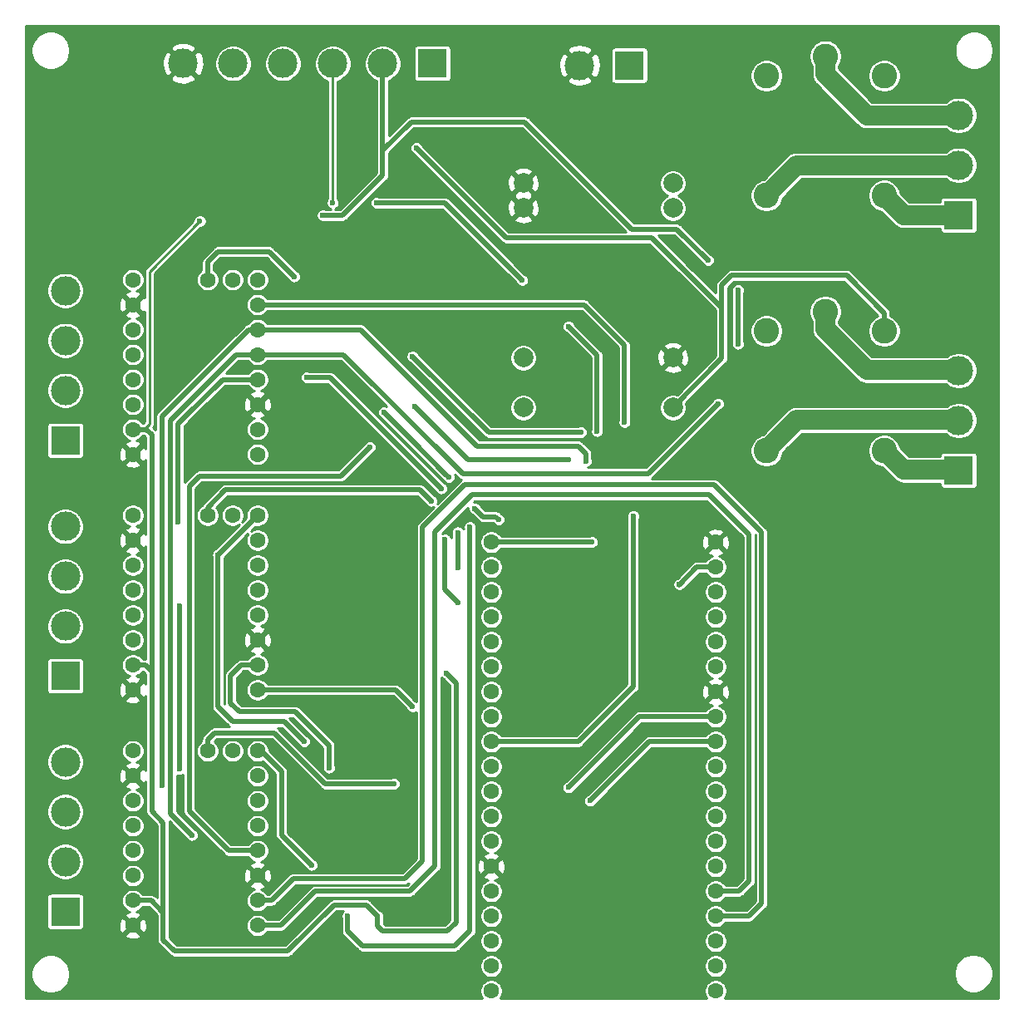
<source format=gbl>
G04 #@! TF.GenerationSoftware,KiCad,Pcbnew,(5.1.2)-1*
G04 #@! TF.CreationDate,2019-08-22T02:28:38+10:00*
G04 #@! TF.ProjectId,NodeMCU ESP-32S Trinamic CNC,4e6f6465-4d43-4552-9045-53502d333253,rev?*
G04 #@! TF.SameCoordinates,Original*
G04 #@! TF.FileFunction,Copper,L2,Bot*
G04 #@! TF.FilePolarity,Positive*
%FSLAX46Y46*%
G04 Gerber Fmt 4.6, Leading zero omitted, Abs format (unit mm)*
G04 Created by KiCad (PCBNEW (5.1.2)-1) date 2019-08-22 02:28:38*
%MOMM*%
%LPD*%
G04 APERTURE LIST*
%ADD10C,2.000000*%
%ADD11C,3.000000*%
%ADD12R,3.000000X3.000000*%
%ADD13C,2.600000*%
%ADD14C,1.600000*%
%ADD15C,0.600000*%
%ADD16C,0.500000*%
%ADD17C,0.250000*%
%ADD18C,2.000000*%
%ADD19C,0.254000*%
G04 APERTURE END LIST*
D10*
X113385000Y-65535000D03*
X113385000Y-62995000D03*
X113385000Y-85855000D03*
X113385000Y-80775000D03*
X98145000Y-85855000D03*
X98145000Y-80775000D03*
X98145000Y-65535000D03*
X98145000Y-62995000D03*
D11*
X63500000Y-50800000D03*
X68580000Y-50800000D03*
X73660000Y-50800000D03*
D12*
X88900000Y-50800000D03*
D11*
X78740000Y-50800000D03*
X83820000Y-50800000D03*
D13*
X122916000Y-90262000D03*
X134916000Y-90262000D03*
X128916000Y-76062000D03*
X122916000Y-78062000D03*
X134916000Y-78062000D03*
X122916000Y-64262000D03*
X134916000Y-64262000D03*
X128916000Y-50062000D03*
X122916000Y-52062000D03*
X134916000Y-52062000D03*
D11*
X142500000Y-82102000D03*
X142500000Y-87182000D03*
D12*
X142500000Y-92262000D03*
D11*
X142500000Y-56102000D03*
X142500000Y-61182000D03*
D12*
X142500000Y-66262000D03*
D14*
X58380000Y-125918000D03*
X58380000Y-123378000D03*
X58380000Y-136078000D03*
X58380000Y-128458000D03*
X58380000Y-133538000D03*
X58380000Y-130998000D03*
X58380000Y-120838000D03*
X58380000Y-138618000D03*
X66000000Y-120838000D03*
X68540000Y-120838000D03*
X71080000Y-120838000D03*
X71080000Y-123378000D03*
X71080000Y-125918000D03*
X71080000Y-128458000D03*
X71080000Y-130998000D03*
X71080000Y-133538000D03*
X71080000Y-136078000D03*
X71080000Y-138618000D03*
X58380000Y-101918000D03*
X58380000Y-99378000D03*
X58380000Y-112078000D03*
X58380000Y-104458000D03*
X58380000Y-109538000D03*
X58380000Y-106998000D03*
X58380000Y-96838000D03*
X58380000Y-114618000D03*
X66000000Y-96838000D03*
X68540000Y-96838000D03*
X71080000Y-96838000D03*
X71080000Y-99378000D03*
X71080000Y-101918000D03*
X71080000Y-104458000D03*
X71080000Y-106998000D03*
X71080000Y-109538000D03*
X71080000Y-112078000D03*
X71080000Y-114618000D03*
X58380000Y-77918000D03*
X58380000Y-75378000D03*
X58380000Y-88078000D03*
X58380000Y-80458000D03*
X58380000Y-85538000D03*
X58380000Y-82998000D03*
X58380000Y-72838000D03*
X58380000Y-90618000D03*
X66000000Y-72838000D03*
X68540000Y-72838000D03*
X71080000Y-72838000D03*
X71080000Y-75378000D03*
X71080000Y-77918000D03*
X71080000Y-80458000D03*
X71080000Y-82998000D03*
X71080000Y-85538000D03*
X71080000Y-88078000D03*
X71080000Y-90618000D03*
X117740000Y-99580000D03*
X117740000Y-102120000D03*
X117740000Y-104660000D03*
X117740000Y-107200000D03*
X117740000Y-109740000D03*
X117740000Y-112280000D03*
X117740000Y-114820000D03*
X117740000Y-117360000D03*
X117740000Y-119900000D03*
X117740000Y-122440000D03*
X117740000Y-124980000D03*
X117740000Y-127520000D03*
X117740000Y-130060000D03*
X117740000Y-132600000D03*
X117740000Y-135140000D03*
X117740000Y-137680000D03*
X117740000Y-140220000D03*
X117740000Y-142760000D03*
X117740000Y-145300000D03*
X94880000Y-145300000D03*
X94880000Y-142760000D03*
X94880000Y-140220000D03*
X94880000Y-137680000D03*
X94880000Y-135140000D03*
X94880000Y-132600000D03*
X94880000Y-130060000D03*
X94880000Y-127520000D03*
X94880000Y-124980000D03*
X94880000Y-122440000D03*
X94880000Y-119900000D03*
X94880000Y-117360000D03*
X94880000Y-114820000D03*
X94880000Y-112280000D03*
X94880000Y-109740000D03*
X94880000Y-107200000D03*
X94880000Y-104660000D03*
X94880000Y-102120000D03*
X94880000Y-99580000D03*
D11*
X51500000Y-121958000D03*
D12*
X51500000Y-137198000D03*
D11*
X51500000Y-127038000D03*
X51500000Y-132118000D03*
X51500000Y-97958000D03*
D12*
X51500000Y-113198000D03*
D11*
X51500000Y-103038000D03*
X51500000Y-108118000D03*
X51500000Y-73958000D03*
D12*
X51500000Y-89198000D03*
D11*
X51500000Y-79038000D03*
X51500000Y-84118000D03*
X103886000Y-51000000D03*
D12*
X108966000Y-51000000D03*
D15*
X58674000Y-59690000D03*
X51562000Y-59690000D03*
X85598000Y-140716000D03*
X80264000Y-137668000D03*
X92710000Y-98044000D03*
X87249000Y-59436000D03*
X83312000Y-137668000D03*
X105156000Y-99568000D03*
X65205500Y-66874500D03*
X90297000Y-112903000D03*
X114046000Y-103886000D03*
X108458000Y-87376000D03*
X104972000Y-125914000D03*
X104521000Y-91313000D03*
X61341000Y-100076000D03*
X61341000Y-124333000D03*
X102772000Y-124558000D03*
X102772000Y-91157000D03*
X87122000Y-85725000D03*
X82506736Y-89916000D03*
X91465500Y-102133500D03*
X91465500Y-98577500D03*
X89789000Y-94107000D03*
X76073000Y-82804000D03*
X74803000Y-72517000D03*
X91465500Y-105689500D03*
X90170000Y-99314000D03*
X88773000Y-95377000D03*
X84963000Y-124206000D03*
X77724000Y-66294000D03*
X120015000Y-79375000D03*
X120015000Y-73914000D03*
X116967000Y-70866000D03*
X78740000Y-65024000D03*
X109347000Y-96901000D03*
X105664000Y-88265000D03*
X102743000Y-77597000D03*
X98044000Y-72898000D03*
X83185000Y-65024000D03*
X117983000Y-85471000D03*
X62230000Y-103632000D03*
X64389000Y-129413000D03*
X76581000Y-132461000D03*
X75819000Y-119888000D03*
X67056000Y-100862000D03*
X104013000Y-88392000D03*
X86868000Y-80645000D03*
X95631000Y-97282000D03*
X93218000Y-96139000D03*
X90551000Y-92964000D03*
X83947000Y-86360000D03*
X78359000Y-122555000D03*
X86868000Y-116332000D03*
X62992000Y-97536000D03*
X63119000Y-106045000D03*
X63119000Y-122682000D03*
D16*
X85598000Y-140716000D02*
X91186000Y-140716000D01*
X91186000Y-140716000D02*
X92710000Y-139192000D01*
X92710000Y-139192000D02*
X92710000Y-98044000D01*
X85598000Y-140716000D02*
X81788000Y-140716000D01*
X81788000Y-140716000D02*
X80264000Y-139192000D01*
X80264000Y-139192000D02*
X80264000Y-137668000D01*
X92710000Y-98044000D02*
X92710000Y-98044000D01*
X118364000Y-75692000D02*
X114681000Y-72009000D01*
X114681000Y-72009000D02*
X111252000Y-68580000D01*
X111252000Y-68580000D02*
X96393000Y-68580000D01*
X96393000Y-68580000D02*
X87249000Y-59436000D01*
X87249000Y-59436000D02*
X87249000Y-59436000D01*
X118364000Y-80876000D02*
X113385000Y-85855000D01*
X118364000Y-75692000D02*
X118364000Y-80876000D01*
X118364000Y-73406000D02*
X118364000Y-75692000D01*
X119380000Y-72390000D02*
X118364000Y-73406000D01*
X131082477Y-72390000D02*
X119380000Y-72390000D01*
X134916000Y-78062000D02*
X134916000Y-76223523D01*
X134916000Y-76223523D02*
X131082477Y-72390000D01*
X83820000Y-139192000D02*
X83312000Y-138684000D01*
X83312000Y-138684000D02*
X83312000Y-137668000D01*
X94892000Y-99568000D02*
X94880000Y-99580000D01*
X105156000Y-99568000D02*
X94892000Y-99568000D01*
X83820000Y-139192000D02*
X84328000Y-139192000D01*
X84328000Y-139192000D02*
X90424000Y-139192000D01*
X90424000Y-139192000D02*
X91313000Y-138303000D01*
X91313000Y-138303000D02*
X91313000Y-113919000D01*
X91313000Y-113919000D02*
X90297000Y-112903000D01*
X90297000Y-112903000D02*
X90297000Y-112903000D01*
D17*
X60071000Y-72009000D02*
X65205500Y-66874500D01*
X60071000Y-87518370D02*
X60071000Y-72009000D01*
X58380000Y-88078000D02*
X59511370Y-88078000D01*
X59511370Y-88078000D02*
X60071000Y-87518370D01*
D16*
X83312000Y-137668000D02*
X82169000Y-136525000D01*
X82169000Y-136525000D02*
X78867000Y-136525000D01*
X78867000Y-136525000D02*
X74168000Y-141224000D01*
X74168000Y-141224000D02*
X62611000Y-141224000D01*
X62611000Y-141224000D02*
X61468000Y-140081000D01*
X61468000Y-140081000D02*
X61468000Y-137287000D01*
X60259000Y-136078000D02*
X58380000Y-136078000D01*
X61468000Y-137287000D02*
X60259000Y-136078000D01*
X59627000Y-112078000D02*
X58380000Y-112078000D01*
X60325000Y-112776000D02*
X59627000Y-112078000D01*
X60325000Y-127000000D02*
X60325000Y-112776000D01*
X61468000Y-137287000D02*
X61468000Y-128143000D01*
X61468000Y-128143000D02*
X60325000Y-127000000D01*
X60325000Y-112776000D02*
X60325000Y-88646000D01*
X59757000Y-88078000D02*
X58380000Y-88078000D01*
X60325000Y-88646000D02*
X59757000Y-88078000D01*
X117740000Y-102120000D02*
X115836000Y-102120000D01*
X115836000Y-102120000D02*
X114046000Y-103910000D01*
X114046000Y-103910000D02*
X114046000Y-103886000D01*
X108458000Y-87376000D02*
X108458000Y-87376000D01*
X104334000Y-75378000D02*
X71080000Y-75378000D01*
X108458000Y-79502000D02*
X104334000Y-75378000D01*
X108458000Y-87376000D02*
X108458000Y-79502000D01*
X108458000Y-79502000D02*
X108458000Y-79502000D01*
X110986000Y-119900000D02*
X104972000Y-125914000D01*
X117740000Y-119900000D02*
X110986000Y-119900000D01*
X104521000Y-91313000D02*
X104521000Y-90551000D01*
X104521000Y-90551000D02*
X103759000Y-89789000D01*
X103759000Y-89789000D02*
X93472000Y-89789000D01*
X81601000Y-77918000D02*
X71080000Y-77918000D01*
X93472000Y-89789000D02*
X81601000Y-77918000D01*
X71080000Y-77918000D02*
X70164000Y-77918000D01*
X70164000Y-77918000D02*
X61849000Y-86233000D01*
X61849000Y-86233000D02*
X61341000Y-86741000D01*
X61341000Y-86741000D02*
X61341000Y-100076000D01*
X61341000Y-100076000D02*
X61341000Y-124333000D01*
X61341000Y-124333000D02*
X61341000Y-124333000D01*
X109970000Y-117360000D02*
X102772000Y-124558000D01*
X117740000Y-117360000D02*
X109970000Y-117360000D01*
X102772000Y-91157000D02*
X92554000Y-91157000D01*
X92554000Y-91157000D02*
X87122000Y-85725000D01*
X87122000Y-85725000D02*
X87122000Y-85725000D01*
X68133000Y-130998000D02*
X71080000Y-130998000D01*
X64135000Y-127000000D02*
X68133000Y-130998000D01*
X64135000Y-93853000D02*
X64135000Y-127000000D01*
X65151000Y-92837000D02*
X64135000Y-93853000D01*
X82506736Y-89916000D02*
X79585736Y-92837000D01*
X79585736Y-92837000D02*
X65151000Y-92837000D01*
X91465500Y-102133500D02*
X91465500Y-98577500D01*
X91465500Y-98577500D02*
X91465500Y-98577500D01*
X89789000Y-94107000D02*
X78486000Y-82804000D01*
X78486000Y-82804000D02*
X76073000Y-82804000D01*
X76073000Y-82804000D02*
X76073000Y-82804000D01*
X66000000Y-71033000D02*
X66000000Y-72838000D01*
X67056000Y-69977000D02*
X66000000Y-71033000D01*
X74803000Y-72517000D02*
X72263000Y-69977000D01*
X72263000Y-69977000D02*
X67056000Y-69977000D01*
X91465500Y-105689500D02*
X90170000Y-104394000D01*
X90170000Y-104394000D02*
X90170000Y-99314000D01*
X90170000Y-99314000D02*
X90170000Y-99314000D01*
X66000000Y-96052000D02*
X66000000Y-96838000D01*
X67818000Y-94234000D02*
X66000000Y-96052000D01*
X88773000Y-95377000D02*
X87630000Y-94234000D01*
X87630000Y-94234000D02*
X67818000Y-94234000D01*
X84963000Y-124206000D02*
X84963000Y-124206000D01*
X77978000Y-124206000D02*
X84963000Y-124206000D01*
X72771000Y-118999000D02*
X77978000Y-124206000D01*
X66675000Y-118999000D02*
X72771000Y-118999000D01*
X66000000Y-120838000D02*
X66000000Y-119674000D01*
X66000000Y-119674000D02*
X66675000Y-118999000D01*
X79756000Y-66294000D02*
X77724000Y-66294000D01*
X83820000Y-62230000D02*
X79756000Y-66294000D01*
X120015000Y-79375000D02*
X120015000Y-73914000D01*
X120015000Y-73914000D02*
X120015000Y-73914000D01*
X86741000Y-56769000D02*
X83820000Y-59690000D01*
X83820000Y-50800000D02*
X83820000Y-59690000D01*
X116967000Y-70866000D02*
X113792000Y-67691000D01*
X109220000Y-67691000D02*
X98298000Y-56769000D01*
X113792000Y-67691000D02*
X109220000Y-67691000D01*
X98298000Y-56769000D02*
X86741000Y-56769000D01*
X83820000Y-59690000D02*
X83820000Y-62230000D01*
D17*
X78740000Y-65024000D02*
X78740000Y-50800000D01*
D16*
X94880000Y-119900000D02*
X96011370Y-119900000D01*
X96011370Y-119900000D02*
X103747000Y-119900000D01*
X103747000Y-119900000D02*
X109347000Y-114300000D01*
X109347000Y-114300000D02*
X109347000Y-96901000D01*
X109347000Y-96901000D02*
X109347000Y-96901000D01*
X105664000Y-88265000D02*
X105664000Y-80518000D01*
X105664000Y-80518000D02*
X102743000Y-77597000D01*
X102743000Y-77597000D02*
X102743000Y-77597000D01*
X98044000Y-72898000D02*
X97744001Y-72598001D01*
X97744001Y-72598001D02*
X90170000Y-65024000D01*
X90170000Y-65024000D02*
X83185000Y-65024000D01*
X83185000Y-65024000D02*
X83185000Y-65024000D01*
X62191999Y-87160001D02*
X62191999Y-98640999D01*
X71080000Y-80458000D02*
X68894000Y-80458000D01*
X68894000Y-80458000D02*
X62191999Y-87160001D01*
X62191999Y-98640999D02*
X62191999Y-103720999D01*
X62230000Y-103632000D02*
X62230000Y-104056264D01*
X62230000Y-104056264D02*
X62230000Y-104775000D01*
X62230000Y-104775000D02*
X62230000Y-107061000D01*
X62230000Y-107061000D02*
X62230000Y-127254000D01*
X62230000Y-127254000D02*
X64389000Y-129413000D01*
X64389000Y-129413000D02*
X64389000Y-129413000D01*
X110854000Y-92600000D02*
X117983000Y-85471000D01*
X91965000Y-92600000D02*
X110854000Y-92600000D01*
X71080000Y-80458000D02*
X79823000Y-80458000D01*
X79823000Y-80458000D02*
X91965000Y-92600000D01*
X73472000Y-138618000D02*
X71080000Y-138618000D01*
X76962000Y-135128000D02*
X73472000Y-138618000D01*
X89154000Y-132588000D02*
X86614000Y-135128000D01*
X89154000Y-98552000D02*
X89154000Y-132588000D01*
X117094000Y-94742000D02*
X92964000Y-94742000D01*
X86614000Y-135128000D02*
X76962000Y-135128000D01*
X118871370Y-135140000D02*
X118883370Y-135128000D01*
X117740000Y-135140000D02*
X118871370Y-135140000D01*
X118883370Y-135128000D02*
X120142000Y-135128000D01*
X92964000Y-94742000D02*
X89154000Y-98552000D01*
X120142000Y-135128000D02*
X121158000Y-134112000D01*
X121158000Y-134112000D02*
X121158000Y-98806000D01*
X121158000Y-98806000D02*
X117094000Y-94742000D01*
X121146000Y-137680000D02*
X117740000Y-137680000D01*
X122428000Y-136398000D02*
X121146000Y-137680000D01*
X117602000Y-93726000D02*
X122428000Y-98552000D01*
X122428000Y-98552000D02*
X122428000Y-136398000D01*
X92202000Y-93726000D02*
X117602000Y-93726000D01*
X72494213Y-136078000D02*
X74714213Y-133858000D01*
X71080000Y-136078000D02*
X72494213Y-136078000D01*
X86106000Y-133858000D02*
X87884000Y-132080000D01*
X74714213Y-133858000D02*
X86106000Y-133858000D01*
X87884000Y-132080000D02*
X87884000Y-98044000D01*
X87884000Y-98044000D02*
X92202000Y-93726000D01*
X71435000Y-120838000D02*
X71080000Y-120838000D01*
X73533000Y-122936000D02*
X71435000Y-120838000D01*
X76581000Y-132461000D02*
X73533000Y-129413000D01*
X73533000Y-129413000D02*
X73533000Y-122936000D01*
X67056000Y-100862000D02*
X67056000Y-100862000D01*
X67056000Y-116332000D02*
X67056000Y-100862000D01*
X68580000Y-117856000D02*
X67056000Y-116332000D01*
X75819000Y-119888000D02*
X73787000Y-117856000D01*
X73787000Y-117856000D02*
X68580000Y-117856000D01*
X67056000Y-100862000D02*
X71080000Y-96838000D01*
X104013000Y-88392000D02*
X94615000Y-88392000D01*
X94615000Y-88392000D02*
X86868000Y-80645000D01*
X86868000Y-80645000D02*
X86868000Y-80645000D01*
X95331001Y-96982001D02*
X94061001Y-96982001D01*
X95631000Y-97282000D02*
X95331001Y-96982001D01*
X94061001Y-96982001D02*
X93218000Y-96139000D01*
X93218000Y-96139000D02*
X93218000Y-96139000D01*
X90551000Y-92964000D02*
X90251001Y-92664001D01*
X90251001Y-92664001D02*
X86741000Y-89154000D01*
X86741000Y-89154000D02*
X83947000Y-86360000D01*
X83947000Y-86360000D02*
X83947000Y-86360000D01*
X69405000Y-112078000D02*
X71080000Y-112078000D01*
X78359000Y-120269000D02*
X74930000Y-116840000D01*
X78359000Y-122555000D02*
X78359000Y-120269000D01*
X74930000Y-116840000D02*
X69215000Y-116840000D01*
X69215000Y-116840000D02*
X68326000Y-115951000D01*
X68326000Y-115951000D02*
X68326000Y-113157000D01*
X68326000Y-113157000D02*
X69405000Y-112078000D01*
X85154000Y-114618000D02*
X71080000Y-114618000D01*
X86868000Y-116332000D02*
X85154000Y-114618000D01*
X71080000Y-82998000D02*
X69148000Y-82998000D01*
X69148000Y-82998000D02*
X67497000Y-82998000D01*
X67497000Y-82998000D02*
X63627000Y-86868000D01*
X63627000Y-86868000D02*
X62992000Y-87503000D01*
X62992000Y-87503000D02*
X62992000Y-97536000D01*
X62992000Y-97536000D02*
X62992000Y-97536000D01*
X63119000Y-106045000D02*
X63119000Y-122682000D01*
X63119000Y-122682000D02*
X63119000Y-122682000D01*
D18*
X140378680Y-56102000D02*
X142500000Y-56102000D01*
X128916000Y-51900477D02*
X133117523Y-56102000D01*
X128916000Y-50062000D02*
X128916000Y-51900477D01*
X140378680Y-56102000D02*
X133117523Y-56102000D01*
X125996000Y-61182000D02*
X142500000Y-61182000D01*
X122916000Y-64262000D02*
X125996000Y-61182000D01*
X136916000Y-66262000D02*
X142500000Y-66262000D01*
X134916000Y-64262000D02*
X136916000Y-66262000D01*
X140372680Y-82042000D02*
X133111523Y-82042000D01*
X128910000Y-76002000D02*
X128910000Y-77840477D01*
X140372680Y-82042000D02*
X142494000Y-82042000D01*
X128910000Y-77840477D02*
X133111523Y-82042000D01*
X125990000Y-87122000D02*
X142494000Y-87122000D01*
X122910000Y-90202000D02*
X125990000Y-87122000D01*
X136910000Y-92202000D02*
X142494000Y-92202000D01*
X134910000Y-90202000D02*
X136910000Y-92202000D01*
D19*
G36*
X146544000Y-146044000D02*
G01*
X118663251Y-146044000D01*
X118786588Y-145859413D01*
X118875614Y-145644485D01*
X118921000Y-145416318D01*
X118921000Y-145183682D01*
X118875614Y-144955515D01*
X118786588Y-144740587D01*
X118657342Y-144547157D01*
X118492843Y-144382658D01*
X118299413Y-144253412D01*
X118084485Y-144164386D01*
X117856318Y-144119000D01*
X117623682Y-144119000D01*
X117395515Y-144164386D01*
X117180587Y-144253412D01*
X116987157Y-144382658D01*
X116822658Y-144547157D01*
X116693412Y-144740587D01*
X116604386Y-144955515D01*
X116559000Y-145183682D01*
X116559000Y-145416318D01*
X116604386Y-145644485D01*
X116693412Y-145859413D01*
X116816749Y-146044000D01*
X95803251Y-146044000D01*
X95926588Y-145859413D01*
X96015614Y-145644485D01*
X96061000Y-145416318D01*
X96061000Y-145183682D01*
X96015614Y-144955515D01*
X95926588Y-144740587D01*
X95797342Y-144547157D01*
X95632843Y-144382658D01*
X95439413Y-144253412D01*
X95224485Y-144164386D01*
X94996318Y-144119000D01*
X94763682Y-144119000D01*
X94535515Y-144164386D01*
X94320587Y-144253412D01*
X94127157Y-144382658D01*
X93962658Y-144547157D01*
X93833412Y-144740587D01*
X93744386Y-144955515D01*
X93699000Y-145183682D01*
X93699000Y-145416318D01*
X93744386Y-145644485D01*
X93833412Y-145859413D01*
X93956749Y-146044000D01*
X47456000Y-146044000D01*
X47456000Y-143362889D01*
X48009000Y-143362889D01*
X48009000Y-143753111D01*
X48085129Y-144135836D01*
X48234461Y-144496355D01*
X48451257Y-144820814D01*
X48727186Y-145096743D01*
X49051645Y-145313539D01*
X49412164Y-145462871D01*
X49794889Y-145539000D01*
X50185111Y-145539000D01*
X50567836Y-145462871D01*
X50928355Y-145313539D01*
X51252814Y-145096743D01*
X51528743Y-144820814D01*
X51745539Y-144496355D01*
X51894871Y-144135836D01*
X51971000Y-143753111D01*
X51971000Y-143362889D01*
X51894871Y-142980164D01*
X51755496Y-142643682D01*
X93699000Y-142643682D01*
X93699000Y-142876318D01*
X93744386Y-143104485D01*
X93833412Y-143319413D01*
X93962658Y-143512843D01*
X94127157Y-143677342D01*
X94320587Y-143806588D01*
X94535515Y-143895614D01*
X94763682Y-143941000D01*
X94996318Y-143941000D01*
X95224485Y-143895614D01*
X95439413Y-143806588D01*
X95632843Y-143677342D01*
X95797342Y-143512843D01*
X95926588Y-143319413D01*
X96015614Y-143104485D01*
X96061000Y-142876318D01*
X96061000Y-142643682D01*
X116559000Y-142643682D01*
X116559000Y-142876318D01*
X116604386Y-143104485D01*
X116693412Y-143319413D01*
X116822658Y-143512843D01*
X116987157Y-143677342D01*
X117180587Y-143806588D01*
X117395515Y-143895614D01*
X117623682Y-143941000D01*
X117856318Y-143941000D01*
X118084485Y-143895614D01*
X118299413Y-143806588D01*
X118492843Y-143677342D01*
X118657342Y-143512843D01*
X118786588Y-143319413D01*
X118792604Y-143304889D01*
X142019000Y-143304889D01*
X142019000Y-143695111D01*
X142095129Y-144077836D01*
X142244461Y-144438355D01*
X142461257Y-144762814D01*
X142737186Y-145038743D01*
X143061645Y-145255539D01*
X143422164Y-145404871D01*
X143804889Y-145481000D01*
X144195111Y-145481000D01*
X144577836Y-145404871D01*
X144938355Y-145255539D01*
X145262814Y-145038743D01*
X145538743Y-144762814D01*
X145755539Y-144438355D01*
X145904871Y-144077836D01*
X145981000Y-143695111D01*
X145981000Y-143304889D01*
X145904871Y-142922164D01*
X145755539Y-142561645D01*
X145538743Y-142237186D01*
X145262814Y-141961257D01*
X144938355Y-141744461D01*
X144577836Y-141595129D01*
X144195111Y-141519000D01*
X143804889Y-141519000D01*
X143422164Y-141595129D01*
X143061645Y-141744461D01*
X142737186Y-141961257D01*
X142461257Y-142237186D01*
X142244461Y-142561645D01*
X142095129Y-142922164D01*
X142019000Y-143304889D01*
X118792604Y-143304889D01*
X118875614Y-143104485D01*
X118921000Y-142876318D01*
X118921000Y-142643682D01*
X118875614Y-142415515D01*
X118786588Y-142200587D01*
X118657342Y-142007157D01*
X118492843Y-141842658D01*
X118299413Y-141713412D01*
X118084485Y-141624386D01*
X117856318Y-141579000D01*
X117623682Y-141579000D01*
X117395515Y-141624386D01*
X117180587Y-141713412D01*
X116987157Y-141842658D01*
X116822658Y-142007157D01*
X116693412Y-142200587D01*
X116604386Y-142415515D01*
X116559000Y-142643682D01*
X96061000Y-142643682D01*
X96015614Y-142415515D01*
X95926588Y-142200587D01*
X95797342Y-142007157D01*
X95632843Y-141842658D01*
X95439413Y-141713412D01*
X95224485Y-141624386D01*
X94996318Y-141579000D01*
X94763682Y-141579000D01*
X94535515Y-141624386D01*
X94320587Y-141713412D01*
X94127157Y-141842658D01*
X93962658Y-142007157D01*
X93833412Y-142200587D01*
X93744386Y-142415515D01*
X93699000Y-142643682D01*
X51755496Y-142643682D01*
X51745539Y-142619645D01*
X51528743Y-142295186D01*
X51252814Y-142019257D01*
X50928355Y-141802461D01*
X50567836Y-141653129D01*
X50185111Y-141577000D01*
X49794889Y-141577000D01*
X49412164Y-141653129D01*
X49051645Y-141802461D01*
X48727186Y-142019257D01*
X48451257Y-142295186D01*
X48234461Y-142619645D01*
X48085129Y-142980164D01*
X48009000Y-143362889D01*
X47456000Y-143362889D01*
X47456000Y-139610702D01*
X57566903Y-139610702D01*
X57638486Y-139854671D01*
X57893996Y-139975571D01*
X58168184Y-140044300D01*
X58450512Y-140058217D01*
X58730130Y-140016787D01*
X58996292Y-139921603D01*
X59121514Y-139854671D01*
X59193097Y-139610702D01*
X58380000Y-138797605D01*
X57566903Y-139610702D01*
X47456000Y-139610702D01*
X47456000Y-135698000D01*
X49617157Y-135698000D01*
X49617157Y-138698000D01*
X49624513Y-138772689D01*
X49646299Y-138844508D01*
X49681678Y-138910696D01*
X49729289Y-138968711D01*
X49787304Y-139016322D01*
X49853492Y-139051701D01*
X49925311Y-139073487D01*
X50000000Y-139080843D01*
X53000000Y-139080843D01*
X53074689Y-139073487D01*
X53146508Y-139051701D01*
X53212696Y-139016322D01*
X53270711Y-138968711D01*
X53318322Y-138910696D01*
X53353701Y-138844508D01*
X53375487Y-138772689D01*
X53382843Y-138698000D01*
X53382843Y-138688512D01*
X56939783Y-138688512D01*
X56981213Y-138968130D01*
X57076397Y-139234292D01*
X57143329Y-139359514D01*
X57387298Y-139431097D01*
X58200395Y-138618000D01*
X58559605Y-138618000D01*
X59372702Y-139431097D01*
X59616671Y-139359514D01*
X59737571Y-139104004D01*
X59806300Y-138829816D01*
X59820217Y-138547488D01*
X59778787Y-138267870D01*
X59683603Y-138001708D01*
X59616671Y-137876486D01*
X59372702Y-137804903D01*
X58559605Y-138618000D01*
X58200395Y-138618000D01*
X57387298Y-137804903D01*
X57143329Y-137876486D01*
X57022429Y-138131996D01*
X56953700Y-138406184D01*
X56939783Y-138688512D01*
X53382843Y-138688512D01*
X53382843Y-135698000D01*
X53375487Y-135623311D01*
X53353701Y-135551492D01*
X53318322Y-135485304D01*
X53270711Y-135427289D01*
X53212696Y-135379678D01*
X53146508Y-135344299D01*
X53074689Y-135322513D01*
X53000000Y-135315157D01*
X50000000Y-135315157D01*
X49925311Y-135322513D01*
X49853492Y-135344299D01*
X49787304Y-135379678D01*
X49729289Y-135427289D01*
X49681678Y-135485304D01*
X49646299Y-135551492D01*
X49624513Y-135623311D01*
X49617157Y-135698000D01*
X47456000Y-135698000D01*
X47456000Y-131932738D01*
X49619000Y-131932738D01*
X49619000Y-132303262D01*
X49691286Y-132666667D01*
X49833080Y-133008987D01*
X50038932Y-133317067D01*
X50300933Y-133579068D01*
X50609013Y-133784920D01*
X50951333Y-133926714D01*
X51314738Y-133999000D01*
X51685262Y-133999000D01*
X52048667Y-133926714D01*
X52390987Y-133784920D01*
X52699067Y-133579068D01*
X52856453Y-133421682D01*
X57199000Y-133421682D01*
X57199000Y-133654318D01*
X57244386Y-133882485D01*
X57333412Y-134097413D01*
X57462658Y-134290843D01*
X57627157Y-134455342D01*
X57820587Y-134584588D01*
X58035515Y-134673614D01*
X58263682Y-134719000D01*
X58496318Y-134719000D01*
X58724485Y-134673614D01*
X58939413Y-134584588D01*
X59132843Y-134455342D01*
X59297342Y-134290843D01*
X59426588Y-134097413D01*
X59515614Y-133882485D01*
X59561000Y-133654318D01*
X59561000Y-133421682D01*
X59515614Y-133193515D01*
X59426588Y-132978587D01*
X59297342Y-132785157D01*
X59132843Y-132620658D01*
X58939413Y-132491412D01*
X58724485Y-132402386D01*
X58496318Y-132357000D01*
X58263682Y-132357000D01*
X58035515Y-132402386D01*
X57820587Y-132491412D01*
X57627157Y-132620658D01*
X57462658Y-132785157D01*
X57333412Y-132978587D01*
X57244386Y-133193515D01*
X57199000Y-133421682D01*
X52856453Y-133421682D01*
X52961068Y-133317067D01*
X53166920Y-133008987D01*
X53308714Y-132666667D01*
X53381000Y-132303262D01*
X53381000Y-131932738D01*
X53308714Y-131569333D01*
X53166920Y-131227013D01*
X52961068Y-130918933D01*
X52923817Y-130881682D01*
X57199000Y-130881682D01*
X57199000Y-131114318D01*
X57244386Y-131342485D01*
X57333412Y-131557413D01*
X57462658Y-131750843D01*
X57627157Y-131915342D01*
X57820587Y-132044588D01*
X58035515Y-132133614D01*
X58263682Y-132179000D01*
X58496318Y-132179000D01*
X58724485Y-132133614D01*
X58939413Y-132044588D01*
X59132843Y-131915342D01*
X59297342Y-131750843D01*
X59426588Y-131557413D01*
X59515614Y-131342485D01*
X59561000Y-131114318D01*
X59561000Y-130881682D01*
X59515614Y-130653515D01*
X59426588Y-130438587D01*
X59297342Y-130245157D01*
X59132843Y-130080658D01*
X58939413Y-129951412D01*
X58724485Y-129862386D01*
X58496318Y-129817000D01*
X58263682Y-129817000D01*
X58035515Y-129862386D01*
X57820587Y-129951412D01*
X57627157Y-130080658D01*
X57462658Y-130245157D01*
X57333412Y-130438587D01*
X57244386Y-130653515D01*
X57199000Y-130881682D01*
X52923817Y-130881682D01*
X52699067Y-130656932D01*
X52390987Y-130451080D01*
X52048667Y-130309286D01*
X51685262Y-130237000D01*
X51314738Y-130237000D01*
X50951333Y-130309286D01*
X50609013Y-130451080D01*
X50300933Y-130656932D01*
X50038932Y-130918933D01*
X49833080Y-131227013D01*
X49691286Y-131569333D01*
X49619000Y-131932738D01*
X47456000Y-131932738D01*
X47456000Y-126852738D01*
X49619000Y-126852738D01*
X49619000Y-127223262D01*
X49691286Y-127586667D01*
X49833080Y-127928987D01*
X50038932Y-128237067D01*
X50300933Y-128499068D01*
X50609013Y-128704920D01*
X50951333Y-128846714D01*
X51314738Y-128919000D01*
X51685262Y-128919000D01*
X52048667Y-128846714D01*
X52390987Y-128704920D01*
X52699067Y-128499068D01*
X52856453Y-128341682D01*
X57199000Y-128341682D01*
X57199000Y-128574318D01*
X57244386Y-128802485D01*
X57333412Y-129017413D01*
X57462658Y-129210843D01*
X57627157Y-129375342D01*
X57820587Y-129504588D01*
X58035515Y-129593614D01*
X58263682Y-129639000D01*
X58496318Y-129639000D01*
X58724485Y-129593614D01*
X58939413Y-129504588D01*
X59132843Y-129375342D01*
X59297342Y-129210843D01*
X59426588Y-129017413D01*
X59515614Y-128802485D01*
X59561000Y-128574318D01*
X59561000Y-128341682D01*
X59515614Y-128113515D01*
X59426588Y-127898587D01*
X59297342Y-127705157D01*
X59132843Y-127540658D01*
X58939413Y-127411412D01*
X58724485Y-127322386D01*
X58496318Y-127277000D01*
X58263682Y-127277000D01*
X58035515Y-127322386D01*
X57820587Y-127411412D01*
X57627157Y-127540658D01*
X57462658Y-127705157D01*
X57333412Y-127898587D01*
X57244386Y-128113515D01*
X57199000Y-128341682D01*
X52856453Y-128341682D01*
X52961068Y-128237067D01*
X53166920Y-127928987D01*
X53308714Y-127586667D01*
X53381000Y-127223262D01*
X53381000Y-126852738D01*
X53308714Y-126489333D01*
X53166920Y-126147013D01*
X52961068Y-125838933D01*
X52923817Y-125801682D01*
X57199000Y-125801682D01*
X57199000Y-126034318D01*
X57244386Y-126262485D01*
X57333412Y-126477413D01*
X57462658Y-126670843D01*
X57627157Y-126835342D01*
X57820587Y-126964588D01*
X58035515Y-127053614D01*
X58263682Y-127099000D01*
X58496318Y-127099000D01*
X58724485Y-127053614D01*
X58939413Y-126964588D01*
X59132843Y-126835342D01*
X59297342Y-126670843D01*
X59426588Y-126477413D01*
X59515614Y-126262485D01*
X59561000Y-126034318D01*
X59561000Y-125801682D01*
X59515614Y-125573515D01*
X59426588Y-125358587D01*
X59297342Y-125165157D01*
X59132843Y-125000658D01*
X58939413Y-124871412D01*
X58724485Y-124782386D01*
X58710763Y-124779657D01*
X58730130Y-124776787D01*
X58996292Y-124681603D01*
X59121514Y-124614671D01*
X59193097Y-124370702D01*
X58380000Y-123557605D01*
X57566903Y-124370702D01*
X57638486Y-124614671D01*
X57893996Y-124735571D01*
X58060741Y-124777368D01*
X58035515Y-124782386D01*
X57820587Y-124871412D01*
X57627157Y-125000658D01*
X57462658Y-125165157D01*
X57333412Y-125358587D01*
X57244386Y-125573515D01*
X57199000Y-125801682D01*
X52923817Y-125801682D01*
X52699067Y-125576932D01*
X52390987Y-125371080D01*
X52048667Y-125229286D01*
X51685262Y-125157000D01*
X51314738Y-125157000D01*
X50951333Y-125229286D01*
X50609013Y-125371080D01*
X50300933Y-125576932D01*
X50038932Y-125838933D01*
X49833080Y-126147013D01*
X49691286Y-126489333D01*
X49619000Y-126852738D01*
X47456000Y-126852738D01*
X47456000Y-121772738D01*
X49619000Y-121772738D01*
X49619000Y-122143262D01*
X49691286Y-122506667D01*
X49833080Y-122848987D01*
X50038932Y-123157067D01*
X50300933Y-123419068D01*
X50609013Y-123624920D01*
X50951333Y-123766714D01*
X51314738Y-123839000D01*
X51685262Y-123839000D01*
X52048667Y-123766714D01*
X52390987Y-123624920D01*
X52655000Y-123448512D01*
X56939783Y-123448512D01*
X56981213Y-123728130D01*
X57076397Y-123994292D01*
X57143329Y-124119514D01*
X57387298Y-124191097D01*
X58200395Y-123378000D01*
X57387298Y-122564903D01*
X57143329Y-122636486D01*
X57022429Y-122891996D01*
X56953700Y-123166184D01*
X56939783Y-123448512D01*
X52655000Y-123448512D01*
X52699067Y-123419068D01*
X52961068Y-123157067D01*
X53166920Y-122848987D01*
X53308714Y-122506667D01*
X53381000Y-122143262D01*
X53381000Y-121772738D01*
X53308714Y-121409333D01*
X53166920Y-121067013D01*
X52961068Y-120758933D01*
X52923817Y-120721682D01*
X57199000Y-120721682D01*
X57199000Y-120954318D01*
X57244386Y-121182485D01*
X57333412Y-121397413D01*
X57462658Y-121590843D01*
X57627157Y-121755342D01*
X57820587Y-121884588D01*
X58035515Y-121973614D01*
X58049237Y-121976343D01*
X58029870Y-121979213D01*
X57763708Y-122074397D01*
X57638486Y-122141329D01*
X57566903Y-122385298D01*
X58380000Y-123198395D01*
X59193097Y-122385298D01*
X59121514Y-122141329D01*
X58866004Y-122020429D01*
X58699259Y-121978632D01*
X58724485Y-121973614D01*
X58939413Y-121884588D01*
X59132843Y-121755342D01*
X59297342Y-121590843D01*
X59426588Y-121397413D01*
X59515614Y-121182485D01*
X59561000Y-120954318D01*
X59561000Y-120721682D01*
X59515614Y-120493515D01*
X59426588Y-120278587D01*
X59297342Y-120085157D01*
X59132843Y-119920658D01*
X58939413Y-119791412D01*
X58724485Y-119702386D01*
X58496318Y-119657000D01*
X58263682Y-119657000D01*
X58035515Y-119702386D01*
X57820587Y-119791412D01*
X57627157Y-119920658D01*
X57462658Y-120085157D01*
X57333412Y-120278587D01*
X57244386Y-120493515D01*
X57199000Y-120721682D01*
X52923817Y-120721682D01*
X52699067Y-120496932D01*
X52390987Y-120291080D01*
X52048667Y-120149286D01*
X51685262Y-120077000D01*
X51314738Y-120077000D01*
X50951333Y-120149286D01*
X50609013Y-120291080D01*
X50300933Y-120496932D01*
X50038932Y-120758933D01*
X49833080Y-121067013D01*
X49691286Y-121409333D01*
X49619000Y-121772738D01*
X47456000Y-121772738D01*
X47456000Y-115610702D01*
X57566903Y-115610702D01*
X57638486Y-115854671D01*
X57893996Y-115975571D01*
X58168184Y-116044300D01*
X58450512Y-116058217D01*
X58730130Y-116016787D01*
X58996292Y-115921603D01*
X59121514Y-115854671D01*
X59193097Y-115610702D01*
X58380000Y-114797605D01*
X57566903Y-115610702D01*
X47456000Y-115610702D01*
X47456000Y-111698000D01*
X49617157Y-111698000D01*
X49617157Y-114698000D01*
X49624513Y-114772689D01*
X49646299Y-114844508D01*
X49681678Y-114910696D01*
X49729289Y-114968711D01*
X49787304Y-115016322D01*
X49853492Y-115051701D01*
X49925311Y-115073487D01*
X50000000Y-115080843D01*
X53000000Y-115080843D01*
X53074689Y-115073487D01*
X53146508Y-115051701D01*
X53212696Y-115016322D01*
X53270711Y-114968711D01*
X53318322Y-114910696D01*
X53353701Y-114844508D01*
X53375487Y-114772689D01*
X53382843Y-114698000D01*
X53382843Y-114688512D01*
X56939783Y-114688512D01*
X56981213Y-114968130D01*
X57076397Y-115234292D01*
X57143329Y-115359514D01*
X57387298Y-115431097D01*
X58200395Y-114618000D01*
X57387298Y-113804903D01*
X57143329Y-113876486D01*
X57022429Y-114131996D01*
X56953700Y-114406184D01*
X56939783Y-114688512D01*
X53382843Y-114688512D01*
X53382843Y-111698000D01*
X53375487Y-111623311D01*
X53353701Y-111551492D01*
X53318322Y-111485304D01*
X53270711Y-111427289D01*
X53212696Y-111379678D01*
X53146508Y-111344299D01*
X53074689Y-111322513D01*
X53000000Y-111315157D01*
X50000000Y-111315157D01*
X49925311Y-111322513D01*
X49853492Y-111344299D01*
X49787304Y-111379678D01*
X49729289Y-111427289D01*
X49681678Y-111485304D01*
X49646299Y-111551492D01*
X49624513Y-111623311D01*
X49617157Y-111698000D01*
X47456000Y-111698000D01*
X47456000Y-107932738D01*
X49619000Y-107932738D01*
X49619000Y-108303262D01*
X49691286Y-108666667D01*
X49833080Y-109008987D01*
X50038932Y-109317067D01*
X50300933Y-109579068D01*
X50609013Y-109784920D01*
X50951333Y-109926714D01*
X51314738Y-109999000D01*
X51685262Y-109999000D01*
X52048667Y-109926714D01*
X52390987Y-109784920D01*
X52699067Y-109579068D01*
X52856453Y-109421682D01*
X57199000Y-109421682D01*
X57199000Y-109654318D01*
X57244386Y-109882485D01*
X57333412Y-110097413D01*
X57462658Y-110290843D01*
X57627157Y-110455342D01*
X57820587Y-110584588D01*
X58035515Y-110673614D01*
X58263682Y-110719000D01*
X58496318Y-110719000D01*
X58724485Y-110673614D01*
X58939413Y-110584588D01*
X59132843Y-110455342D01*
X59297342Y-110290843D01*
X59426588Y-110097413D01*
X59515614Y-109882485D01*
X59561000Y-109654318D01*
X59561000Y-109421682D01*
X59515614Y-109193515D01*
X59426588Y-108978587D01*
X59297342Y-108785157D01*
X59132843Y-108620658D01*
X58939413Y-108491412D01*
X58724485Y-108402386D01*
X58496318Y-108357000D01*
X58263682Y-108357000D01*
X58035515Y-108402386D01*
X57820587Y-108491412D01*
X57627157Y-108620658D01*
X57462658Y-108785157D01*
X57333412Y-108978587D01*
X57244386Y-109193515D01*
X57199000Y-109421682D01*
X52856453Y-109421682D01*
X52961068Y-109317067D01*
X53166920Y-109008987D01*
X53308714Y-108666667D01*
X53381000Y-108303262D01*
X53381000Y-107932738D01*
X53308714Y-107569333D01*
X53166920Y-107227013D01*
X52961068Y-106918933D01*
X52923817Y-106881682D01*
X57199000Y-106881682D01*
X57199000Y-107114318D01*
X57244386Y-107342485D01*
X57333412Y-107557413D01*
X57462658Y-107750843D01*
X57627157Y-107915342D01*
X57820587Y-108044588D01*
X58035515Y-108133614D01*
X58263682Y-108179000D01*
X58496318Y-108179000D01*
X58724485Y-108133614D01*
X58939413Y-108044588D01*
X59132843Y-107915342D01*
X59297342Y-107750843D01*
X59426588Y-107557413D01*
X59515614Y-107342485D01*
X59561000Y-107114318D01*
X59561000Y-106881682D01*
X59515614Y-106653515D01*
X59426588Y-106438587D01*
X59297342Y-106245157D01*
X59132843Y-106080658D01*
X58939413Y-105951412D01*
X58724485Y-105862386D01*
X58496318Y-105817000D01*
X58263682Y-105817000D01*
X58035515Y-105862386D01*
X57820587Y-105951412D01*
X57627157Y-106080658D01*
X57462658Y-106245157D01*
X57333412Y-106438587D01*
X57244386Y-106653515D01*
X57199000Y-106881682D01*
X52923817Y-106881682D01*
X52699067Y-106656932D01*
X52390987Y-106451080D01*
X52048667Y-106309286D01*
X51685262Y-106237000D01*
X51314738Y-106237000D01*
X50951333Y-106309286D01*
X50609013Y-106451080D01*
X50300933Y-106656932D01*
X50038932Y-106918933D01*
X49833080Y-107227013D01*
X49691286Y-107569333D01*
X49619000Y-107932738D01*
X47456000Y-107932738D01*
X47456000Y-102852738D01*
X49619000Y-102852738D01*
X49619000Y-103223262D01*
X49691286Y-103586667D01*
X49833080Y-103928987D01*
X50038932Y-104237067D01*
X50300933Y-104499068D01*
X50609013Y-104704920D01*
X50951333Y-104846714D01*
X51314738Y-104919000D01*
X51685262Y-104919000D01*
X52048667Y-104846714D01*
X52390987Y-104704920D01*
X52699067Y-104499068D01*
X52856453Y-104341682D01*
X57199000Y-104341682D01*
X57199000Y-104574318D01*
X57244386Y-104802485D01*
X57333412Y-105017413D01*
X57462658Y-105210843D01*
X57627157Y-105375342D01*
X57820587Y-105504588D01*
X58035515Y-105593614D01*
X58263682Y-105639000D01*
X58496318Y-105639000D01*
X58724485Y-105593614D01*
X58939413Y-105504588D01*
X59132843Y-105375342D01*
X59297342Y-105210843D01*
X59426588Y-105017413D01*
X59515614Y-104802485D01*
X59561000Y-104574318D01*
X59561000Y-104341682D01*
X59515614Y-104113515D01*
X59426588Y-103898587D01*
X59297342Y-103705157D01*
X59132843Y-103540658D01*
X58939413Y-103411412D01*
X58724485Y-103322386D01*
X58496318Y-103277000D01*
X58263682Y-103277000D01*
X58035515Y-103322386D01*
X57820587Y-103411412D01*
X57627157Y-103540658D01*
X57462658Y-103705157D01*
X57333412Y-103898587D01*
X57244386Y-104113515D01*
X57199000Y-104341682D01*
X52856453Y-104341682D01*
X52961068Y-104237067D01*
X53166920Y-103928987D01*
X53308714Y-103586667D01*
X53381000Y-103223262D01*
X53381000Y-102852738D01*
X53308714Y-102489333D01*
X53166920Y-102147013D01*
X52961068Y-101838933D01*
X52923817Y-101801682D01*
X57199000Y-101801682D01*
X57199000Y-102034318D01*
X57244386Y-102262485D01*
X57333412Y-102477413D01*
X57462658Y-102670843D01*
X57627157Y-102835342D01*
X57820587Y-102964588D01*
X58035515Y-103053614D01*
X58263682Y-103099000D01*
X58496318Y-103099000D01*
X58724485Y-103053614D01*
X58939413Y-102964588D01*
X59132843Y-102835342D01*
X59297342Y-102670843D01*
X59426588Y-102477413D01*
X59515614Y-102262485D01*
X59561000Y-102034318D01*
X59561000Y-101801682D01*
X59515614Y-101573515D01*
X59426588Y-101358587D01*
X59297342Y-101165157D01*
X59132843Y-101000658D01*
X58939413Y-100871412D01*
X58724485Y-100782386D01*
X58710763Y-100779657D01*
X58730130Y-100776787D01*
X58996292Y-100681603D01*
X59121514Y-100614671D01*
X59193097Y-100370702D01*
X58380000Y-99557605D01*
X57566903Y-100370702D01*
X57638486Y-100614671D01*
X57893996Y-100735571D01*
X58060741Y-100777368D01*
X58035515Y-100782386D01*
X57820587Y-100871412D01*
X57627157Y-101000658D01*
X57462658Y-101165157D01*
X57333412Y-101358587D01*
X57244386Y-101573515D01*
X57199000Y-101801682D01*
X52923817Y-101801682D01*
X52699067Y-101576932D01*
X52390987Y-101371080D01*
X52048667Y-101229286D01*
X51685262Y-101157000D01*
X51314738Y-101157000D01*
X50951333Y-101229286D01*
X50609013Y-101371080D01*
X50300933Y-101576932D01*
X50038932Y-101838933D01*
X49833080Y-102147013D01*
X49691286Y-102489333D01*
X49619000Y-102852738D01*
X47456000Y-102852738D01*
X47456000Y-97772738D01*
X49619000Y-97772738D01*
X49619000Y-98143262D01*
X49691286Y-98506667D01*
X49833080Y-98848987D01*
X50038932Y-99157067D01*
X50300933Y-99419068D01*
X50609013Y-99624920D01*
X50951333Y-99766714D01*
X51314738Y-99839000D01*
X51685262Y-99839000D01*
X52048667Y-99766714D01*
X52390987Y-99624920D01*
X52655000Y-99448512D01*
X56939783Y-99448512D01*
X56981213Y-99728130D01*
X57076397Y-99994292D01*
X57143329Y-100119514D01*
X57387298Y-100191097D01*
X58200395Y-99378000D01*
X57387298Y-98564903D01*
X57143329Y-98636486D01*
X57022429Y-98891996D01*
X56953700Y-99166184D01*
X56939783Y-99448512D01*
X52655000Y-99448512D01*
X52699067Y-99419068D01*
X52961068Y-99157067D01*
X53166920Y-98848987D01*
X53308714Y-98506667D01*
X53381000Y-98143262D01*
X53381000Y-97772738D01*
X53308714Y-97409333D01*
X53166920Y-97067013D01*
X52961068Y-96758933D01*
X52923817Y-96721682D01*
X57199000Y-96721682D01*
X57199000Y-96954318D01*
X57244386Y-97182485D01*
X57333412Y-97397413D01*
X57462658Y-97590843D01*
X57627157Y-97755342D01*
X57820587Y-97884588D01*
X58035515Y-97973614D01*
X58049237Y-97976343D01*
X58029870Y-97979213D01*
X57763708Y-98074397D01*
X57638486Y-98141329D01*
X57566903Y-98385298D01*
X58380000Y-99198395D01*
X59193097Y-98385298D01*
X59121514Y-98141329D01*
X58866004Y-98020429D01*
X58699259Y-97978632D01*
X58724485Y-97973614D01*
X58939413Y-97884588D01*
X59132843Y-97755342D01*
X59297342Y-97590843D01*
X59426588Y-97397413D01*
X59515614Y-97182485D01*
X59561000Y-96954318D01*
X59561000Y-96721682D01*
X59515614Y-96493515D01*
X59426588Y-96278587D01*
X59297342Y-96085157D01*
X59132843Y-95920658D01*
X58939413Y-95791412D01*
X58724485Y-95702386D01*
X58496318Y-95657000D01*
X58263682Y-95657000D01*
X58035515Y-95702386D01*
X57820587Y-95791412D01*
X57627157Y-95920658D01*
X57462658Y-96085157D01*
X57333412Y-96278587D01*
X57244386Y-96493515D01*
X57199000Y-96721682D01*
X52923817Y-96721682D01*
X52699067Y-96496932D01*
X52390987Y-96291080D01*
X52048667Y-96149286D01*
X51685262Y-96077000D01*
X51314738Y-96077000D01*
X50951333Y-96149286D01*
X50609013Y-96291080D01*
X50300933Y-96496932D01*
X50038932Y-96758933D01*
X49833080Y-97067013D01*
X49691286Y-97409333D01*
X49619000Y-97772738D01*
X47456000Y-97772738D01*
X47456000Y-91610702D01*
X57566903Y-91610702D01*
X57638486Y-91854671D01*
X57893996Y-91975571D01*
X58168184Y-92044300D01*
X58450512Y-92058217D01*
X58730130Y-92016787D01*
X58996292Y-91921603D01*
X59121514Y-91854671D01*
X59193097Y-91610702D01*
X58380000Y-90797605D01*
X57566903Y-91610702D01*
X47456000Y-91610702D01*
X47456000Y-87698000D01*
X49617157Y-87698000D01*
X49617157Y-90698000D01*
X49624513Y-90772689D01*
X49646299Y-90844508D01*
X49681678Y-90910696D01*
X49729289Y-90968711D01*
X49787304Y-91016322D01*
X49853492Y-91051701D01*
X49925311Y-91073487D01*
X50000000Y-91080843D01*
X53000000Y-91080843D01*
X53074689Y-91073487D01*
X53146508Y-91051701D01*
X53212696Y-91016322D01*
X53270711Y-90968711D01*
X53318322Y-90910696D01*
X53353701Y-90844508D01*
X53375487Y-90772689D01*
X53382843Y-90698000D01*
X53382843Y-90688512D01*
X56939783Y-90688512D01*
X56981213Y-90968130D01*
X57076397Y-91234292D01*
X57143329Y-91359514D01*
X57387298Y-91431097D01*
X58200395Y-90618000D01*
X57387298Y-89804903D01*
X57143329Y-89876486D01*
X57022429Y-90131996D01*
X56953700Y-90406184D01*
X56939783Y-90688512D01*
X53382843Y-90688512D01*
X53382843Y-87961682D01*
X57199000Y-87961682D01*
X57199000Y-88194318D01*
X57244386Y-88422485D01*
X57333412Y-88637413D01*
X57462658Y-88830843D01*
X57627157Y-88995342D01*
X57820587Y-89124588D01*
X58035515Y-89213614D01*
X58049237Y-89216343D01*
X58029870Y-89219213D01*
X57763708Y-89314397D01*
X57638486Y-89381329D01*
X57566903Y-89625298D01*
X58380000Y-90438395D01*
X59193097Y-89625298D01*
X59121514Y-89381329D01*
X58866004Y-89260429D01*
X58699259Y-89218632D01*
X58724485Y-89213614D01*
X58939413Y-89124588D01*
X59132843Y-88995342D01*
X59297342Y-88830843D01*
X59378755Y-88709000D01*
X59495632Y-88709000D01*
X59694001Y-88907370D01*
X59694001Y-90030784D01*
X59683603Y-90001708D01*
X59616671Y-89876486D01*
X59372702Y-89804903D01*
X58559605Y-90618000D01*
X59372702Y-91431097D01*
X59616671Y-91359514D01*
X59694001Y-91196085D01*
X59694001Y-98790783D01*
X59683603Y-98761708D01*
X59616671Y-98636486D01*
X59372702Y-98564903D01*
X58559605Y-99378000D01*
X59372702Y-100191097D01*
X59616671Y-100119514D01*
X59694001Y-99956086D01*
X59694000Y-111450546D01*
X59657998Y-111447000D01*
X59657990Y-111447000D01*
X59627000Y-111443948D01*
X59596010Y-111447000D01*
X59378755Y-111447000D01*
X59297342Y-111325157D01*
X59132843Y-111160658D01*
X58939413Y-111031412D01*
X58724485Y-110942386D01*
X58496318Y-110897000D01*
X58263682Y-110897000D01*
X58035515Y-110942386D01*
X57820587Y-111031412D01*
X57627157Y-111160658D01*
X57462658Y-111325157D01*
X57333412Y-111518587D01*
X57244386Y-111733515D01*
X57199000Y-111961682D01*
X57199000Y-112194318D01*
X57244386Y-112422485D01*
X57333412Y-112637413D01*
X57462658Y-112830843D01*
X57627157Y-112995342D01*
X57820587Y-113124588D01*
X58035515Y-113213614D01*
X58049237Y-113216343D01*
X58029870Y-113219213D01*
X57763708Y-113314397D01*
X57638486Y-113381329D01*
X57566903Y-113625298D01*
X58380000Y-114438395D01*
X59193097Y-113625298D01*
X59121514Y-113381329D01*
X58866004Y-113260429D01*
X58699259Y-113218632D01*
X58724485Y-113213614D01*
X58939413Y-113124588D01*
X59132843Y-112995342D01*
X59297342Y-112830843D01*
X59373499Y-112716867D01*
X59694001Y-113037370D01*
X59694001Y-114030784D01*
X59683603Y-114001708D01*
X59616671Y-113876486D01*
X59372702Y-113804903D01*
X58559605Y-114618000D01*
X59372702Y-115431097D01*
X59616671Y-115359514D01*
X59694001Y-115196085D01*
X59694000Y-122790782D01*
X59683603Y-122761708D01*
X59616671Y-122636486D01*
X59372702Y-122564903D01*
X58559605Y-123378000D01*
X59372702Y-124191097D01*
X59616671Y-124119514D01*
X59694000Y-123956086D01*
X59694000Y-126969010D01*
X59690948Y-127000000D01*
X59694000Y-127030990D01*
X59694000Y-127030997D01*
X59703130Y-127123697D01*
X59739211Y-127242641D01*
X59797804Y-127352260D01*
X59876657Y-127448343D01*
X59900737Y-127468105D01*
X60837001Y-128404370D01*
X60837000Y-135763632D01*
X60727103Y-135653735D01*
X60707343Y-135629657D01*
X60611261Y-135550804D01*
X60501642Y-135492211D01*
X60382698Y-135456130D01*
X60289998Y-135447000D01*
X60289990Y-135447000D01*
X60259000Y-135443948D01*
X60228010Y-135447000D01*
X59378755Y-135447000D01*
X59297342Y-135325157D01*
X59132843Y-135160658D01*
X58939413Y-135031412D01*
X58724485Y-134942386D01*
X58496318Y-134897000D01*
X58263682Y-134897000D01*
X58035515Y-134942386D01*
X57820587Y-135031412D01*
X57627157Y-135160658D01*
X57462658Y-135325157D01*
X57333412Y-135518587D01*
X57244386Y-135733515D01*
X57199000Y-135961682D01*
X57199000Y-136194318D01*
X57244386Y-136422485D01*
X57333412Y-136637413D01*
X57462658Y-136830843D01*
X57627157Y-136995342D01*
X57820587Y-137124588D01*
X58035515Y-137213614D01*
X58049237Y-137216343D01*
X58029870Y-137219213D01*
X57763708Y-137314397D01*
X57638486Y-137381329D01*
X57566903Y-137625298D01*
X58380000Y-138438395D01*
X59193097Y-137625298D01*
X59121514Y-137381329D01*
X58866004Y-137260429D01*
X58699259Y-137218632D01*
X58724485Y-137213614D01*
X58939413Y-137124588D01*
X59132843Y-136995342D01*
X59297342Y-136830843D01*
X59378755Y-136709000D01*
X59997632Y-136709000D01*
X60837001Y-137548370D01*
X60837000Y-140050010D01*
X60833948Y-140081000D01*
X60837000Y-140111990D01*
X60837000Y-140111997D01*
X60846130Y-140204697D01*
X60882211Y-140323641D01*
X60940804Y-140433260D01*
X61019657Y-140529343D01*
X61043737Y-140549105D01*
X62142899Y-141648268D01*
X62162657Y-141672343D01*
X62258739Y-141751196D01*
X62368358Y-141809789D01*
X62487302Y-141845870D01*
X62580002Y-141855000D01*
X62580011Y-141855000D01*
X62610999Y-141858052D01*
X62641987Y-141855000D01*
X74137010Y-141855000D01*
X74168000Y-141858052D01*
X74198990Y-141855000D01*
X74198998Y-141855000D01*
X74291698Y-141845870D01*
X74410642Y-141809789D01*
X74520261Y-141751196D01*
X74616343Y-141672343D01*
X74636105Y-141648263D01*
X79128369Y-137156000D01*
X79812921Y-137156000D01*
X79735033Y-137233888D01*
X79660506Y-137345426D01*
X79609171Y-137469360D01*
X79583000Y-137600927D01*
X79583000Y-137735073D01*
X79609171Y-137866640D01*
X79633001Y-137924170D01*
X79633000Y-139161009D01*
X79629948Y-139192000D01*
X79633000Y-139222990D01*
X79633000Y-139222997D01*
X79642130Y-139315697D01*
X79678211Y-139434641D01*
X79736804Y-139544260D01*
X79815657Y-139640343D01*
X79839737Y-139660105D01*
X81319895Y-141140263D01*
X81339657Y-141164343D01*
X81435739Y-141243196D01*
X81545358Y-141301789D01*
X81664302Y-141337870D01*
X81757002Y-141347000D01*
X81757011Y-141347000D01*
X81787999Y-141350052D01*
X81818987Y-141347000D01*
X85341832Y-141347000D01*
X85399360Y-141370829D01*
X85530927Y-141397000D01*
X85665073Y-141397000D01*
X85796640Y-141370829D01*
X85854168Y-141347000D01*
X91155010Y-141347000D01*
X91186000Y-141350052D01*
X91216990Y-141347000D01*
X91216998Y-141347000D01*
X91309698Y-141337870D01*
X91428642Y-141301789D01*
X91538261Y-141243196D01*
X91634343Y-141164343D01*
X91654105Y-141140263D01*
X92690686Y-140103682D01*
X93699000Y-140103682D01*
X93699000Y-140336318D01*
X93744386Y-140564485D01*
X93833412Y-140779413D01*
X93962658Y-140972843D01*
X94127157Y-141137342D01*
X94320587Y-141266588D01*
X94535515Y-141355614D01*
X94763682Y-141401000D01*
X94996318Y-141401000D01*
X95224485Y-141355614D01*
X95439413Y-141266588D01*
X95632843Y-141137342D01*
X95797342Y-140972843D01*
X95926588Y-140779413D01*
X96015614Y-140564485D01*
X96061000Y-140336318D01*
X96061000Y-140103682D01*
X116559000Y-140103682D01*
X116559000Y-140336318D01*
X116604386Y-140564485D01*
X116693412Y-140779413D01*
X116822658Y-140972843D01*
X116987157Y-141137342D01*
X117180587Y-141266588D01*
X117395515Y-141355614D01*
X117623682Y-141401000D01*
X117856318Y-141401000D01*
X118084485Y-141355614D01*
X118299413Y-141266588D01*
X118492843Y-141137342D01*
X118657342Y-140972843D01*
X118786588Y-140779413D01*
X118875614Y-140564485D01*
X118921000Y-140336318D01*
X118921000Y-140103682D01*
X118875614Y-139875515D01*
X118786588Y-139660587D01*
X118657342Y-139467157D01*
X118492843Y-139302658D01*
X118299413Y-139173412D01*
X118084485Y-139084386D01*
X117856318Y-139039000D01*
X117623682Y-139039000D01*
X117395515Y-139084386D01*
X117180587Y-139173412D01*
X116987157Y-139302658D01*
X116822658Y-139467157D01*
X116693412Y-139660587D01*
X116604386Y-139875515D01*
X116559000Y-140103682D01*
X96061000Y-140103682D01*
X96015614Y-139875515D01*
X95926588Y-139660587D01*
X95797342Y-139467157D01*
X95632843Y-139302658D01*
X95439413Y-139173412D01*
X95224485Y-139084386D01*
X94996318Y-139039000D01*
X94763682Y-139039000D01*
X94535515Y-139084386D01*
X94320587Y-139173412D01*
X94127157Y-139302658D01*
X93962658Y-139467157D01*
X93833412Y-139660587D01*
X93744386Y-139875515D01*
X93699000Y-140103682D01*
X92690686Y-140103682D01*
X93134265Y-139660103D01*
X93158343Y-139640343D01*
X93237196Y-139544261D01*
X93295789Y-139434642D01*
X93331870Y-139315698D01*
X93341000Y-139222998D01*
X93341000Y-139222989D01*
X93344052Y-139192001D01*
X93341000Y-139161013D01*
X93341000Y-137563682D01*
X93699000Y-137563682D01*
X93699000Y-137796318D01*
X93744386Y-138024485D01*
X93833412Y-138239413D01*
X93962658Y-138432843D01*
X94127157Y-138597342D01*
X94320587Y-138726588D01*
X94535515Y-138815614D01*
X94763682Y-138861000D01*
X94996318Y-138861000D01*
X95224485Y-138815614D01*
X95439413Y-138726588D01*
X95632843Y-138597342D01*
X95797342Y-138432843D01*
X95926588Y-138239413D01*
X96015614Y-138024485D01*
X96061000Y-137796318D01*
X96061000Y-137563682D01*
X96015614Y-137335515D01*
X95926588Y-137120587D01*
X95797342Y-136927157D01*
X95632843Y-136762658D01*
X95439413Y-136633412D01*
X95224485Y-136544386D01*
X94996318Y-136499000D01*
X94763682Y-136499000D01*
X94535515Y-136544386D01*
X94320587Y-136633412D01*
X94127157Y-136762658D01*
X93962658Y-136927157D01*
X93833412Y-137120587D01*
X93744386Y-137335515D01*
X93699000Y-137563682D01*
X93341000Y-137563682D01*
X93341000Y-135023682D01*
X93699000Y-135023682D01*
X93699000Y-135256318D01*
X93744386Y-135484485D01*
X93833412Y-135699413D01*
X93962658Y-135892843D01*
X94127157Y-136057342D01*
X94320587Y-136186588D01*
X94535515Y-136275614D01*
X94763682Y-136321000D01*
X94996318Y-136321000D01*
X95224485Y-136275614D01*
X95439413Y-136186588D01*
X95632843Y-136057342D01*
X95797342Y-135892843D01*
X95926588Y-135699413D01*
X96015614Y-135484485D01*
X96061000Y-135256318D01*
X96061000Y-135023682D01*
X96015614Y-134795515D01*
X95926588Y-134580587D01*
X95797342Y-134387157D01*
X95632843Y-134222658D01*
X95439413Y-134093412D01*
X95224485Y-134004386D01*
X95210763Y-134001657D01*
X95230130Y-133998787D01*
X95496292Y-133903603D01*
X95621514Y-133836671D01*
X95693097Y-133592702D01*
X94880000Y-132779605D01*
X94066903Y-133592702D01*
X94138486Y-133836671D01*
X94393996Y-133957571D01*
X94560741Y-133999368D01*
X94535515Y-134004386D01*
X94320587Y-134093412D01*
X94127157Y-134222658D01*
X93962658Y-134387157D01*
X93833412Y-134580587D01*
X93744386Y-134795515D01*
X93699000Y-135023682D01*
X93341000Y-135023682D01*
X93341000Y-132670512D01*
X93439783Y-132670512D01*
X93481213Y-132950130D01*
X93576397Y-133216292D01*
X93643329Y-133341514D01*
X93887298Y-133413097D01*
X94700395Y-132600000D01*
X95059605Y-132600000D01*
X95872702Y-133413097D01*
X96116671Y-133341514D01*
X96237571Y-133086004D01*
X96306300Y-132811816D01*
X96320217Y-132529488D01*
X96313431Y-132483682D01*
X116559000Y-132483682D01*
X116559000Y-132716318D01*
X116604386Y-132944485D01*
X116693412Y-133159413D01*
X116822658Y-133352843D01*
X116987157Y-133517342D01*
X117180587Y-133646588D01*
X117395515Y-133735614D01*
X117623682Y-133781000D01*
X117856318Y-133781000D01*
X118084485Y-133735614D01*
X118299413Y-133646588D01*
X118492843Y-133517342D01*
X118657342Y-133352843D01*
X118786588Y-133159413D01*
X118875614Y-132944485D01*
X118921000Y-132716318D01*
X118921000Y-132483682D01*
X118875614Y-132255515D01*
X118786588Y-132040587D01*
X118657342Y-131847157D01*
X118492843Y-131682658D01*
X118299413Y-131553412D01*
X118084485Y-131464386D01*
X117856318Y-131419000D01*
X117623682Y-131419000D01*
X117395515Y-131464386D01*
X117180587Y-131553412D01*
X116987157Y-131682658D01*
X116822658Y-131847157D01*
X116693412Y-132040587D01*
X116604386Y-132255515D01*
X116559000Y-132483682D01*
X96313431Y-132483682D01*
X96278787Y-132249870D01*
X96183603Y-131983708D01*
X96116671Y-131858486D01*
X95872702Y-131786903D01*
X95059605Y-132600000D01*
X94700395Y-132600000D01*
X93887298Y-131786903D01*
X93643329Y-131858486D01*
X93522429Y-132113996D01*
X93453700Y-132388184D01*
X93439783Y-132670512D01*
X93341000Y-132670512D01*
X93341000Y-129943682D01*
X93699000Y-129943682D01*
X93699000Y-130176318D01*
X93744386Y-130404485D01*
X93833412Y-130619413D01*
X93962658Y-130812843D01*
X94127157Y-130977342D01*
X94320587Y-131106588D01*
X94535515Y-131195614D01*
X94549237Y-131198343D01*
X94529870Y-131201213D01*
X94263708Y-131296397D01*
X94138486Y-131363329D01*
X94066903Y-131607298D01*
X94880000Y-132420395D01*
X95693097Y-131607298D01*
X95621514Y-131363329D01*
X95366004Y-131242429D01*
X95199259Y-131200632D01*
X95224485Y-131195614D01*
X95439413Y-131106588D01*
X95632843Y-130977342D01*
X95797342Y-130812843D01*
X95926588Y-130619413D01*
X96015614Y-130404485D01*
X96061000Y-130176318D01*
X96061000Y-129943682D01*
X116559000Y-129943682D01*
X116559000Y-130176318D01*
X116604386Y-130404485D01*
X116693412Y-130619413D01*
X116822658Y-130812843D01*
X116987157Y-130977342D01*
X117180587Y-131106588D01*
X117395515Y-131195614D01*
X117623682Y-131241000D01*
X117856318Y-131241000D01*
X118084485Y-131195614D01*
X118299413Y-131106588D01*
X118492843Y-130977342D01*
X118657342Y-130812843D01*
X118786588Y-130619413D01*
X118875614Y-130404485D01*
X118921000Y-130176318D01*
X118921000Y-129943682D01*
X118875614Y-129715515D01*
X118786588Y-129500587D01*
X118657342Y-129307157D01*
X118492843Y-129142658D01*
X118299413Y-129013412D01*
X118084485Y-128924386D01*
X117856318Y-128879000D01*
X117623682Y-128879000D01*
X117395515Y-128924386D01*
X117180587Y-129013412D01*
X116987157Y-129142658D01*
X116822658Y-129307157D01*
X116693412Y-129500587D01*
X116604386Y-129715515D01*
X116559000Y-129943682D01*
X96061000Y-129943682D01*
X96015614Y-129715515D01*
X95926588Y-129500587D01*
X95797342Y-129307157D01*
X95632843Y-129142658D01*
X95439413Y-129013412D01*
X95224485Y-128924386D01*
X94996318Y-128879000D01*
X94763682Y-128879000D01*
X94535515Y-128924386D01*
X94320587Y-129013412D01*
X94127157Y-129142658D01*
X93962658Y-129307157D01*
X93833412Y-129500587D01*
X93744386Y-129715515D01*
X93699000Y-129943682D01*
X93341000Y-129943682D01*
X93341000Y-127403682D01*
X93699000Y-127403682D01*
X93699000Y-127636318D01*
X93744386Y-127864485D01*
X93833412Y-128079413D01*
X93962658Y-128272843D01*
X94127157Y-128437342D01*
X94320587Y-128566588D01*
X94535515Y-128655614D01*
X94763682Y-128701000D01*
X94996318Y-128701000D01*
X95224485Y-128655614D01*
X95439413Y-128566588D01*
X95632843Y-128437342D01*
X95797342Y-128272843D01*
X95926588Y-128079413D01*
X96015614Y-127864485D01*
X96061000Y-127636318D01*
X96061000Y-127403682D01*
X116559000Y-127403682D01*
X116559000Y-127636318D01*
X116604386Y-127864485D01*
X116693412Y-128079413D01*
X116822658Y-128272843D01*
X116987157Y-128437342D01*
X117180587Y-128566588D01*
X117395515Y-128655614D01*
X117623682Y-128701000D01*
X117856318Y-128701000D01*
X118084485Y-128655614D01*
X118299413Y-128566588D01*
X118492843Y-128437342D01*
X118657342Y-128272843D01*
X118786588Y-128079413D01*
X118875614Y-127864485D01*
X118921000Y-127636318D01*
X118921000Y-127403682D01*
X118875614Y-127175515D01*
X118786588Y-126960587D01*
X118657342Y-126767157D01*
X118492843Y-126602658D01*
X118299413Y-126473412D01*
X118084485Y-126384386D01*
X117856318Y-126339000D01*
X117623682Y-126339000D01*
X117395515Y-126384386D01*
X117180587Y-126473412D01*
X116987157Y-126602658D01*
X116822658Y-126767157D01*
X116693412Y-126960587D01*
X116604386Y-127175515D01*
X116559000Y-127403682D01*
X96061000Y-127403682D01*
X96015614Y-127175515D01*
X95926588Y-126960587D01*
X95797342Y-126767157D01*
X95632843Y-126602658D01*
X95439413Y-126473412D01*
X95224485Y-126384386D01*
X94996318Y-126339000D01*
X94763682Y-126339000D01*
X94535515Y-126384386D01*
X94320587Y-126473412D01*
X94127157Y-126602658D01*
X93962658Y-126767157D01*
X93833412Y-126960587D01*
X93744386Y-127175515D01*
X93699000Y-127403682D01*
X93341000Y-127403682D01*
X93341000Y-124863682D01*
X93699000Y-124863682D01*
X93699000Y-125096318D01*
X93744386Y-125324485D01*
X93833412Y-125539413D01*
X93962658Y-125732843D01*
X94127157Y-125897342D01*
X94320587Y-126026588D01*
X94535515Y-126115614D01*
X94763682Y-126161000D01*
X94996318Y-126161000D01*
X95224485Y-126115614D01*
X95439413Y-126026588D01*
X95632843Y-125897342D01*
X95683258Y-125846927D01*
X104291000Y-125846927D01*
X104291000Y-125981073D01*
X104317171Y-126112640D01*
X104368506Y-126236574D01*
X104443033Y-126348112D01*
X104537888Y-126442967D01*
X104649426Y-126517494D01*
X104773360Y-126568829D01*
X104904927Y-126595000D01*
X105039073Y-126595000D01*
X105170640Y-126568829D01*
X105294574Y-126517494D01*
X105406112Y-126442967D01*
X105500967Y-126348112D01*
X105575494Y-126236574D01*
X105599323Y-126179045D01*
X106914686Y-124863682D01*
X116559000Y-124863682D01*
X116559000Y-125096318D01*
X116604386Y-125324485D01*
X116693412Y-125539413D01*
X116822658Y-125732843D01*
X116987157Y-125897342D01*
X117180587Y-126026588D01*
X117395515Y-126115614D01*
X117623682Y-126161000D01*
X117856318Y-126161000D01*
X118084485Y-126115614D01*
X118299413Y-126026588D01*
X118492843Y-125897342D01*
X118657342Y-125732843D01*
X118786588Y-125539413D01*
X118875614Y-125324485D01*
X118921000Y-125096318D01*
X118921000Y-124863682D01*
X118875614Y-124635515D01*
X118786588Y-124420587D01*
X118657342Y-124227157D01*
X118492843Y-124062658D01*
X118299413Y-123933412D01*
X118084485Y-123844386D01*
X117856318Y-123799000D01*
X117623682Y-123799000D01*
X117395515Y-123844386D01*
X117180587Y-123933412D01*
X116987157Y-124062658D01*
X116822658Y-124227157D01*
X116693412Y-124420587D01*
X116604386Y-124635515D01*
X116559000Y-124863682D01*
X106914686Y-124863682D01*
X109454686Y-122323682D01*
X116559000Y-122323682D01*
X116559000Y-122556318D01*
X116604386Y-122784485D01*
X116693412Y-122999413D01*
X116822658Y-123192843D01*
X116987157Y-123357342D01*
X117180587Y-123486588D01*
X117395515Y-123575614D01*
X117623682Y-123621000D01*
X117856318Y-123621000D01*
X118084485Y-123575614D01*
X118299413Y-123486588D01*
X118492843Y-123357342D01*
X118657342Y-123192843D01*
X118786588Y-122999413D01*
X118875614Y-122784485D01*
X118921000Y-122556318D01*
X118921000Y-122323682D01*
X118875614Y-122095515D01*
X118786588Y-121880587D01*
X118657342Y-121687157D01*
X118492843Y-121522658D01*
X118299413Y-121393412D01*
X118084485Y-121304386D01*
X117856318Y-121259000D01*
X117623682Y-121259000D01*
X117395515Y-121304386D01*
X117180587Y-121393412D01*
X116987157Y-121522658D01*
X116822658Y-121687157D01*
X116693412Y-121880587D01*
X116604386Y-122095515D01*
X116559000Y-122323682D01*
X109454686Y-122323682D01*
X111247369Y-120531000D01*
X116741245Y-120531000D01*
X116822658Y-120652843D01*
X116987157Y-120817342D01*
X117180587Y-120946588D01*
X117395515Y-121035614D01*
X117623682Y-121081000D01*
X117856318Y-121081000D01*
X118084485Y-121035614D01*
X118299413Y-120946588D01*
X118492843Y-120817342D01*
X118657342Y-120652843D01*
X118786588Y-120459413D01*
X118875614Y-120244485D01*
X118921000Y-120016318D01*
X118921000Y-119783682D01*
X118875614Y-119555515D01*
X118786588Y-119340587D01*
X118657342Y-119147157D01*
X118492843Y-118982658D01*
X118299413Y-118853412D01*
X118084485Y-118764386D01*
X117856318Y-118719000D01*
X117623682Y-118719000D01*
X117395515Y-118764386D01*
X117180587Y-118853412D01*
X116987157Y-118982658D01*
X116822658Y-119147157D01*
X116741245Y-119269000D01*
X111016987Y-119269000D01*
X110985999Y-119265948D01*
X110955011Y-119269000D01*
X110955002Y-119269000D01*
X110862302Y-119278130D01*
X110743358Y-119314211D01*
X110633739Y-119372804D01*
X110633737Y-119372805D01*
X110633738Y-119372805D01*
X110572253Y-119423265D01*
X110537657Y-119451657D01*
X110517899Y-119475732D01*
X104706955Y-125286677D01*
X104649426Y-125310506D01*
X104537888Y-125385033D01*
X104443033Y-125479888D01*
X104368506Y-125591426D01*
X104317171Y-125715360D01*
X104291000Y-125846927D01*
X95683258Y-125846927D01*
X95797342Y-125732843D01*
X95926588Y-125539413D01*
X96015614Y-125324485D01*
X96061000Y-125096318D01*
X96061000Y-124863682D01*
X96015614Y-124635515D01*
X95955724Y-124490927D01*
X102091000Y-124490927D01*
X102091000Y-124625073D01*
X102117171Y-124756640D01*
X102168506Y-124880574D01*
X102243033Y-124992112D01*
X102337888Y-125086967D01*
X102449426Y-125161494D01*
X102573360Y-125212829D01*
X102704927Y-125239000D01*
X102839073Y-125239000D01*
X102970640Y-125212829D01*
X103094574Y-125161494D01*
X103206112Y-125086967D01*
X103300967Y-124992112D01*
X103375494Y-124880574D01*
X103399323Y-124823045D01*
X110231369Y-117991000D01*
X116741245Y-117991000D01*
X116822658Y-118112843D01*
X116987157Y-118277342D01*
X117180587Y-118406588D01*
X117395515Y-118495614D01*
X117623682Y-118541000D01*
X117856318Y-118541000D01*
X118084485Y-118495614D01*
X118299413Y-118406588D01*
X118492843Y-118277342D01*
X118657342Y-118112843D01*
X118786588Y-117919413D01*
X118875614Y-117704485D01*
X118921000Y-117476318D01*
X118921000Y-117243682D01*
X118875614Y-117015515D01*
X118786588Y-116800587D01*
X118657342Y-116607157D01*
X118492843Y-116442658D01*
X118299413Y-116313412D01*
X118084485Y-116224386D01*
X118070763Y-116221657D01*
X118090130Y-116218787D01*
X118356292Y-116123603D01*
X118481514Y-116056671D01*
X118553097Y-115812702D01*
X117740000Y-114999605D01*
X116926903Y-115812702D01*
X116998486Y-116056671D01*
X117253996Y-116177571D01*
X117420741Y-116219368D01*
X117395515Y-116224386D01*
X117180587Y-116313412D01*
X116987157Y-116442658D01*
X116822658Y-116607157D01*
X116741245Y-116729000D01*
X110000987Y-116729000D01*
X109969999Y-116725948D01*
X109939011Y-116729000D01*
X109939002Y-116729000D01*
X109846302Y-116738130D01*
X109727358Y-116774211D01*
X109617739Y-116832804D01*
X109583423Y-116860967D01*
X109521657Y-116911657D01*
X109501899Y-116935732D01*
X102506955Y-123930677D01*
X102449426Y-123954506D01*
X102337888Y-124029033D01*
X102243033Y-124123888D01*
X102168506Y-124235426D01*
X102117171Y-124359360D01*
X102091000Y-124490927D01*
X95955724Y-124490927D01*
X95926588Y-124420587D01*
X95797342Y-124227157D01*
X95632843Y-124062658D01*
X95439413Y-123933412D01*
X95224485Y-123844386D01*
X94996318Y-123799000D01*
X94763682Y-123799000D01*
X94535515Y-123844386D01*
X94320587Y-123933412D01*
X94127157Y-124062658D01*
X93962658Y-124227157D01*
X93833412Y-124420587D01*
X93744386Y-124635515D01*
X93699000Y-124863682D01*
X93341000Y-124863682D01*
X93341000Y-122323682D01*
X93699000Y-122323682D01*
X93699000Y-122556318D01*
X93744386Y-122784485D01*
X93833412Y-122999413D01*
X93962658Y-123192843D01*
X94127157Y-123357342D01*
X94320587Y-123486588D01*
X94535515Y-123575614D01*
X94763682Y-123621000D01*
X94996318Y-123621000D01*
X95224485Y-123575614D01*
X95439413Y-123486588D01*
X95632843Y-123357342D01*
X95797342Y-123192843D01*
X95926588Y-122999413D01*
X96015614Y-122784485D01*
X96061000Y-122556318D01*
X96061000Y-122323682D01*
X96015614Y-122095515D01*
X95926588Y-121880587D01*
X95797342Y-121687157D01*
X95632843Y-121522658D01*
X95439413Y-121393412D01*
X95224485Y-121304386D01*
X94996318Y-121259000D01*
X94763682Y-121259000D01*
X94535515Y-121304386D01*
X94320587Y-121393412D01*
X94127157Y-121522658D01*
X93962658Y-121687157D01*
X93833412Y-121880587D01*
X93744386Y-122095515D01*
X93699000Y-122323682D01*
X93341000Y-122323682D01*
X93341000Y-119783682D01*
X93699000Y-119783682D01*
X93699000Y-120016318D01*
X93744386Y-120244485D01*
X93833412Y-120459413D01*
X93962658Y-120652843D01*
X94127157Y-120817342D01*
X94320587Y-120946588D01*
X94535515Y-121035614D01*
X94763682Y-121081000D01*
X94996318Y-121081000D01*
X95224485Y-121035614D01*
X95439413Y-120946588D01*
X95632843Y-120817342D01*
X95797342Y-120652843D01*
X95878755Y-120531000D01*
X103716010Y-120531000D01*
X103747000Y-120534052D01*
X103777990Y-120531000D01*
X103777998Y-120531000D01*
X103870698Y-120521870D01*
X103989642Y-120485789D01*
X104099261Y-120427196D01*
X104195343Y-120348343D01*
X104215105Y-120324263D01*
X109648856Y-114890512D01*
X116299783Y-114890512D01*
X116341213Y-115170130D01*
X116436397Y-115436292D01*
X116503329Y-115561514D01*
X116747298Y-115633097D01*
X117560395Y-114820000D01*
X117919605Y-114820000D01*
X118732702Y-115633097D01*
X118976671Y-115561514D01*
X119097571Y-115306004D01*
X119166300Y-115031816D01*
X119180217Y-114749488D01*
X119138787Y-114469870D01*
X119043603Y-114203708D01*
X118976671Y-114078486D01*
X118732702Y-114006903D01*
X117919605Y-114820000D01*
X117560395Y-114820000D01*
X116747298Y-114006903D01*
X116503329Y-114078486D01*
X116382429Y-114333996D01*
X116313700Y-114608184D01*
X116299783Y-114890512D01*
X109648856Y-114890512D01*
X109771269Y-114768100D01*
X109795343Y-114748343D01*
X109844446Y-114688512D01*
X109874196Y-114652261D01*
X109932789Y-114542642D01*
X109968870Y-114423698D01*
X109974420Y-114367343D01*
X109978000Y-114330998D01*
X109978000Y-114330991D01*
X109981052Y-114300000D01*
X109978000Y-114269010D01*
X109978000Y-112163682D01*
X116559000Y-112163682D01*
X116559000Y-112396318D01*
X116604386Y-112624485D01*
X116693412Y-112839413D01*
X116822658Y-113032843D01*
X116987157Y-113197342D01*
X117180587Y-113326588D01*
X117395515Y-113415614D01*
X117409237Y-113418343D01*
X117389870Y-113421213D01*
X117123708Y-113516397D01*
X116998486Y-113583329D01*
X116926903Y-113827298D01*
X117740000Y-114640395D01*
X118553097Y-113827298D01*
X118481514Y-113583329D01*
X118226004Y-113462429D01*
X118059259Y-113420632D01*
X118084485Y-113415614D01*
X118299413Y-113326588D01*
X118492843Y-113197342D01*
X118657342Y-113032843D01*
X118786588Y-112839413D01*
X118875614Y-112624485D01*
X118921000Y-112396318D01*
X118921000Y-112163682D01*
X118875614Y-111935515D01*
X118786588Y-111720587D01*
X118657342Y-111527157D01*
X118492843Y-111362658D01*
X118299413Y-111233412D01*
X118084485Y-111144386D01*
X117856318Y-111099000D01*
X117623682Y-111099000D01*
X117395515Y-111144386D01*
X117180587Y-111233412D01*
X116987157Y-111362658D01*
X116822658Y-111527157D01*
X116693412Y-111720587D01*
X116604386Y-111935515D01*
X116559000Y-112163682D01*
X109978000Y-112163682D01*
X109978000Y-109623682D01*
X116559000Y-109623682D01*
X116559000Y-109856318D01*
X116604386Y-110084485D01*
X116693412Y-110299413D01*
X116822658Y-110492843D01*
X116987157Y-110657342D01*
X117180587Y-110786588D01*
X117395515Y-110875614D01*
X117623682Y-110921000D01*
X117856318Y-110921000D01*
X118084485Y-110875614D01*
X118299413Y-110786588D01*
X118492843Y-110657342D01*
X118657342Y-110492843D01*
X118786588Y-110299413D01*
X118875614Y-110084485D01*
X118921000Y-109856318D01*
X118921000Y-109623682D01*
X118875614Y-109395515D01*
X118786588Y-109180587D01*
X118657342Y-108987157D01*
X118492843Y-108822658D01*
X118299413Y-108693412D01*
X118084485Y-108604386D01*
X117856318Y-108559000D01*
X117623682Y-108559000D01*
X117395515Y-108604386D01*
X117180587Y-108693412D01*
X116987157Y-108822658D01*
X116822658Y-108987157D01*
X116693412Y-109180587D01*
X116604386Y-109395515D01*
X116559000Y-109623682D01*
X109978000Y-109623682D01*
X109978000Y-107083682D01*
X116559000Y-107083682D01*
X116559000Y-107316318D01*
X116604386Y-107544485D01*
X116693412Y-107759413D01*
X116822658Y-107952843D01*
X116987157Y-108117342D01*
X117180587Y-108246588D01*
X117395515Y-108335614D01*
X117623682Y-108381000D01*
X117856318Y-108381000D01*
X118084485Y-108335614D01*
X118299413Y-108246588D01*
X118492843Y-108117342D01*
X118657342Y-107952843D01*
X118786588Y-107759413D01*
X118875614Y-107544485D01*
X118921000Y-107316318D01*
X118921000Y-107083682D01*
X118875614Y-106855515D01*
X118786588Y-106640587D01*
X118657342Y-106447157D01*
X118492843Y-106282658D01*
X118299413Y-106153412D01*
X118084485Y-106064386D01*
X117856318Y-106019000D01*
X117623682Y-106019000D01*
X117395515Y-106064386D01*
X117180587Y-106153412D01*
X116987157Y-106282658D01*
X116822658Y-106447157D01*
X116693412Y-106640587D01*
X116604386Y-106855515D01*
X116559000Y-107083682D01*
X109978000Y-107083682D01*
X109978000Y-103818927D01*
X113365000Y-103818927D01*
X113365000Y-103953073D01*
X113391171Y-104084640D01*
X113442506Y-104208574D01*
X113517033Y-104320112D01*
X113611888Y-104414967D01*
X113723426Y-104489494D01*
X113847360Y-104540829D01*
X113978927Y-104567000D01*
X114113073Y-104567000D01*
X114230297Y-104543682D01*
X116559000Y-104543682D01*
X116559000Y-104776318D01*
X116604386Y-105004485D01*
X116693412Y-105219413D01*
X116822658Y-105412843D01*
X116987157Y-105577342D01*
X117180587Y-105706588D01*
X117395515Y-105795614D01*
X117623682Y-105841000D01*
X117856318Y-105841000D01*
X118084485Y-105795614D01*
X118299413Y-105706588D01*
X118492843Y-105577342D01*
X118657342Y-105412843D01*
X118786588Y-105219413D01*
X118875614Y-105004485D01*
X118921000Y-104776318D01*
X118921000Y-104543682D01*
X118875614Y-104315515D01*
X118786588Y-104100587D01*
X118657342Y-103907157D01*
X118492843Y-103742658D01*
X118299413Y-103613412D01*
X118084485Y-103524386D01*
X117856318Y-103479000D01*
X117623682Y-103479000D01*
X117395515Y-103524386D01*
X117180587Y-103613412D01*
X116987157Y-103742658D01*
X116822658Y-103907157D01*
X116693412Y-104100587D01*
X116604386Y-104315515D01*
X116559000Y-104543682D01*
X114230297Y-104543682D01*
X114244640Y-104540829D01*
X114368574Y-104489494D01*
X114480112Y-104414967D01*
X114574967Y-104320112D01*
X114649494Y-104208574D01*
X114656353Y-104192015D01*
X116097369Y-102751000D01*
X116741245Y-102751000D01*
X116822658Y-102872843D01*
X116987157Y-103037342D01*
X117180587Y-103166588D01*
X117395515Y-103255614D01*
X117623682Y-103301000D01*
X117856318Y-103301000D01*
X118084485Y-103255614D01*
X118299413Y-103166588D01*
X118492843Y-103037342D01*
X118657342Y-102872843D01*
X118786588Y-102679413D01*
X118875614Y-102464485D01*
X118921000Y-102236318D01*
X118921000Y-102003682D01*
X118875614Y-101775515D01*
X118786588Y-101560587D01*
X118657342Y-101367157D01*
X118492843Y-101202658D01*
X118299413Y-101073412D01*
X118084485Y-100984386D01*
X118070763Y-100981657D01*
X118090130Y-100978787D01*
X118356292Y-100883603D01*
X118481514Y-100816671D01*
X118553097Y-100572702D01*
X117740000Y-99759605D01*
X116926903Y-100572702D01*
X116998486Y-100816671D01*
X117253996Y-100937571D01*
X117420741Y-100979368D01*
X117395515Y-100984386D01*
X117180587Y-101073412D01*
X116987157Y-101202658D01*
X116822658Y-101367157D01*
X116741245Y-101489000D01*
X115866987Y-101489000D01*
X115835999Y-101485948D01*
X115805011Y-101489000D01*
X115805002Y-101489000D01*
X115712302Y-101498130D01*
X115593358Y-101534211D01*
X115483739Y-101592804D01*
X115387657Y-101671657D01*
X115367899Y-101695732D01*
X113821926Y-103241706D01*
X113723426Y-103282506D01*
X113611888Y-103357033D01*
X113517033Y-103451888D01*
X113442506Y-103563426D01*
X113391171Y-103687360D01*
X113365000Y-103818927D01*
X109978000Y-103818927D01*
X109978000Y-99650512D01*
X116299783Y-99650512D01*
X116341213Y-99930130D01*
X116436397Y-100196292D01*
X116503329Y-100321514D01*
X116747298Y-100393097D01*
X117560395Y-99580000D01*
X117919605Y-99580000D01*
X118732702Y-100393097D01*
X118976671Y-100321514D01*
X119097571Y-100066004D01*
X119166300Y-99791816D01*
X119180217Y-99509488D01*
X119138787Y-99229870D01*
X119043603Y-98963708D01*
X118976671Y-98838486D01*
X118732702Y-98766903D01*
X117919605Y-99580000D01*
X117560395Y-99580000D01*
X116747298Y-98766903D01*
X116503329Y-98838486D01*
X116382429Y-99093996D01*
X116313700Y-99368184D01*
X116299783Y-99650512D01*
X109978000Y-99650512D01*
X109978000Y-98587298D01*
X116926903Y-98587298D01*
X117740000Y-99400395D01*
X118553097Y-98587298D01*
X118481514Y-98343329D01*
X118226004Y-98222429D01*
X117951816Y-98153700D01*
X117669488Y-98139783D01*
X117389870Y-98181213D01*
X117123708Y-98276397D01*
X116998486Y-98343329D01*
X116926903Y-98587298D01*
X109978000Y-98587298D01*
X109978000Y-97157168D01*
X110001829Y-97099640D01*
X110028000Y-96968073D01*
X110028000Y-96833927D01*
X110001829Y-96702360D01*
X109950494Y-96578426D01*
X109875967Y-96466888D01*
X109781112Y-96372033D01*
X109669574Y-96297506D01*
X109545640Y-96246171D01*
X109414073Y-96220000D01*
X109279927Y-96220000D01*
X109148360Y-96246171D01*
X109024426Y-96297506D01*
X108912888Y-96372033D01*
X108818033Y-96466888D01*
X108743506Y-96578426D01*
X108692171Y-96702360D01*
X108666000Y-96833927D01*
X108666000Y-96968073D01*
X108692171Y-97099640D01*
X108716001Y-97157171D01*
X108716000Y-114038631D01*
X103485632Y-119269000D01*
X95878755Y-119269000D01*
X95797342Y-119147157D01*
X95632843Y-118982658D01*
X95439413Y-118853412D01*
X95224485Y-118764386D01*
X94996318Y-118719000D01*
X94763682Y-118719000D01*
X94535515Y-118764386D01*
X94320587Y-118853412D01*
X94127157Y-118982658D01*
X93962658Y-119147157D01*
X93833412Y-119340587D01*
X93744386Y-119555515D01*
X93699000Y-119783682D01*
X93341000Y-119783682D01*
X93341000Y-117243682D01*
X93699000Y-117243682D01*
X93699000Y-117476318D01*
X93744386Y-117704485D01*
X93833412Y-117919413D01*
X93962658Y-118112843D01*
X94127157Y-118277342D01*
X94320587Y-118406588D01*
X94535515Y-118495614D01*
X94763682Y-118541000D01*
X94996318Y-118541000D01*
X95224485Y-118495614D01*
X95439413Y-118406588D01*
X95632843Y-118277342D01*
X95797342Y-118112843D01*
X95926588Y-117919413D01*
X96015614Y-117704485D01*
X96061000Y-117476318D01*
X96061000Y-117243682D01*
X96015614Y-117015515D01*
X95926588Y-116800587D01*
X95797342Y-116607157D01*
X95632843Y-116442658D01*
X95439413Y-116313412D01*
X95224485Y-116224386D01*
X94996318Y-116179000D01*
X94763682Y-116179000D01*
X94535515Y-116224386D01*
X94320587Y-116313412D01*
X94127157Y-116442658D01*
X93962658Y-116607157D01*
X93833412Y-116800587D01*
X93744386Y-117015515D01*
X93699000Y-117243682D01*
X93341000Y-117243682D01*
X93341000Y-114703682D01*
X93699000Y-114703682D01*
X93699000Y-114936318D01*
X93744386Y-115164485D01*
X93833412Y-115379413D01*
X93962658Y-115572843D01*
X94127157Y-115737342D01*
X94320587Y-115866588D01*
X94535515Y-115955614D01*
X94763682Y-116001000D01*
X94996318Y-116001000D01*
X95224485Y-115955614D01*
X95439413Y-115866588D01*
X95632843Y-115737342D01*
X95797342Y-115572843D01*
X95926588Y-115379413D01*
X96015614Y-115164485D01*
X96061000Y-114936318D01*
X96061000Y-114703682D01*
X96015614Y-114475515D01*
X95926588Y-114260587D01*
X95797342Y-114067157D01*
X95632843Y-113902658D01*
X95439413Y-113773412D01*
X95224485Y-113684386D01*
X94996318Y-113639000D01*
X94763682Y-113639000D01*
X94535515Y-113684386D01*
X94320587Y-113773412D01*
X94127157Y-113902658D01*
X93962658Y-114067157D01*
X93833412Y-114260587D01*
X93744386Y-114475515D01*
X93699000Y-114703682D01*
X93341000Y-114703682D01*
X93341000Y-112163682D01*
X93699000Y-112163682D01*
X93699000Y-112396318D01*
X93744386Y-112624485D01*
X93833412Y-112839413D01*
X93962658Y-113032843D01*
X94127157Y-113197342D01*
X94320587Y-113326588D01*
X94535515Y-113415614D01*
X94763682Y-113461000D01*
X94996318Y-113461000D01*
X95224485Y-113415614D01*
X95439413Y-113326588D01*
X95632843Y-113197342D01*
X95797342Y-113032843D01*
X95926588Y-112839413D01*
X96015614Y-112624485D01*
X96061000Y-112396318D01*
X96061000Y-112163682D01*
X96015614Y-111935515D01*
X95926588Y-111720587D01*
X95797342Y-111527157D01*
X95632843Y-111362658D01*
X95439413Y-111233412D01*
X95224485Y-111144386D01*
X94996318Y-111099000D01*
X94763682Y-111099000D01*
X94535515Y-111144386D01*
X94320587Y-111233412D01*
X94127157Y-111362658D01*
X93962658Y-111527157D01*
X93833412Y-111720587D01*
X93744386Y-111935515D01*
X93699000Y-112163682D01*
X93341000Y-112163682D01*
X93341000Y-109623682D01*
X93699000Y-109623682D01*
X93699000Y-109856318D01*
X93744386Y-110084485D01*
X93833412Y-110299413D01*
X93962658Y-110492843D01*
X94127157Y-110657342D01*
X94320587Y-110786588D01*
X94535515Y-110875614D01*
X94763682Y-110921000D01*
X94996318Y-110921000D01*
X95224485Y-110875614D01*
X95439413Y-110786588D01*
X95632843Y-110657342D01*
X95797342Y-110492843D01*
X95926588Y-110299413D01*
X96015614Y-110084485D01*
X96061000Y-109856318D01*
X96061000Y-109623682D01*
X96015614Y-109395515D01*
X95926588Y-109180587D01*
X95797342Y-108987157D01*
X95632843Y-108822658D01*
X95439413Y-108693412D01*
X95224485Y-108604386D01*
X94996318Y-108559000D01*
X94763682Y-108559000D01*
X94535515Y-108604386D01*
X94320587Y-108693412D01*
X94127157Y-108822658D01*
X93962658Y-108987157D01*
X93833412Y-109180587D01*
X93744386Y-109395515D01*
X93699000Y-109623682D01*
X93341000Y-109623682D01*
X93341000Y-107083682D01*
X93699000Y-107083682D01*
X93699000Y-107316318D01*
X93744386Y-107544485D01*
X93833412Y-107759413D01*
X93962658Y-107952843D01*
X94127157Y-108117342D01*
X94320587Y-108246588D01*
X94535515Y-108335614D01*
X94763682Y-108381000D01*
X94996318Y-108381000D01*
X95224485Y-108335614D01*
X95439413Y-108246588D01*
X95632843Y-108117342D01*
X95797342Y-107952843D01*
X95926588Y-107759413D01*
X96015614Y-107544485D01*
X96061000Y-107316318D01*
X96061000Y-107083682D01*
X96015614Y-106855515D01*
X95926588Y-106640587D01*
X95797342Y-106447157D01*
X95632843Y-106282658D01*
X95439413Y-106153412D01*
X95224485Y-106064386D01*
X94996318Y-106019000D01*
X94763682Y-106019000D01*
X94535515Y-106064386D01*
X94320587Y-106153412D01*
X94127157Y-106282658D01*
X93962658Y-106447157D01*
X93833412Y-106640587D01*
X93744386Y-106855515D01*
X93699000Y-107083682D01*
X93341000Y-107083682D01*
X93341000Y-104543682D01*
X93699000Y-104543682D01*
X93699000Y-104776318D01*
X93744386Y-105004485D01*
X93833412Y-105219413D01*
X93962658Y-105412843D01*
X94127157Y-105577342D01*
X94320587Y-105706588D01*
X94535515Y-105795614D01*
X94763682Y-105841000D01*
X94996318Y-105841000D01*
X95224485Y-105795614D01*
X95439413Y-105706588D01*
X95632843Y-105577342D01*
X95797342Y-105412843D01*
X95926588Y-105219413D01*
X96015614Y-105004485D01*
X96061000Y-104776318D01*
X96061000Y-104543682D01*
X96015614Y-104315515D01*
X95926588Y-104100587D01*
X95797342Y-103907157D01*
X95632843Y-103742658D01*
X95439413Y-103613412D01*
X95224485Y-103524386D01*
X94996318Y-103479000D01*
X94763682Y-103479000D01*
X94535515Y-103524386D01*
X94320587Y-103613412D01*
X94127157Y-103742658D01*
X93962658Y-103907157D01*
X93833412Y-104100587D01*
X93744386Y-104315515D01*
X93699000Y-104543682D01*
X93341000Y-104543682D01*
X93341000Y-102003682D01*
X93699000Y-102003682D01*
X93699000Y-102236318D01*
X93744386Y-102464485D01*
X93833412Y-102679413D01*
X93962658Y-102872843D01*
X94127157Y-103037342D01*
X94320587Y-103166588D01*
X94535515Y-103255614D01*
X94763682Y-103301000D01*
X94996318Y-103301000D01*
X95224485Y-103255614D01*
X95439413Y-103166588D01*
X95632843Y-103037342D01*
X95797342Y-102872843D01*
X95926588Y-102679413D01*
X96015614Y-102464485D01*
X96061000Y-102236318D01*
X96061000Y-102003682D01*
X96015614Y-101775515D01*
X95926588Y-101560587D01*
X95797342Y-101367157D01*
X95632843Y-101202658D01*
X95439413Y-101073412D01*
X95224485Y-100984386D01*
X94996318Y-100939000D01*
X94763682Y-100939000D01*
X94535515Y-100984386D01*
X94320587Y-101073412D01*
X94127157Y-101202658D01*
X93962658Y-101367157D01*
X93833412Y-101560587D01*
X93744386Y-101775515D01*
X93699000Y-102003682D01*
X93341000Y-102003682D01*
X93341000Y-99463682D01*
X93699000Y-99463682D01*
X93699000Y-99696318D01*
X93744386Y-99924485D01*
X93833412Y-100139413D01*
X93962658Y-100332843D01*
X94127157Y-100497342D01*
X94320587Y-100626588D01*
X94535515Y-100715614D01*
X94763682Y-100761000D01*
X94996318Y-100761000D01*
X95224485Y-100715614D01*
X95439413Y-100626588D01*
X95632843Y-100497342D01*
X95797342Y-100332843D01*
X95886773Y-100199000D01*
X104899832Y-100199000D01*
X104957360Y-100222829D01*
X105088927Y-100249000D01*
X105223073Y-100249000D01*
X105354640Y-100222829D01*
X105478574Y-100171494D01*
X105590112Y-100096967D01*
X105684967Y-100002112D01*
X105759494Y-99890574D01*
X105810829Y-99766640D01*
X105837000Y-99635073D01*
X105837000Y-99500927D01*
X105810829Y-99369360D01*
X105759494Y-99245426D01*
X105684967Y-99133888D01*
X105590112Y-99039033D01*
X105478574Y-98964506D01*
X105354640Y-98913171D01*
X105223073Y-98887000D01*
X105088927Y-98887000D01*
X104957360Y-98913171D01*
X104899832Y-98937000D01*
X95870737Y-98937000D01*
X95797342Y-98827157D01*
X95632843Y-98662658D01*
X95439413Y-98533412D01*
X95224485Y-98444386D01*
X94996318Y-98399000D01*
X94763682Y-98399000D01*
X94535515Y-98444386D01*
X94320587Y-98533412D01*
X94127157Y-98662658D01*
X93962658Y-98827157D01*
X93833412Y-99020587D01*
X93744386Y-99235515D01*
X93699000Y-99463682D01*
X93341000Y-99463682D01*
X93341000Y-98300168D01*
X93364829Y-98242640D01*
X93391000Y-98111073D01*
X93391000Y-97976927D01*
X93364829Y-97845360D01*
X93313494Y-97721426D01*
X93238967Y-97609888D01*
X93144112Y-97515033D01*
X93032574Y-97440506D01*
X92908640Y-97389171D01*
X92777073Y-97363000D01*
X92642927Y-97363000D01*
X92511360Y-97389171D01*
X92387426Y-97440506D01*
X92275888Y-97515033D01*
X92181033Y-97609888D01*
X92106506Y-97721426D01*
X92055171Y-97845360D01*
X92029000Y-97976927D01*
X92029000Y-98111073D01*
X92052791Y-98230677D01*
X91994467Y-98143388D01*
X91899612Y-98048533D01*
X91788074Y-97974006D01*
X91664140Y-97922671D01*
X91532573Y-97896500D01*
X91398427Y-97896500D01*
X91266860Y-97922671D01*
X91142926Y-97974006D01*
X91031388Y-98048533D01*
X90936533Y-98143388D01*
X90862006Y-98254926D01*
X90810671Y-98378860D01*
X90784500Y-98510427D01*
X90784500Y-98644573D01*
X90810671Y-98776140D01*
X90834501Y-98833671D01*
X90834501Y-99163982D01*
X90824829Y-99115360D01*
X90773494Y-98991426D01*
X90698967Y-98879888D01*
X90604112Y-98785033D01*
X90492574Y-98710506D01*
X90368640Y-98659171D01*
X90237073Y-98633000D01*
X90102927Y-98633000D01*
X89971360Y-98659171D01*
X89916455Y-98681914D01*
X92539622Y-96058747D01*
X92537000Y-96071927D01*
X92537000Y-96206073D01*
X92563171Y-96337640D01*
X92614506Y-96461574D01*
X92689033Y-96573112D01*
X92783888Y-96667967D01*
X92895426Y-96742494D01*
X92952955Y-96766323D01*
X93592896Y-97406264D01*
X93612658Y-97430344D01*
X93708740Y-97509197D01*
X93818359Y-97567790D01*
X93937303Y-97603871D01*
X94030003Y-97613001D01*
X94030012Y-97613001D01*
X94061000Y-97616053D01*
X94091988Y-97613001D01*
X95033137Y-97613001D01*
X95102033Y-97716112D01*
X95196888Y-97810967D01*
X95308426Y-97885494D01*
X95432360Y-97936829D01*
X95563927Y-97963000D01*
X95698073Y-97963000D01*
X95829640Y-97936829D01*
X95953574Y-97885494D01*
X96065112Y-97810967D01*
X96159967Y-97716112D01*
X96234494Y-97604574D01*
X96285829Y-97480640D01*
X96312000Y-97349073D01*
X96312000Y-97214927D01*
X96285829Y-97083360D01*
X96234494Y-96959426D01*
X96159967Y-96847888D01*
X96065112Y-96753033D01*
X95953574Y-96678506D01*
X95896045Y-96654677D01*
X95799106Y-96557738D01*
X95779344Y-96533658D01*
X95683262Y-96454805D01*
X95573643Y-96396212D01*
X95454699Y-96360131D01*
X95361999Y-96351001D01*
X95361991Y-96351001D01*
X95331001Y-96347949D01*
X95300011Y-96351001D01*
X94322369Y-96351001D01*
X93845323Y-95873955D01*
X93821494Y-95816426D01*
X93746967Y-95704888D01*
X93652112Y-95610033D01*
X93540574Y-95535506D01*
X93416640Y-95484171D01*
X93285073Y-95458000D01*
X93150927Y-95458000D01*
X93137747Y-95460622D01*
X93225369Y-95373000D01*
X116832632Y-95373000D01*
X120527001Y-99067370D01*
X120527000Y-133850631D01*
X119880632Y-134497000D01*
X118914368Y-134497000D01*
X118883370Y-134493947D01*
X118852372Y-134497000D01*
X118759672Y-134506130D01*
X118750211Y-134509000D01*
X118738755Y-134509000D01*
X118657342Y-134387157D01*
X118492843Y-134222658D01*
X118299413Y-134093412D01*
X118084485Y-134004386D01*
X117856318Y-133959000D01*
X117623682Y-133959000D01*
X117395515Y-134004386D01*
X117180587Y-134093412D01*
X116987157Y-134222658D01*
X116822658Y-134387157D01*
X116693412Y-134580587D01*
X116604386Y-134795515D01*
X116559000Y-135023682D01*
X116559000Y-135256318D01*
X116604386Y-135484485D01*
X116693412Y-135699413D01*
X116822658Y-135892843D01*
X116987157Y-136057342D01*
X117180587Y-136186588D01*
X117395515Y-136275614D01*
X117623682Y-136321000D01*
X117856318Y-136321000D01*
X118084485Y-136275614D01*
X118299413Y-136186588D01*
X118492843Y-136057342D01*
X118657342Y-135892843D01*
X118738755Y-135771000D01*
X118840380Y-135771000D01*
X118871370Y-135774052D01*
X118902360Y-135771000D01*
X118902368Y-135771000D01*
X118995068Y-135761870D01*
X119004529Y-135759000D01*
X120111010Y-135759000D01*
X120142000Y-135762052D01*
X120172990Y-135759000D01*
X120172998Y-135759000D01*
X120265698Y-135749870D01*
X120384642Y-135713789D01*
X120494261Y-135655196D01*
X120590343Y-135576343D01*
X120610105Y-135552263D01*
X121582269Y-134580100D01*
X121606343Y-134560343D01*
X121648480Y-134509000D01*
X121685196Y-134464261D01*
X121743789Y-134354642D01*
X121779870Y-134235698D01*
X121782375Y-134210260D01*
X121789000Y-134142998D01*
X121789000Y-134142991D01*
X121792052Y-134112000D01*
X121789000Y-134081010D01*
X121789000Y-98836990D01*
X121791835Y-98808204D01*
X121797000Y-98813369D01*
X121797001Y-136136630D01*
X120884632Y-137049000D01*
X118738755Y-137049000D01*
X118657342Y-136927157D01*
X118492843Y-136762658D01*
X118299413Y-136633412D01*
X118084485Y-136544386D01*
X117856318Y-136499000D01*
X117623682Y-136499000D01*
X117395515Y-136544386D01*
X117180587Y-136633412D01*
X116987157Y-136762658D01*
X116822658Y-136927157D01*
X116693412Y-137120587D01*
X116604386Y-137335515D01*
X116559000Y-137563682D01*
X116559000Y-137796318D01*
X116604386Y-138024485D01*
X116693412Y-138239413D01*
X116822658Y-138432843D01*
X116987157Y-138597342D01*
X117180587Y-138726588D01*
X117395515Y-138815614D01*
X117623682Y-138861000D01*
X117856318Y-138861000D01*
X118084485Y-138815614D01*
X118299413Y-138726588D01*
X118492843Y-138597342D01*
X118657342Y-138432843D01*
X118738755Y-138311000D01*
X121115010Y-138311000D01*
X121146000Y-138314052D01*
X121176990Y-138311000D01*
X121176998Y-138311000D01*
X121269698Y-138301870D01*
X121388642Y-138265789D01*
X121498261Y-138207196D01*
X121594343Y-138128343D01*
X121614105Y-138104263D01*
X122852268Y-136866101D01*
X122876343Y-136846343D01*
X122955196Y-136750261D01*
X123013789Y-136640642D01*
X123049870Y-136521698D01*
X123059000Y-136428998D01*
X123059000Y-136428991D01*
X123062052Y-136398000D01*
X123059000Y-136367010D01*
X123059000Y-98582990D01*
X123062052Y-98552000D01*
X123059000Y-98521009D01*
X123059000Y-98521002D01*
X123049870Y-98428302D01*
X123013789Y-98309358D01*
X122955196Y-98199739D01*
X122930833Y-98170053D01*
X122896103Y-98127734D01*
X122896101Y-98127732D01*
X122876343Y-98103657D01*
X122852269Y-98083900D01*
X118070105Y-93301737D01*
X118050343Y-93277657D01*
X117954261Y-93198804D01*
X117844642Y-93140211D01*
X117725698Y-93104130D01*
X117632998Y-93095000D01*
X117632990Y-93095000D01*
X117602000Y-93091948D01*
X117571010Y-93095000D01*
X111245492Y-93095000D01*
X111302343Y-93048343D01*
X111322105Y-93024263D01*
X114249932Y-90096436D01*
X121235000Y-90096436D01*
X121235000Y-90427564D01*
X121299600Y-90752330D01*
X121426317Y-91058252D01*
X121610282Y-91333575D01*
X121844425Y-91567718D01*
X122119748Y-91751683D01*
X122425670Y-91878400D01*
X122750436Y-91943000D01*
X123081564Y-91943000D01*
X123406330Y-91878400D01*
X123712252Y-91751683D01*
X123987575Y-91567718D01*
X124221718Y-91333575D01*
X124405683Y-91058252D01*
X124532400Y-90752330D01*
X124586953Y-90478076D01*
X124968593Y-90096436D01*
X133235000Y-90096436D01*
X133235000Y-90427564D01*
X133299600Y-90752330D01*
X133426317Y-91058252D01*
X133610282Y-91333575D01*
X133844425Y-91567718D01*
X134119748Y-91751683D01*
X134425670Y-91878400D01*
X134684945Y-91929973D01*
X135885516Y-93130545D01*
X135928761Y-93183239D01*
X135981455Y-93226484D01*
X135981457Y-93226486D01*
X136139044Y-93355815D01*
X136172578Y-93373739D01*
X136378957Y-93484051D01*
X136639277Y-93563018D01*
X136842157Y-93583000D01*
X136842166Y-93583000D01*
X136909999Y-93589681D01*
X136977832Y-93583000D01*
X140617157Y-93583000D01*
X140617157Y-93762000D01*
X140624513Y-93836689D01*
X140646299Y-93908508D01*
X140681678Y-93974696D01*
X140729289Y-94032711D01*
X140787304Y-94080322D01*
X140853492Y-94115701D01*
X140925311Y-94137487D01*
X141000000Y-94144843D01*
X144000000Y-94144843D01*
X144074689Y-94137487D01*
X144146508Y-94115701D01*
X144212696Y-94080322D01*
X144270711Y-94032711D01*
X144318322Y-93974696D01*
X144353701Y-93908508D01*
X144375487Y-93836689D01*
X144382843Y-93762000D01*
X144382843Y-90762000D01*
X144375487Y-90687311D01*
X144353701Y-90615492D01*
X144318322Y-90549304D01*
X144270711Y-90491289D01*
X144212696Y-90443678D01*
X144146508Y-90408299D01*
X144074689Y-90386513D01*
X144000000Y-90379157D01*
X141000000Y-90379157D01*
X140925311Y-90386513D01*
X140853492Y-90408299D01*
X140787304Y-90443678D01*
X140729289Y-90491289D01*
X140681678Y-90549304D01*
X140646299Y-90615492D01*
X140624513Y-90687311D01*
X140617157Y-90762000D01*
X140617157Y-90821000D01*
X137482029Y-90821000D01*
X136557156Y-89896128D01*
X136532400Y-89771670D01*
X136405683Y-89465748D01*
X136221718Y-89190425D01*
X135987575Y-88956282D01*
X135712252Y-88772317D01*
X135406330Y-88645600D01*
X135081564Y-88581000D01*
X134750436Y-88581000D01*
X134425670Y-88645600D01*
X134119748Y-88772317D01*
X133844425Y-88956282D01*
X133610282Y-89190425D01*
X133426317Y-89465748D01*
X133299600Y-89771670D01*
X133235000Y-90096436D01*
X124968593Y-90096436D01*
X126562029Y-88503000D01*
X141160865Y-88503000D01*
X141300933Y-88643068D01*
X141609013Y-88848920D01*
X141951333Y-88990714D01*
X142314738Y-89063000D01*
X142685262Y-89063000D01*
X143048667Y-88990714D01*
X143390987Y-88848920D01*
X143699067Y-88643068D01*
X143961068Y-88381067D01*
X144166920Y-88072987D01*
X144308714Y-87730667D01*
X144381000Y-87367262D01*
X144381000Y-86996738D01*
X144308714Y-86633333D01*
X144166920Y-86291013D01*
X143961068Y-85982933D01*
X143699067Y-85720932D01*
X143390987Y-85515080D01*
X143048667Y-85373286D01*
X142685262Y-85301000D01*
X142314738Y-85301000D01*
X141951333Y-85373286D01*
X141609013Y-85515080D01*
X141300933Y-85720932D01*
X141280865Y-85741000D01*
X126057836Y-85741000D01*
X125990000Y-85734319D01*
X125922164Y-85741000D01*
X125922157Y-85741000D01*
X125719277Y-85760982D01*
X125458957Y-85839949D01*
X125219045Y-85968185D01*
X125061457Y-86097514D01*
X125061455Y-86097516D01*
X125008761Y-86140761D01*
X124965516Y-86193455D01*
X122535148Y-88623823D01*
X122425670Y-88645600D01*
X122119748Y-88772317D01*
X121844425Y-88956282D01*
X121610282Y-89190425D01*
X121426317Y-89465748D01*
X121299600Y-89771670D01*
X121235000Y-90096436D01*
X114249932Y-90096436D01*
X118248045Y-86098323D01*
X118305574Y-86074494D01*
X118417112Y-85999967D01*
X118511967Y-85905112D01*
X118586494Y-85793574D01*
X118637829Y-85669640D01*
X118664000Y-85538073D01*
X118664000Y-85403927D01*
X118637829Y-85272360D01*
X118586494Y-85148426D01*
X118511967Y-85036888D01*
X118417112Y-84942033D01*
X118305574Y-84867506D01*
X118181640Y-84816171D01*
X118050073Y-84790000D01*
X117915927Y-84790000D01*
X117784360Y-84816171D01*
X117660426Y-84867506D01*
X117548888Y-84942033D01*
X117454033Y-85036888D01*
X117379506Y-85148426D01*
X117355677Y-85205955D01*
X110592632Y-91969000D01*
X104713753Y-91969000D01*
X104719640Y-91967829D01*
X104843574Y-91916494D01*
X104955112Y-91841967D01*
X105049967Y-91747112D01*
X105124494Y-91635574D01*
X105175829Y-91511640D01*
X105202000Y-91380073D01*
X105202000Y-91245927D01*
X105175829Y-91114360D01*
X105152000Y-91056832D01*
X105152000Y-90581990D01*
X105155052Y-90551000D01*
X105152000Y-90520009D01*
X105152000Y-90520002D01*
X105142870Y-90427302D01*
X105106789Y-90308358D01*
X105048196Y-90198739D01*
X104969343Y-90102657D01*
X104945268Y-90082899D01*
X104227105Y-89364737D01*
X104207343Y-89340657D01*
X104111261Y-89261804D01*
X104001642Y-89203211D01*
X103882698Y-89167130D01*
X103789998Y-89158000D01*
X103789990Y-89158000D01*
X103759000Y-89154948D01*
X103728010Y-89158000D01*
X93733369Y-89158000D01*
X85153296Y-80577927D01*
X86187000Y-80577927D01*
X86187000Y-80712073D01*
X86213171Y-80843640D01*
X86264506Y-80967574D01*
X86339033Y-81079112D01*
X86433888Y-81173967D01*
X86545426Y-81248494D01*
X86602955Y-81272323D01*
X94146895Y-88816263D01*
X94166657Y-88840343D01*
X94262739Y-88919196D01*
X94372358Y-88977789D01*
X94491302Y-89013870D01*
X94584002Y-89023000D01*
X94584011Y-89023000D01*
X94614999Y-89026052D01*
X94645987Y-89023000D01*
X103756832Y-89023000D01*
X103814360Y-89046829D01*
X103945927Y-89073000D01*
X104080073Y-89073000D01*
X104211640Y-89046829D01*
X104335574Y-88995494D01*
X104447112Y-88920967D01*
X104541967Y-88826112D01*
X104616494Y-88714574D01*
X104667829Y-88590640D01*
X104694000Y-88459073D01*
X104694000Y-88324927D01*
X104667829Y-88193360D01*
X104616494Y-88069426D01*
X104541967Y-87957888D01*
X104447112Y-87863033D01*
X104335574Y-87788506D01*
X104211640Y-87737171D01*
X104080073Y-87711000D01*
X103945927Y-87711000D01*
X103814360Y-87737171D01*
X103756832Y-87761000D01*
X94876368Y-87761000D01*
X92834351Y-85718983D01*
X96764000Y-85718983D01*
X96764000Y-85991017D01*
X96817071Y-86257823D01*
X96921174Y-86509149D01*
X97072307Y-86735336D01*
X97264664Y-86927693D01*
X97490851Y-87078826D01*
X97742177Y-87182929D01*
X98008983Y-87236000D01*
X98281017Y-87236000D01*
X98547823Y-87182929D01*
X98799149Y-87078826D01*
X99025336Y-86927693D01*
X99217693Y-86735336D01*
X99368826Y-86509149D01*
X99472929Y-86257823D01*
X99526000Y-85991017D01*
X99526000Y-85718983D01*
X99472929Y-85452177D01*
X99368826Y-85200851D01*
X99217693Y-84974664D01*
X99025336Y-84782307D01*
X98799149Y-84631174D01*
X98547823Y-84527071D01*
X98281017Y-84474000D01*
X98008983Y-84474000D01*
X97742177Y-84527071D01*
X97490851Y-84631174D01*
X97264664Y-84782307D01*
X97072307Y-84974664D01*
X96921174Y-85200851D01*
X96817071Y-85452177D01*
X96764000Y-85718983D01*
X92834351Y-85718983D01*
X87754351Y-80638983D01*
X96764000Y-80638983D01*
X96764000Y-80911017D01*
X96817071Y-81177823D01*
X96921174Y-81429149D01*
X97072307Y-81655336D01*
X97264664Y-81847693D01*
X97490851Y-81998826D01*
X97742177Y-82102929D01*
X98008983Y-82156000D01*
X98281017Y-82156000D01*
X98547823Y-82102929D01*
X98799149Y-81998826D01*
X99025336Y-81847693D01*
X99217693Y-81655336D01*
X99368826Y-81429149D01*
X99472929Y-81177823D01*
X99526000Y-80911017D01*
X99526000Y-80638983D01*
X99472929Y-80372177D01*
X99368826Y-80120851D01*
X99217693Y-79894664D01*
X99025336Y-79702307D01*
X98799149Y-79551174D01*
X98547823Y-79447071D01*
X98281017Y-79394000D01*
X98008983Y-79394000D01*
X97742177Y-79447071D01*
X97490851Y-79551174D01*
X97264664Y-79702307D01*
X97072307Y-79894664D01*
X96921174Y-80120851D01*
X96817071Y-80372177D01*
X96764000Y-80638983D01*
X87754351Y-80638983D01*
X87495323Y-80379955D01*
X87471494Y-80322426D01*
X87396967Y-80210888D01*
X87302112Y-80116033D01*
X87190574Y-80041506D01*
X87066640Y-79990171D01*
X86935073Y-79964000D01*
X86800927Y-79964000D01*
X86669360Y-79990171D01*
X86545426Y-80041506D01*
X86433888Y-80116033D01*
X86339033Y-80210888D01*
X86264506Y-80322426D01*
X86213171Y-80446360D01*
X86187000Y-80577927D01*
X85153296Y-80577927D01*
X82105296Y-77529927D01*
X102062000Y-77529927D01*
X102062000Y-77664073D01*
X102088171Y-77795640D01*
X102139506Y-77919574D01*
X102214033Y-78031112D01*
X102308888Y-78125967D01*
X102420426Y-78200494D01*
X102477955Y-78224323D01*
X105033001Y-80779370D01*
X105033000Y-88008831D01*
X105009171Y-88066360D01*
X104983000Y-88197927D01*
X104983000Y-88332073D01*
X105009171Y-88463640D01*
X105060506Y-88587574D01*
X105135033Y-88699112D01*
X105229888Y-88793967D01*
X105341426Y-88868494D01*
X105465360Y-88919829D01*
X105596927Y-88946000D01*
X105731073Y-88946000D01*
X105862640Y-88919829D01*
X105986574Y-88868494D01*
X106098112Y-88793967D01*
X106192967Y-88699112D01*
X106267494Y-88587574D01*
X106318829Y-88463640D01*
X106345000Y-88332073D01*
X106345000Y-88197927D01*
X106318829Y-88066360D01*
X106295000Y-88008832D01*
X106295000Y-80548990D01*
X106298052Y-80518000D01*
X106295000Y-80487009D01*
X106295000Y-80487002D01*
X106285870Y-80394302D01*
X106249789Y-80275358D01*
X106191196Y-80165739D01*
X106154357Y-80120851D01*
X106132103Y-80093734D01*
X106132101Y-80093732D01*
X106112343Y-80069657D01*
X106088268Y-80049899D01*
X103370323Y-77331955D01*
X103346494Y-77274426D01*
X103271967Y-77162888D01*
X103177112Y-77068033D01*
X103065574Y-76993506D01*
X102941640Y-76942171D01*
X102810073Y-76916000D01*
X102675927Y-76916000D01*
X102544360Y-76942171D01*
X102420426Y-76993506D01*
X102308888Y-77068033D01*
X102214033Y-77162888D01*
X102139506Y-77274426D01*
X102088171Y-77398360D01*
X102062000Y-77529927D01*
X82105296Y-77529927D01*
X82069105Y-77493737D01*
X82049343Y-77469657D01*
X81953261Y-77390804D01*
X81843642Y-77332211D01*
X81724698Y-77296130D01*
X81631998Y-77287000D01*
X81631990Y-77287000D01*
X81601000Y-77283948D01*
X81570010Y-77287000D01*
X72078755Y-77287000D01*
X71997342Y-77165157D01*
X71832843Y-77000658D01*
X71639413Y-76871412D01*
X71424485Y-76782386D01*
X71196318Y-76737000D01*
X70963682Y-76737000D01*
X70735515Y-76782386D01*
X70520587Y-76871412D01*
X70327157Y-77000658D01*
X70162658Y-77165157D01*
X70077599Y-77292457D01*
X70040302Y-77296130D01*
X69921358Y-77332211D01*
X69811739Y-77390804D01*
X69715657Y-77469657D01*
X69695899Y-77493732D01*
X61424734Y-85764898D01*
X60916737Y-86272895D01*
X60892657Y-86292657D01*
X60813804Y-86388740D01*
X60755211Y-86498359D01*
X60719130Y-86617303D01*
X60710000Y-86710003D01*
X60710000Y-86710010D01*
X60706948Y-86741000D01*
X60710000Y-86771990D01*
X60710000Y-88138631D01*
X60438973Y-87867605D01*
X60493759Y-87800849D01*
X60540745Y-87712945D01*
X60562944Y-87639763D01*
X60569678Y-87617564D01*
X60572984Y-87584000D01*
X60577000Y-87543224D01*
X60577000Y-87543217D01*
X60579447Y-87518371D01*
X60577000Y-87493525D01*
X60577000Y-75261682D01*
X69899000Y-75261682D01*
X69899000Y-75494318D01*
X69944386Y-75722485D01*
X70033412Y-75937413D01*
X70162658Y-76130843D01*
X70327157Y-76295342D01*
X70520587Y-76424588D01*
X70735515Y-76513614D01*
X70963682Y-76559000D01*
X71196318Y-76559000D01*
X71424485Y-76513614D01*
X71639413Y-76424588D01*
X71832843Y-76295342D01*
X71997342Y-76130843D01*
X72078755Y-76009000D01*
X104072632Y-76009000D01*
X107827001Y-79763370D01*
X107827000Y-87119831D01*
X107803171Y-87177360D01*
X107777000Y-87308927D01*
X107777000Y-87443073D01*
X107803171Y-87574640D01*
X107854506Y-87698574D01*
X107929033Y-87810112D01*
X108023888Y-87904967D01*
X108135426Y-87979494D01*
X108259360Y-88030829D01*
X108390927Y-88057000D01*
X108525073Y-88057000D01*
X108656640Y-88030829D01*
X108780574Y-87979494D01*
X108892112Y-87904967D01*
X108986967Y-87810112D01*
X109061494Y-87698574D01*
X109112829Y-87574640D01*
X109139000Y-87443073D01*
X109139000Y-87308927D01*
X109112829Y-87177360D01*
X109089000Y-87119832D01*
X109089000Y-81910413D01*
X112429192Y-81910413D01*
X112524956Y-82174814D01*
X112814571Y-82315704D01*
X113126108Y-82397384D01*
X113447595Y-82416718D01*
X113766675Y-82372961D01*
X114071088Y-82267795D01*
X114245044Y-82174814D01*
X114340808Y-81910413D01*
X113385000Y-80954605D01*
X112429192Y-81910413D01*
X109089000Y-81910413D01*
X109089000Y-80837595D01*
X111743282Y-80837595D01*
X111787039Y-81156675D01*
X111892205Y-81461088D01*
X111985186Y-81635044D01*
X112249587Y-81730808D01*
X113205395Y-80775000D01*
X113564605Y-80775000D01*
X114520413Y-81730808D01*
X114784814Y-81635044D01*
X114925704Y-81345429D01*
X115007384Y-81033892D01*
X115026718Y-80712405D01*
X114982961Y-80393325D01*
X114877795Y-80088912D01*
X114784814Y-79914956D01*
X114520413Y-79819192D01*
X113564605Y-80775000D01*
X113205395Y-80775000D01*
X112249587Y-79819192D01*
X111985186Y-79914956D01*
X111844296Y-80204571D01*
X111762616Y-80516108D01*
X111743282Y-80837595D01*
X109089000Y-80837595D01*
X109089000Y-79639587D01*
X112429192Y-79639587D01*
X113385000Y-80595395D01*
X114340808Y-79639587D01*
X114245044Y-79375186D01*
X113955429Y-79234296D01*
X113643892Y-79152616D01*
X113322405Y-79133282D01*
X113003325Y-79177039D01*
X112698912Y-79282205D01*
X112524956Y-79375186D01*
X112429192Y-79639587D01*
X109089000Y-79639587D01*
X109089000Y-79532998D01*
X109092053Y-79502000D01*
X109079870Y-79378302D01*
X109043789Y-79259358D01*
X108985196Y-79149739D01*
X108926103Y-79077734D01*
X108926101Y-79077732D01*
X108906343Y-79053657D01*
X108882268Y-79033899D01*
X104802105Y-74953737D01*
X104782343Y-74929657D01*
X104686261Y-74850804D01*
X104576642Y-74792211D01*
X104457698Y-74756130D01*
X104364998Y-74747000D01*
X104364990Y-74747000D01*
X104334000Y-74743948D01*
X104303010Y-74747000D01*
X72078755Y-74747000D01*
X71997342Y-74625157D01*
X71832843Y-74460658D01*
X71639413Y-74331412D01*
X71424485Y-74242386D01*
X71196318Y-74197000D01*
X70963682Y-74197000D01*
X70735515Y-74242386D01*
X70520587Y-74331412D01*
X70327157Y-74460658D01*
X70162658Y-74625157D01*
X70033412Y-74818587D01*
X69944386Y-75033515D01*
X69899000Y-75261682D01*
X60577000Y-75261682D01*
X60577000Y-72721682D01*
X64819000Y-72721682D01*
X64819000Y-72954318D01*
X64864386Y-73182485D01*
X64953412Y-73397413D01*
X65082658Y-73590843D01*
X65247157Y-73755342D01*
X65440587Y-73884588D01*
X65655515Y-73973614D01*
X65883682Y-74019000D01*
X66116318Y-74019000D01*
X66344485Y-73973614D01*
X66559413Y-73884588D01*
X66752843Y-73755342D01*
X66917342Y-73590843D01*
X67046588Y-73397413D01*
X67135614Y-73182485D01*
X67181000Y-72954318D01*
X67181000Y-72721682D01*
X67359000Y-72721682D01*
X67359000Y-72954318D01*
X67404386Y-73182485D01*
X67493412Y-73397413D01*
X67622658Y-73590843D01*
X67787157Y-73755342D01*
X67980587Y-73884588D01*
X68195515Y-73973614D01*
X68423682Y-74019000D01*
X68656318Y-74019000D01*
X68884485Y-73973614D01*
X69099413Y-73884588D01*
X69292843Y-73755342D01*
X69457342Y-73590843D01*
X69586588Y-73397413D01*
X69675614Y-73182485D01*
X69721000Y-72954318D01*
X69721000Y-72721682D01*
X69899000Y-72721682D01*
X69899000Y-72954318D01*
X69944386Y-73182485D01*
X70033412Y-73397413D01*
X70162658Y-73590843D01*
X70327157Y-73755342D01*
X70520587Y-73884588D01*
X70735515Y-73973614D01*
X70963682Y-74019000D01*
X71196318Y-74019000D01*
X71424485Y-73973614D01*
X71639413Y-73884588D01*
X71832843Y-73755342D01*
X71997342Y-73590843D01*
X72126588Y-73397413D01*
X72215614Y-73182485D01*
X72261000Y-72954318D01*
X72261000Y-72721682D01*
X72215614Y-72493515D01*
X72126588Y-72278587D01*
X71997342Y-72085157D01*
X71832843Y-71920658D01*
X71639413Y-71791412D01*
X71424485Y-71702386D01*
X71196318Y-71657000D01*
X70963682Y-71657000D01*
X70735515Y-71702386D01*
X70520587Y-71791412D01*
X70327157Y-71920658D01*
X70162658Y-72085157D01*
X70033412Y-72278587D01*
X69944386Y-72493515D01*
X69899000Y-72721682D01*
X69721000Y-72721682D01*
X69675614Y-72493515D01*
X69586588Y-72278587D01*
X69457342Y-72085157D01*
X69292843Y-71920658D01*
X69099413Y-71791412D01*
X68884485Y-71702386D01*
X68656318Y-71657000D01*
X68423682Y-71657000D01*
X68195515Y-71702386D01*
X67980587Y-71791412D01*
X67787157Y-71920658D01*
X67622658Y-72085157D01*
X67493412Y-72278587D01*
X67404386Y-72493515D01*
X67359000Y-72721682D01*
X67181000Y-72721682D01*
X67135614Y-72493515D01*
X67046588Y-72278587D01*
X66917342Y-72085157D01*
X66752843Y-71920658D01*
X66631000Y-71839245D01*
X66631000Y-71294368D01*
X67317369Y-70608000D01*
X72001632Y-70608000D01*
X74175677Y-72782045D01*
X74199506Y-72839574D01*
X74274033Y-72951112D01*
X74368888Y-73045967D01*
X74480426Y-73120494D01*
X74604360Y-73171829D01*
X74735927Y-73198000D01*
X74870073Y-73198000D01*
X75001640Y-73171829D01*
X75125574Y-73120494D01*
X75237112Y-73045967D01*
X75331967Y-72951112D01*
X75406494Y-72839574D01*
X75457829Y-72715640D01*
X75484000Y-72584073D01*
X75484000Y-72449927D01*
X75457829Y-72318360D01*
X75406494Y-72194426D01*
X75331967Y-72082888D01*
X75237112Y-71988033D01*
X75125574Y-71913506D01*
X75068045Y-71889677D01*
X72731105Y-69552737D01*
X72711343Y-69528657D01*
X72615261Y-69449804D01*
X72505642Y-69391211D01*
X72386698Y-69355130D01*
X72293998Y-69346000D01*
X72293990Y-69346000D01*
X72263000Y-69342948D01*
X72232010Y-69346000D01*
X67086998Y-69346000D01*
X67056000Y-69342947D01*
X67025002Y-69346000D01*
X66932302Y-69355130D01*
X66813358Y-69391211D01*
X66703739Y-69449804D01*
X66607657Y-69528657D01*
X66587899Y-69552732D01*
X65575737Y-70564895D01*
X65551657Y-70584657D01*
X65472804Y-70680740D01*
X65414211Y-70790359D01*
X65378130Y-70909303D01*
X65369000Y-71002003D01*
X65369000Y-71002010D01*
X65365948Y-71033000D01*
X65369000Y-71063991D01*
X65369000Y-71839245D01*
X65247157Y-71920658D01*
X65082658Y-72085157D01*
X64953412Y-72278587D01*
X64864386Y-72493515D01*
X64819000Y-72721682D01*
X60577000Y-72721682D01*
X60577000Y-72218591D01*
X65240092Y-67555500D01*
X65272573Y-67555500D01*
X65404140Y-67529329D01*
X65528074Y-67477994D01*
X65639612Y-67403467D01*
X65734467Y-67308612D01*
X65808994Y-67197074D01*
X65860329Y-67073140D01*
X65886500Y-66941573D01*
X65886500Y-66807427D01*
X65860329Y-66675860D01*
X65808994Y-66551926D01*
X65734467Y-66440388D01*
X65639612Y-66345533D01*
X65528074Y-66271006D01*
X65404140Y-66219671D01*
X65272573Y-66193500D01*
X65138427Y-66193500D01*
X65006860Y-66219671D01*
X64882926Y-66271006D01*
X64771388Y-66345533D01*
X64676533Y-66440388D01*
X64602006Y-66551926D01*
X64550671Y-66675860D01*
X64524500Y-66807427D01*
X64524500Y-66839908D01*
X59730781Y-71633628D01*
X59711474Y-71649473D01*
X59648242Y-71726521D01*
X59626949Y-71766358D01*
X59601255Y-71814426D01*
X59572322Y-71909808D01*
X59562553Y-72009000D01*
X59565001Y-72033856D01*
X59565001Y-74621325D01*
X59372702Y-74564903D01*
X58559605Y-75378000D01*
X59372702Y-76191097D01*
X59565001Y-76134675D01*
X59565000Y-87308778D01*
X59426779Y-87447000D01*
X59378755Y-87447000D01*
X59297342Y-87325157D01*
X59132843Y-87160658D01*
X58939413Y-87031412D01*
X58724485Y-86942386D01*
X58496318Y-86897000D01*
X58263682Y-86897000D01*
X58035515Y-86942386D01*
X57820587Y-87031412D01*
X57627157Y-87160658D01*
X57462658Y-87325157D01*
X57333412Y-87518587D01*
X57244386Y-87733515D01*
X57199000Y-87961682D01*
X53382843Y-87961682D01*
X53382843Y-87698000D01*
X53375487Y-87623311D01*
X53353701Y-87551492D01*
X53318322Y-87485304D01*
X53270711Y-87427289D01*
X53212696Y-87379678D01*
X53146508Y-87344299D01*
X53074689Y-87322513D01*
X53000000Y-87315157D01*
X50000000Y-87315157D01*
X49925311Y-87322513D01*
X49853492Y-87344299D01*
X49787304Y-87379678D01*
X49729289Y-87427289D01*
X49681678Y-87485304D01*
X49646299Y-87551492D01*
X49624513Y-87623311D01*
X49617157Y-87698000D01*
X47456000Y-87698000D01*
X47456000Y-83932738D01*
X49619000Y-83932738D01*
X49619000Y-84303262D01*
X49691286Y-84666667D01*
X49833080Y-85008987D01*
X50038932Y-85317067D01*
X50300933Y-85579068D01*
X50609013Y-85784920D01*
X50951333Y-85926714D01*
X51314738Y-85999000D01*
X51685262Y-85999000D01*
X52048667Y-85926714D01*
X52390987Y-85784920D01*
X52699067Y-85579068D01*
X52856453Y-85421682D01*
X57199000Y-85421682D01*
X57199000Y-85654318D01*
X57244386Y-85882485D01*
X57333412Y-86097413D01*
X57462658Y-86290843D01*
X57627157Y-86455342D01*
X57820587Y-86584588D01*
X58035515Y-86673614D01*
X58263682Y-86719000D01*
X58496318Y-86719000D01*
X58724485Y-86673614D01*
X58939413Y-86584588D01*
X59132843Y-86455342D01*
X59297342Y-86290843D01*
X59426588Y-86097413D01*
X59515614Y-85882485D01*
X59561000Y-85654318D01*
X59561000Y-85421682D01*
X59515614Y-85193515D01*
X59426588Y-84978587D01*
X59297342Y-84785157D01*
X59132843Y-84620658D01*
X58939413Y-84491412D01*
X58724485Y-84402386D01*
X58496318Y-84357000D01*
X58263682Y-84357000D01*
X58035515Y-84402386D01*
X57820587Y-84491412D01*
X57627157Y-84620658D01*
X57462658Y-84785157D01*
X57333412Y-84978587D01*
X57244386Y-85193515D01*
X57199000Y-85421682D01*
X52856453Y-85421682D01*
X52961068Y-85317067D01*
X53166920Y-85008987D01*
X53308714Y-84666667D01*
X53381000Y-84303262D01*
X53381000Y-83932738D01*
X53308714Y-83569333D01*
X53166920Y-83227013D01*
X52961068Y-82918933D01*
X52923817Y-82881682D01*
X57199000Y-82881682D01*
X57199000Y-83114318D01*
X57244386Y-83342485D01*
X57333412Y-83557413D01*
X57462658Y-83750843D01*
X57627157Y-83915342D01*
X57820587Y-84044588D01*
X58035515Y-84133614D01*
X58263682Y-84179000D01*
X58496318Y-84179000D01*
X58724485Y-84133614D01*
X58939413Y-84044588D01*
X59132843Y-83915342D01*
X59297342Y-83750843D01*
X59426588Y-83557413D01*
X59515614Y-83342485D01*
X59561000Y-83114318D01*
X59561000Y-82881682D01*
X59515614Y-82653515D01*
X59426588Y-82438587D01*
X59297342Y-82245157D01*
X59132843Y-82080658D01*
X58939413Y-81951412D01*
X58724485Y-81862386D01*
X58496318Y-81817000D01*
X58263682Y-81817000D01*
X58035515Y-81862386D01*
X57820587Y-81951412D01*
X57627157Y-82080658D01*
X57462658Y-82245157D01*
X57333412Y-82438587D01*
X57244386Y-82653515D01*
X57199000Y-82881682D01*
X52923817Y-82881682D01*
X52699067Y-82656932D01*
X52390987Y-82451080D01*
X52048667Y-82309286D01*
X51685262Y-82237000D01*
X51314738Y-82237000D01*
X50951333Y-82309286D01*
X50609013Y-82451080D01*
X50300933Y-82656932D01*
X50038932Y-82918933D01*
X49833080Y-83227013D01*
X49691286Y-83569333D01*
X49619000Y-83932738D01*
X47456000Y-83932738D01*
X47456000Y-78852738D01*
X49619000Y-78852738D01*
X49619000Y-79223262D01*
X49691286Y-79586667D01*
X49833080Y-79928987D01*
X50038932Y-80237067D01*
X50300933Y-80499068D01*
X50609013Y-80704920D01*
X50951333Y-80846714D01*
X51314738Y-80919000D01*
X51685262Y-80919000D01*
X52048667Y-80846714D01*
X52390987Y-80704920D01*
X52699067Y-80499068D01*
X52856453Y-80341682D01*
X57199000Y-80341682D01*
X57199000Y-80574318D01*
X57244386Y-80802485D01*
X57333412Y-81017413D01*
X57462658Y-81210843D01*
X57627157Y-81375342D01*
X57820587Y-81504588D01*
X58035515Y-81593614D01*
X58263682Y-81639000D01*
X58496318Y-81639000D01*
X58724485Y-81593614D01*
X58939413Y-81504588D01*
X59132843Y-81375342D01*
X59297342Y-81210843D01*
X59426588Y-81017413D01*
X59515614Y-80802485D01*
X59561000Y-80574318D01*
X59561000Y-80341682D01*
X59515614Y-80113515D01*
X59426588Y-79898587D01*
X59297342Y-79705157D01*
X59132843Y-79540658D01*
X58939413Y-79411412D01*
X58724485Y-79322386D01*
X58496318Y-79277000D01*
X58263682Y-79277000D01*
X58035515Y-79322386D01*
X57820587Y-79411412D01*
X57627157Y-79540658D01*
X57462658Y-79705157D01*
X57333412Y-79898587D01*
X57244386Y-80113515D01*
X57199000Y-80341682D01*
X52856453Y-80341682D01*
X52961068Y-80237067D01*
X53166920Y-79928987D01*
X53308714Y-79586667D01*
X53381000Y-79223262D01*
X53381000Y-78852738D01*
X53308714Y-78489333D01*
X53166920Y-78147013D01*
X52961068Y-77838933D01*
X52923817Y-77801682D01*
X57199000Y-77801682D01*
X57199000Y-78034318D01*
X57244386Y-78262485D01*
X57333412Y-78477413D01*
X57462658Y-78670843D01*
X57627157Y-78835342D01*
X57820587Y-78964588D01*
X58035515Y-79053614D01*
X58263682Y-79099000D01*
X58496318Y-79099000D01*
X58724485Y-79053614D01*
X58939413Y-78964588D01*
X59132843Y-78835342D01*
X59297342Y-78670843D01*
X59426588Y-78477413D01*
X59515614Y-78262485D01*
X59561000Y-78034318D01*
X59561000Y-77801682D01*
X59515614Y-77573515D01*
X59426588Y-77358587D01*
X59297342Y-77165157D01*
X59132843Y-77000658D01*
X58939413Y-76871412D01*
X58724485Y-76782386D01*
X58710763Y-76779657D01*
X58730130Y-76776787D01*
X58996292Y-76681603D01*
X59121514Y-76614671D01*
X59193097Y-76370702D01*
X58380000Y-75557605D01*
X57566903Y-76370702D01*
X57638486Y-76614671D01*
X57893996Y-76735571D01*
X58060741Y-76777368D01*
X58035515Y-76782386D01*
X57820587Y-76871412D01*
X57627157Y-77000658D01*
X57462658Y-77165157D01*
X57333412Y-77358587D01*
X57244386Y-77573515D01*
X57199000Y-77801682D01*
X52923817Y-77801682D01*
X52699067Y-77576932D01*
X52390987Y-77371080D01*
X52048667Y-77229286D01*
X51685262Y-77157000D01*
X51314738Y-77157000D01*
X50951333Y-77229286D01*
X50609013Y-77371080D01*
X50300933Y-77576932D01*
X50038932Y-77838933D01*
X49833080Y-78147013D01*
X49691286Y-78489333D01*
X49619000Y-78852738D01*
X47456000Y-78852738D01*
X47456000Y-73772738D01*
X49619000Y-73772738D01*
X49619000Y-74143262D01*
X49691286Y-74506667D01*
X49833080Y-74848987D01*
X50038932Y-75157067D01*
X50300933Y-75419068D01*
X50609013Y-75624920D01*
X50951333Y-75766714D01*
X51314738Y-75839000D01*
X51685262Y-75839000D01*
X52048667Y-75766714D01*
X52390987Y-75624920D01*
X52655000Y-75448512D01*
X56939783Y-75448512D01*
X56981213Y-75728130D01*
X57076397Y-75994292D01*
X57143329Y-76119514D01*
X57387298Y-76191097D01*
X58200395Y-75378000D01*
X57387298Y-74564903D01*
X57143329Y-74636486D01*
X57022429Y-74891996D01*
X56953700Y-75166184D01*
X56939783Y-75448512D01*
X52655000Y-75448512D01*
X52699067Y-75419068D01*
X52961068Y-75157067D01*
X53166920Y-74848987D01*
X53308714Y-74506667D01*
X53381000Y-74143262D01*
X53381000Y-73772738D01*
X53308714Y-73409333D01*
X53166920Y-73067013D01*
X52961068Y-72758933D01*
X52923817Y-72721682D01*
X57199000Y-72721682D01*
X57199000Y-72954318D01*
X57244386Y-73182485D01*
X57333412Y-73397413D01*
X57462658Y-73590843D01*
X57627157Y-73755342D01*
X57820587Y-73884588D01*
X58035515Y-73973614D01*
X58049237Y-73976343D01*
X58029870Y-73979213D01*
X57763708Y-74074397D01*
X57638486Y-74141329D01*
X57566903Y-74385298D01*
X58380000Y-75198395D01*
X59193097Y-74385298D01*
X59121514Y-74141329D01*
X58866004Y-74020429D01*
X58699259Y-73978632D01*
X58724485Y-73973614D01*
X58939413Y-73884588D01*
X59132843Y-73755342D01*
X59297342Y-73590843D01*
X59426588Y-73397413D01*
X59515614Y-73182485D01*
X59561000Y-72954318D01*
X59561000Y-72721682D01*
X59515614Y-72493515D01*
X59426588Y-72278587D01*
X59297342Y-72085157D01*
X59132843Y-71920658D01*
X58939413Y-71791412D01*
X58724485Y-71702386D01*
X58496318Y-71657000D01*
X58263682Y-71657000D01*
X58035515Y-71702386D01*
X57820587Y-71791412D01*
X57627157Y-71920658D01*
X57462658Y-72085157D01*
X57333412Y-72278587D01*
X57244386Y-72493515D01*
X57199000Y-72721682D01*
X52923817Y-72721682D01*
X52699067Y-72496932D01*
X52390987Y-72291080D01*
X52048667Y-72149286D01*
X51685262Y-72077000D01*
X51314738Y-72077000D01*
X50951333Y-72149286D01*
X50609013Y-72291080D01*
X50300933Y-72496932D01*
X50038932Y-72758933D01*
X49833080Y-73067013D01*
X49691286Y-73409333D01*
X49619000Y-73772738D01*
X47456000Y-73772738D01*
X47456000Y-52291653D01*
X62187952Y-52291653D01*
X62343962Y-52607214D01*
X62718745Y-52798020D01*
X63123551Y-52912044D01*
X63542824Y-52944902D01*
X63960451Y-52895334D01*
X64360383Y-52765243D01*
X64656038Y-52607214D01*
X64812048Y-52291653D01*
X63500000Y-50979605D01*
X62187952Y-52291653D01*
X47456000Y-52291653D01*
X47456000Y-49286889D01*
X48009000Y-49286889D01*
X48009000Y-49677111D01*
X48085129Y-50059836D01*
X48234461Y-50420355D01*
X48451257Y-50744814D01*
X48727186Y-51020743D01*
X49051645Y-51237539D01*
X49412164Y-51386871D01*
X49794889Y-51463000D01*
X50185111Y-51463000D01*
X50567836Y-51386871D01*
X50928355Y-51237539D01*
X51252814Y-51020743D01*
X51430733Y-50842824D01*
X61355098Y-50842824D01*
X61404666Y-51260451D01*
X61534757Y-51660383D01*
X61692786Y-51956038D01*
X62008347Y-52112048D01*
X63320395Y-50800000D01*
X63679605Y-50800000D01*
X64991653Y-52112048D01*
X65307214Y-51956038D01*
X65498020Y-51581255D01*
X65612044Y-51176449D01*
X65644902Y-50757176D01*
X65627997Y-50614738D01*
X66699000Y-50614738D01*
X66699000Y-50985262D01*
X66771286Y-51348667D01*
X66913080Y-51690987D01*
X67118932Y-51999067D01*
X67380933Y-52261068D01*
X67689013Y-52466920D01*
X68031333Y-52608714D01*
X68394738Y-52681000D01*
X68765262Y-52681000D01*
X69128667Y-52608714D01*
X69470987Y-52466920D01*
X69779067Y-52261068D01*
X70041068Y-51999067D01*
X70246920Y-51690987D01*
X70388714Y-51348667D01*
X70461000Y-50985262D01*
X70461000Y-50614738D01*
X71779000Y-50614738D01*
X71779000Y-50985262D01*
X71851286Y-51348667D01*
X71993080Y-51690987D01*
X72198932Y-51999067D01*
X72460933Y-52261068D01*
X72769013Y-52466920D01*
X73111333Y-52608714D01*
X73474738Y-52681000D01*
X73845262Y-52681000D01*
X74208667Y-52608714D01*
X74550987Y-52466920D01*
X74859067Y-52261068D01*
X75121068Y-51999067D01*
X75326920Y-51690987D01*
X75468714Y-51348667D01*
X75541000Y-50985262D01*
X75541000Y-50614738D01*
X76859000Y-50614738D01*
X76859000Y-50985262D01*
X76931286Y-51348667D01*
X77073080Y-51690987D01*
X77278932Y-51999067D01*
X77540933Y-52261068D01*
X77849013Y-52466920D01*
X78191333Y-52608714D01*
X78234001Y-52617201D01*
X78234000Y-64566921D01*
X78211033Y-64589888D01*
X78136506Y-64701426D01*
X78085171Y-64825360D01*
X78059000Y-64956927D01*
X78059000Y-65091073D01*
X78085171Y-65222640D01*
X78136506Y-65346574D01*
X78211033Y-65458112D01*
X78305888Y-65552967D01*
X78417426Y-65627494D01*
X78503145Y-65663000D01*
X77980168Y-65663000D01*
X77922640Y-65639171D01*
X77791073Y-65613000D01*
X77656927Y-65613000D01*
X77525360Y-65639171D01*
X77401426Y-65690506D01*
X77289888Y-65765033D01*
X77195033Y-65859888D01*
X77120506Y-65971426D01*
X77069171Y-66095360D01*
X77043000Y-66226927D01*
X77043000Y-66361073D01*
X77069171Y-66492640D01*
X77120506Y-66616574D01*
X77195033Y-66728112D01*
X77289888Y-66822967D01*
X77401426Y-66897494D01*
X77525360Y-66948829D01*
X77656927Y-66975000D01*
X77791073Y-66975000D01*
X77922640Y-66948829D01*
X77980168Y-66925000D01*
X79725010Y-66925000D01*
X79756000Y-66928052D01*
X79786990Y-66925000D01*
X79786998Y-66925000D01*
X79879698Y-66915870D01*
X79998642Y-66879789D01*
X80108261Y-66821196D01*
X80204343Y-66742343D01*
X80224105Y-66718263D01*
X81985441Y-64956927D01*
X82504000Y-64956927D01*
X82504000Y-65091073D01*
X82530171Y-65222640D01*
X82581506Y-65346574D01*
X82656033Y-65458112D01*
X82750888Y-65552967D01*
X82862426Y-65627494D01*
X82986360Y-65678829D01*
X83117927Y-65705000D01*
X83252073Y-65705000D01*
X83383640Y-65678829D01*
X83441168Y-65655000D01*
X89908632Y-65655000D01*
X97319735Y-73066104D01*
X97319741Y-73066109D01*
X97416677Y-73163045D01*
X97440506Y-73220574D01*
X97515033Y-73332112D01*
X97609888Y-73426967D01*
X97721426Y-73501494D01*
X97845360Y-73552829D01*
X97976927Y-73579000D01*
X98111073Y-73579000D01*
X98242640Y-73552829D01*
X98366574Y-73501494D01*
X98478112Y-73426967D01*
X98572967Y-73332112D01*
X98647494Y-73220574D01*
X98698829Y-73096640D01*
X98725000Y-72965073D01*
X98725000Y-72830927D01*
X98698829Y-72699360D01*
X98647494Y-72575426D01*
X98572967Y-72463888D01*
X98478112Y-72369033D01*
X98366574Y-72294506D01*
X98309045Y-72270677D01*
X98212109Y-72173741D01*
X98212104Y-72173735D01*
X90638105Y-64599737D01*
X90618343Y-64575657D01*
X90522261Y-64496804D01*
X90412642Y-64438211D01*
X90293698Y-64402130D01*
X90200998Y-64393000D01*
X90200990Y-64393000D01*
X90170000Y-64389948D01*
X90139010Y-64393000D01*
X83441168Y-64393000D01*
X83383640Y-64369171D01*
X83252073Y-64343000D01*
X83117927Y-64343000D01*
X82986360Y-64369171D01*
X82862426Y-64420506D01*
X82750888Y-64495033D01*
X82656033Y-64589888D01*
X82581506Y-64701426D01*
X82530171Y-64825360D01*
X82504000Y-64956927D01*
X81985441Y-64956927D01*
X84244268Y-62698101D01*
X84268343Y-62678343D01*
X84347196Y-62582261D01*
X84405789Y-62472642D01*
X84441870Y-62353698D01*
X84451000Y-62260998D01*
X84451000Y-62260991D01*
X84454052Y-62230000D01*
X84451000Y-62199010D01*
X84451000Y-59951368D01*
X87002369Y-57400000D01*
X98036632Y-57400000D01*
X108585631Y-67949000D01*
X96654369Y-67949000D01*
X95375782Y-66670413D01*
X97189192Y-66670413D01*
X97284956Y-66934814D01*
X97574571Y-67075704D01*
X97886108Y-67157384D01*
X98207595Y-67176718D01*
X98526675Y-67132961D01*
X98831088Y-67027795D01*
X99005044Y-66934814D01*
X99100808Y-66670413D01*
X98145000Y-65714605D01*
X97189192Y-66670413D01*
X95375782Y-66670413D01*
X94302964Y-65597595D01*
X96503282Y-65597595D01*
X96547039Y-65916675D01*
X96652205Y-66221088D01*
X96745186Y-66395044D01*
X97009587Y-66490808D01*
X97965395Y-65535000D01*
X98324605Y-65535000D01*
X99280413Y-66490808D01*
X99544814Y-66395044D01*
X99685704Y-66105429D01*
X99767384Y-65793892D01*
X99786718Y-65472405D01*
X99742961Y-65153325D01*
X99637795Y-64848912D01*
X99544814Y-64674956D01*
X99280413Y-64579192D01*
X98324605Y-65535000D01*
X97965395Y-65535000D01*
X97009587Y-64579192D01*
X96745186Y-64674956D01*
X96604296Y-64964571D01*
X96522616Y-65276108D01*
X96503282Y-65597595D01*
X94302964Y-65597595D01*
X92835782Y-64130413D01*
X97189192Y-64130413D01*
X97237938Y-64265000D01*
X97189192Y-64399587D01*
X98145000Y-65355395D01*
X99100808Y-64399587D01*
X99052062Y-64265000D01*
X99100808Y-64130413D01*
X98145000Y-63174605D01*
X97189192Y-64130413D01*
X92835782Y-64130413D01*
X91762964Y-63057595D01*
X96503282Y-63057595D01*
X96547039Y-63376675D01*
X96652205Y-63681088D01*
X96745186Y-63855044D01*
X97009587Y-63950808D01*
X97965395Y-62995000D01*
X98324605Y-62995000D01*
X99280413Y-63950808D01*
X99544814Y-63855044D01*
X99685704Y-63565429D01*
X99767384Y-63253892D01*
X99786718Y-62932405D01*
X99742961Y-62613325D01*
X99637795Y-62308912D01*
X99544814Y-62134956D01*
X99280413Y-62039192D01*
X98324605Y-62995000D01*
X97965395Y-62995000D01*
X97009587Y-62039192D01*
X96745186Y-62134956D01*
X96604296Y-62424571D01*
X96522616Y-62736108D01*
X96503282Y-63057595D01*
X91762964Y-63057595D01*
X90564956Y-61859587D01*
X97189192Y-61859587D01*
X98145000Y-62815395D01*
X99100808Y-61859587D01*
X99005044Y-61595186D01*
X98715429Y-61454296D01*
X98403892Y-61372616D01*
X98082405Y-61353282D01*
X97763325Y-61397039D01*
X97458912Y-61502205D01*
X97284956Y-61595186D01*
X97189192Y-61859587D01*
X90564956Y-61859587D01*
X87876323Y-59170955D01*
X87852494Y-59113426D01*
X87777967Y-59001888D01*
X87683112Y-58907033D01*
X87571574Y-58832506D01*
X87447640Y-58781171D01*
X87316073Y-58755000D01*
X87181927Y-58755000D01*
X87050360Y-58781171D01*
X86926426Y-58832506D01*
X86814888Y-58907033D01*
X86720033Y-59001888D01*
X86645506Y-59113426D01*
X86594171Y-59237360D01*
X86568000Y-59368927D01*
X86568000Y-59503073D01*
X86594171Y-59634640D01*
X86645506Y-59758574D01*
X86720033Y-59870112D01*
X86814888Y-59964967D01*
X86926426Y-60039494D01*
X86983955Y-60063323D01*
X95924899Y-69004268D01*
X95944657Y-69028343D01*
X96040739Y-69107196D01*
X96150358Y-69165789D01*
X96269302Y-69201870D01*
X96362002Y-69211000D01*
X96362009Y-69211000D01*
X96393000Y-69214052D01*
X96423990Y-69211000D01*
X110990632Y-69211000D01*
X114256734Y-72477103D01*
X114256740Y-72477108D01*
X117733000Y-75953369D01*
X117733001Y-80614630D01*
X113810972Y-84536660D01*
X113787823Y-84527071D01*
X113521017Y-84474000D01*
X113248983Y-84474000D01*
X112982177Y-84527071D01*
X112730851Y-84631174D01*
X112504664Y-84782307D01*
X112312307Y-84974664D01*
X112161174Y-85200851D01*
X112057071Y-85452177D01*
X112004000Y-85718983D01*
X112004000Y-85991017D01*
X112057071Y-86257823D01*
X112161174Y-86509149D01*
X112312307Y-86735336D01*
X112504664Y-86927693D01*
X112730851Y-87078826D01*
X112982177Y-87182929D01*
X113248983Y-87236000D01*
X113521017Y-87236000D01*
X113787823Y-87182929D01*
X114039149Y-87078826D01*
X114265336Y-86927693D01*
X114457693Y-86735336D01*
X114608826Y-86509149D01*
X114712929Y-86257823D01*
X114766000Y-85991017D01*
X114766000Y-85718983D01*
X114712929Y-85452177D01*
X114703340Y-85429028D01*
X118788268Y-81344101D01*
X118812343Y-81324343D01*
X118832462Y-81299829D01*
X118891195Y-81228262D01*
X118900506Y-81210843D01*
X118949789Y-81118642D01*
X118985870Y-80999698D01*
X118995000Y-80906998D01*
X118995000Y-80906989D01*
X118998052Y-80876001D01*
X118995000Y-80845013D01*
X118995000Y-75722998D01*
X118998053Y-75692000D01*
X118995000Y-75661002D01*
X118995000Y-73846927D01*
X119334000Y-73846927D01*
X119334000Y-73981073D01*
X119360171Y-74112640D01*
X119384001Y-74170171D01*
X119384000Y-79118831D01*
X119360171Y-79176360D01*
X119334000Y-79307927D01*
X119334000Y-79442073D01*
X119360171Y-79573640D01*
X119411506Y-79697574D01*
X119486033Y-79809112D01*
X119580888Y-79903967D01*
X119692426Y-79978494D01*
X119816360Y-80029829D01*
X119947927Y-80056000D01*
X120082073Y-80056000D01*
X120213640Y-80029829D01*
X120337574Y-79978494D01*
X120449112Y-79903967D01*
X120543967Y-79809112D01*
X120618494Y-79697574D01*
X120669829Y-79573640D01*
X120696000Y-79442073D01*
X120696000Y-79307927D01*
X120669829Y-79176360D01*
X120646000Y-79118832D01*
X120646000Y-77896436D01*
X121235000Y-77896436D01*
X121235000Y-78227564D01*
X121299600Y-78552330D01*
X121426317Y-78858252D01*
X121610282Y-79133575D01*
X121844425Y-79367718D01*
X122119748Y-79551683D01*
X122425670Y-79678400D01*
X122750436Y-79743000D01*
X123081564Y-79743000D01*
X123406330Y-79678400D01*
X123712252Y-79551683D01*
X123987575Y-79367718D01*
X124221718Y-79133575D01*
X124405683Y-78858252D01*
X124532400Y-78552330D01*
X124597000Y-78227564D01*
X124597000Y-77896436D01*
X124532400Y-77571670D01*
X124405683Y-77265748D01*
X124221718Y-76990425D01*
X123987575Y-76756282D01*
X123712252Y-76572317D01*
X123406330Y-76445600D01*
X123081564Y-76381000D01*
X122750436Y-76381000D01*
X122425670Y-76445600D01*
X122119748Y-76572317D01*
X121844425Y-76756282D01*
X121610282Y-76990425D01*
X121426317Y-77265748D01*
X121299600Y-77571670D01*
X121235000Y-77896436D01*
X120646000Y-77896436D01*
X120646000Y-75896436D01*
X127235000Y-75896436D01*
X127235000Y-76227564D01*
X127299600Y-76552330D01*
X127426317Y-76858252D01*
X127529001Y-77011929D01*
X127529001Y-77772635D01*
X127522319Y-77840477D01*
X127529001Y-77908320D01*
X127548983Y-78111200D01*
X127553463Y-78125967D01*
X127627949Y-78371519D01*
X127756185Y-78611431D01*
X127885514Y-78769019D01*
X127885517Y-78769022D01*
X127928762Y-78821716D01*
X127981456Y-78864961D01*
X132087039Y-82970545D01*
X132130284Y-83023239D01*
X132182978Y-83066484D01*
X132182980Y-83066486D01*
X132256198Y-83126574D01*
X132340568Y-83195815D01*
X132580480Y-83324051D01*
X132840800Y-83403018D01*
X133043680Y-83423000D01*
X133043687Y-83423000D01*
X133111523Y-83429681D01*
X133179359Y-83423000D01*
X141160865Y-83423000D01*
X141300933Y-83563068D01*
X141609013Y-83768920D01*
X141951333Y-83910714D01*
X142314738Y-83983000D01*
X142685262Y-83983000D01*
X143048667Y-83910714D01*
X143390987Y-83768920D01*
X143699067Y-83563068D01*
X143961068Y-83301067D01*
X144166920Y-82992987D01*
X144308714Y-82650667D01*
X144381000Y-82287262D01*
X144381000Y-81916738D01*
X144308714Y-81553333D01*
X144166920Y-81211013D01*
X143961068Y-80902933D01*
X143699067Y-80640932D01*
X143390987Y-80435080D01*
X143048667Y-80293286D01*
X142685262Y-80221000D01*
X142314738Y-80221000D01*
X141951333Y-80293286D01*
X141609013Y-80435080D01*
X141300933Y-80640932D01*
X141280865Y-80661000D01*
X133683552Y-80661000D01*
X130291000Y-77268449D01*
X130291000Y-77029887D01*
X130405683Y-76858252D01*
X130532400Y-76552330D01*
X130597000Y-76227564D01*
X130597000Y-75896436D01*
X130532400Y-75571670D01*
X130405683Y-75265748D01*
X130221718Y-74990425D01*
X129987575Y-74756282D01*
X129712252Y-74572317D01*
X129406330Y-74445600D01*
X129081564Y-74381000D01*
X128750436Y-74381000D01*
X128425670Y-74445600D01*
X128119748Y-74572317D01*
X127844425Y-74756282D01*
X127610282Y-74990425D01*
X127426317Y-75265748D01*
X127299600Y-75571670D01*
X127235000Y-75896436D01*
X120646000Y-75896436D01*
X120646000Y-74170168D01*
X120669829Y-74112640D01*
X120696000Y-73981073D01*
X120696000Y-73846927D01*
X120669829Y-73715360D01*
X120618494Y-73591426D01*
X120543967Y-73479888D01*
X120449112Y-73385033D01*
X120337574Y-73310506D01*
X120213640Y-73259171D01*
X120082073Y-73233000D01*
X119947927Y-73233000D01*
X119816360Y-73259171D01*
X119692426Y-73310506D01*
X119580888Y-73385033D01*
X119486033Y-73479888D01*
X119411506Y-73591426D01*
X119360171Y-73715360D01*
X119334000Y-73846927D01*
X118995000Y-73846927D01*
X118995000Y-73667368D01*
X119641369Y-73021000D01*
X130821109Y-73021000D01*
X134285001Y-76484893D01*
X134285001Y-76503867D01*
X134119748Y-76572317D01*
X133844425Y-76756282D01*
X133610282Y-76990425D01*
X133426317Y-77265748D01*
X133299600Y-77571670D01*
X133235000Y-77896436D01*
X133235000Y-78227564D01*
X133299600Y-78552330D01*
X133426317Y-78858252D01*
X133610282Y-79133575D01*
X133844425Y-79367718D01*
X134119748Y-79551683D01*
X134425670Y-79678400D01*
X134750436Y-79743000D01*
X135081564Y-79743000D01*
X135406330Y-79678400D01*
X135712252Y-79551683D01*
X135987575Y-79367718D01*
X136221718Y-79133575D01*
X136405683Y-78858252D01*
X136532400Y-78552330D01*
X136597000Y-78227564D01*
X136597000Y-77896436D01*
X136532400Y-77571670D01*
X136405683Y-77265748D01*
X136221718Y-76990425D01*
X135987575Y-76756282D01*
X135712252Y-76572317D01*
X135547000Y-76503867D01*
X135547000Y-76254510D01*
X135550052Y-76223522D01*
X135547000Y-76192534D01*
X135547000Y-76192525D01*
X135537870Y-76099825D01*
X135501789Y-75980881D01*
X135443196Y-75871262D01*
X135384103Y-75799257D01*
X135384101Y-75799255D01*
X135364343Y-75775180D01*
X135340268Y-75755422D01*
X131550582Y-71965737D01*
X131530820Y-71941657D01*
X131434738Y-71862804D01*
X131325119Y-71804211D01*
X131206175Y-71768130D01*
X131113475Y-71759000D01*
X131113467Y-71759000D01*
X131082477Y-71755948D01*
X131051487Y-71759000D01*
X119410990Y-71759000D01*
X119380000Y-71755948D01*
X119349009Y-71759000D01*
X119349002Y-71759000D01*
X119256302Y-71768130D01*
X119137358Y-71804211D01*
X119027739Y-71862804D01*
X118965959Y-71913506D01*
X118931657Y-71941657D01*
X118911899Y-71965732D01*
X117939737Y-72937895D01*
X117915657Y-72957657D01*
X117836804Y-73053740D01*
X117778211Y-73163359D01*
X117742130Y-73282303D01*
X117733000Y-73375003D01*
X117733000Y-73375010D01*
X117729948Y-73406000D01*
X117733000Y-73436991D01*
X117733000Y-74168632D01*
X115149108Y-71584740D01*
X115149103Y-71584734D01*
X111886368Y-68322000D01*
X113530632Y-68322000D01*
X116339677Y-71131046D01*
X116363506Y-71188574D01*
X116438033Y-71300112D01*
X116532888Y-71394967D01*
X116644426Y-71469494D01*
X116768360Y-71520829D01*
X116899927Y-71547000D01*
X117034073Y-71547000D01*
X117165640Y-71520829D01*
X117289574Y-71469494D01*
X117401112Y-71394967D01*
X117495967Y-71300112D01*
X117570494Y-71188574D01*
X117621829Y-71064640D01*
X117648000Y-70933073D01*
X117648000Y-70798927D01*
X117621829Y-70667360D01*
X117570494Y-70543426D01*
X117495967Y-70431888D01*
X117401112Y-70337033D01*
X117289574Y-70262506D01*
X117232046Y-70238677D01*
X114260105Y-67266737D01*
X114240343Y-67242657D01*
X114144261Y-67163804D01*
X114034642Y-67105211D01*
X113915698Y-67069130D01*
X113822998Y-67060000D01*
X113822990Y-67060000D01*
X113792000Y-67056948D01*
X113761010Y-67060000D01*
X109481369Y-67060000D01*
X105280352Y-62858983D01*
X112004000Y-62858983D01*
X112004000Y-63131017D01*
X112057071Y-63397823D01*
X112161174Y-63649149D01*
X112312307Y-63875336D01*
X112504664Y-64067693D01*
X112730851Y-64218826D01*
X112842325Y-64265000D01*
X112730851Y-64311174D01*
X112504664Y-64462307D01*
X112312307Y-64654664D01*
X112161174Y-64880851D01*
X112057071Y-65132177D01*
X112004000Y-65398983D01*
X112004000Y-65671017D01*
X112057071Y-65937823D01*
X112161174Y-66189149D01*
X112312307Y-66415336D01*
X112504664Y-66607693D01*
X112730851Y-66758826D01*
X112982177Y-66862929D01*
X113248983Y-66916000D01*
X113521017Y-66916000D01*
X113787823Y-66862929D01*
X114039149Y-66758826D01*
X114265336Y-66607693D01*
X114457693Y-66415336D01*
X114608826Y-66189149D01*
X114712929Y-65937823D01*
X114766000Y-65671017D01*
X114766000Y-65398983D01*
X114712929Y-65132177D01*
X114608826Y-64880851D01*
X114457693Y-64654664D01*
X114265336Y-64462307D01*
X114039149Y-64311174D01*
X113927675Y-64265000D01*
X114039149Y-64218826D01*
X114222318Y-64096436D01*
X121235000Y-64096436D01*
X121235000Y-64427564D01*
X121299600Y-64752330D01*
X121426317Y-65058252D01*
X121610282Y-65333575D01*
X121844425Y-65567718D01*
X122119748Y-65751683D01*
X122425670Y-65878400D01*
X122750436Y-65943000D01*
X123081564Y-65943000D01*
X123406330Y-65878400D01*
X123712252Y-65751683D01*
X123987575Y-65567718D01*
X124221718Y-65333575D01*
X124405683Y-65058252D01*
X124532400Y-64752330D01*
X124570565Y-64560464D01*
X125034593Y-64096436D01*
X133235000Y-64096436D01*
X133235000Y-64427564D01*
X133299600Y-64752330D01*
X133426317Y-65058252D01*
X133610282Y-65333575D01*
X133844425Y-65567718D01*
X134119748Y-65751683D01*
X134425670Y-65878400D01*
X134617536Y-65916565D01*
X135891516Y-67190545D01*
X135934761Y-67243239D01*
X135987455Y-67286484D01*
X135987457Y-67286486D01*
X136145044Y-67415815D01*
X136205928Y-67448358D01*
X136384957Y-67544051D01*
X136645277Y-67623018D01*
X136848157Y-67643000D01*
X136848166Y-67643000D01*
X136915999Y-67649681D01*
X136983832Y-67643000D01*
X140617157Y-67643000D01*
X140617157Y-67762000D01*
X140624513Y-67836689D01*
X140646299Y-67908508D01*
X140681678Y-67974696D01*
X140729289Y-68032711D01*
X140787304Y-68080322D01*
X140853492Y-68115701D01*
X140925311Y-68137487D01*
X141000000Y-68144843D01*
X144000000Y-68144843D01*
X144074689Y-68137487D01*
X144146508Y-68115701D01*
X144212696Y-68080322D01*
X144270711Y-68032711D01*
X144318322Y-67974696D01*
X144353701Y-67908508D01*
X144375487Y-67836689D01*
X144382843Y-67762000D01*
X144382843Y-64762000D01*
X144375487Y-64687311D01*
X144353701Y-64615492D01*
X144318322Y-64549304D01*
X144270711Y-64491289D01*
X144212696Y-64443678D01*
X144146508Y-64408299D01*
X144074689Y-64386513D01*
X144000000Y-64379157D01*
X141000000Y-64379157D01*
X140925311Y-64386513D01*
X140853492Y-64408299D01*
X140787304Y-64443678D01*
X140729289Y-64491289D01*
X140681678Y-64549304D01*
X140646299Y-64615492D01*
X140624513Y-64687311D01*
X140617157Y-64762000D01*
X140617157Y-64881000D01*
X137488029Y-64881000D01*
X136570565Y-63963536D01*
X136532400Y-63771670D01*
X136405683Y-63465748D01*
X136221718Y-63190425D01*
X135987575Y-62956282D01*
X135712252Y-62772317D01*
X135406330Y-62645600D01*
X135081564Y-62581000D01*
X134750436Y-62581000D01*
X134425670Y-62645600D01*
X134119748Y-62772317D01*
X133844425Y-62956282D01*
X133610282Y-63190425D01*
X133426317Y-63465748D01*
X133299600Y-63771670D01*
X133235000Y-64096436D01*
X125034593Y-64096436D01*
X126568029Y-62563000D01*
X141220865Y-62563000D01*
X141300933Y-62643068D01*
X141609013Y-62848920D01*
X141951333Y-62990714D01*
X142314738Y-63063000D01*
X142685262Y-63063000D01*
X143048667Y-62990714D01*
X143390987Y-62848920D01*
X143699067Y-62643068D01*
X143961068Y-62381067D01*
X144166920Y-62072987D01*
X144308714Y-61730667D01*
X144381000Y-61367262D01*
X144381000Y-60996738D01*
X144308714Y-60633333D01*
X144166920Y-60291013D01*
X143961068Y-59982933D01*
X143699067Y-59720932D01*
X143390987Y-59515080D01*
X143048667Y-59373286D01*
X142685262Y-59301000D01*
X142314738Y-59301000D01*
X141951333Y-59373286D01*
X141609013Y-59515080D01*
X141300933Y-59720932D01*
X141220865Y-59801000D01*
X126063836Y-59801000D01*
X125996000Y-59794319D01*
X125928164Y-59801000D01*
X125928157Y-59801000D01*
X125725277Y-59820982D01*
X125464957Y-59899949D01*
X125225045Y-60028185D01*
X125067457Y-60157514D01*
X125067455Y-60157516D01*
X125014761Y-60200761D01*
X124971516Y-60253455D01*
X122617536Y-62607435D01*
X122425670Y-62645600D01*
X122119748Y-62772317D01*
X121844425Y-62956282D01*
X121610282Y-63190425D01*
X121426317Y-63465748D01*
X121299600Y-63771670D01*
X121235000Y-64096436D01*
X114222318Y-64096436D01*
X114265336Y-64067693D01*
X114457693Y-63875336D01*
X114608826Y-63649149D01*
X114712929Y-63397823D01*
X114766000Y-63131017D01*
X114766000Y-62858983D01*
X114712929Y-62592177D01*
X114608826Y-62340851D01*
X114457693Y-62114664D01*
X114265336Y-61922307D01*
X114039149Y-61771174D01*
X113787823Y-61667071D01*
X113521017Y-61614000D01*
X113248983Y-61614000D01*
X112982177Y-61667071D01*
X112730851Y-61771174D01*
X112504664Y-61922307D01*
X112312307Y-62114664D01*
X112161174Y-62340851D01*
X112057071Y-62592177D01*
X112004000Y-62858983D01*
X105280352Y-62858983D01*
X98766105Y-56344737D01*
X98746343Y-56320657D01*
X98650261Y-56241804D01*
X98540642Y-56183211D01*
X98421698Y-56147130D01*
X98328998Y-56138000D01*
X98328990Y-56138000D01*
X98298000Y-56134948D01*
X98267010Y-56138000D01*
X86771990Y-56138000D01*
X86741000Y-56134948D01*
X86710009Y-56138000D01*
X86710002Y-56138000D01*
X86617302Y-56147130D01*
X86498358Y-56183211D01*
X86388739Y-56241804D01*
X86333349Y-56287262D01*
X86292657Y-56320657D01*
X86272899Y-56344732D01*
X84451000Y-58166632D01*
X84451000Y-52574610D01*
X84710987Y-52466920D01*
X85019067Y-52261068D01*
X85281068Y-51999067D01*
X85486920Y-51690987D01*
X85628714Y-51348667D01*
X85701000Y-50985262D01*
X85701000Y-50614738D01*
X85628714Y-50251333D01*
X85486920Y-49909013D01*
X85281068Y-49600933D01*
X85019067Y-49338932D01*
X84960802Y-49300000D01*
X87017157Y-49300000D01*
X87017157Y-52300000D01*
X87024513Y-52374689D01*
X87046299Y-52446508D01*
X87081678Y-52512696D01*
X87129289Y-52570711D01*
X87187304Y-52618322D01*
X87253492Y-52653701D01*
X87325311Y-52675487D01*
X87400000Y-52682843D01*
X90400000Y-52682843D01*
X90474689Y-52675487D01*
X90546508Y-52653701D01*
X90612696Y-52618322D01*
X90670711Y-52570711D01*
X90718322Y-52512696D01*
X90729569Y-52491653D01*
X102573952Y-52491653D01*
X102729962Y-52807214D01*
X103104745Y-52998020D01*
X103509551Y-53112044D01*
X103928824Y-53144902D01*
X104346451Y-53095334D01*
X104746383Y-52965243D01*
X105042038Y-52807214D01*
X105198048Y-52491653D01*
X103886000Y-51179605D01*
X102573952Y-52491653D01*
X90729569Y-52491653D01*
X90753701Y-52446508D01*
X90775487Y-52374689D01*
X90782843Y-52300000D01*
X90782843Y-51042824D01*
X101741098Y-51042824D01*
X101790666Y-51460451D01*
X101920757Y-51860383D01*
X102078786Y-52156038D01*
X102394347Y-52312048D01*
X103706395Y-51000000D01*
X104065605Y-51000000D01*
X105377653Y-52312048D01*
X105693214Y-52156038D01*
X105884020Y-51781255D01*
X105998044Y-51376449D01*
X106030902Y-50957176D01*
X105981334Y-50539549D01*
X105851243Y-50139617D01*
X105693214Y-49843962D01*
X105377653Y-49687952D01*
X104065605Y-51000000D01*
X103706395Y-51000000D01*
X102394347Y-49687952D01*
X102078786Y-49843962D01*
X101887980Y-50218745D01*
X101773956Y-50623551D01*
X101741098Y-51042824D01*
X90782843Y-51042824D01*
X90782843Y-49508347D01*
X102573952Y-49508347D01*
X103886000Y-50820395D01*
X105198048Y-49508347D01*
X105193922Y-49500000D01*
X107083157Y-49500000D01*
X107083157Y-52500000D01*
X107090513Y-52574689D01*
X107112299Y-52646508D01*
X107147678Y-52712696D01*
X107195289Y-52770711D01*
X107253304Y-52818322D01*
X107319492Y-52853701D01*
X107391311Y-52875487D01*
X107466000Y-52882843D01*
X110466000Y-52882843D01*
X110540689Y-52875487D01*
X110612508Y-52853701D01*
X110678696Y-52818322D01*
X110736711Y-52770711D01*
X110784322Y-52712696D01*
X110819701Y-52646508D01*
X110841487Y-52574689D01*
X110848843Y-52500000D01*
X110848843Y-51896436D01*
X121235000Y-51896436D01*
X121235000Y-52227564D01*
X121299600Y-52552330D01*
X121426317Y-52858252D01*
X121610282Y-53133575D01*
X121844425Y-53367718D01*
X122119748Y-53551683D01*
X122425670Y-53678400D01*
X122750436Y-53743000D01*
X123081564Y-53743000D01*
X123406330Y-53678400D01*
X123712252Y-53551683D01*
X123987575Y-53367718D01*
X124221718Y-53133575D01*
X124405683Y-52858252D01*
X124532400Y-52552330D01*
X124597000Y-52227564D01*
X124597000Y-51896436D01*
X124532400Y-51571670D01*
X124405683Y-51265748D01*
X124221718Y-50990425D01*
X123987575Y-50756282D01*
X123712252Y-50572317D01*
X123406330Y-50445600D01*
X123081564Y-50381000D01*
X122750436Y-50381000D01*
X122425670Y-50445600D01*
X122119748Y-50572317D01*
X121844425Y-50756282D01*
X121610282Y-50990425D01*
X121426317Y-51265748D01*
X121299600Y-51571670D01*
X121235000Y-51896436D01*
X110848843Y-51896436D01*
X110848843Y-49896436D01*
X127235000Y-49896436D01*
X127235000Y-50227564D01*
X127299600Y-50552330D01*
X127426317Y-50858252D01*
X127535001Y-51020908D01*
X127535001Y-51832635D01*
X127528319Y-51900477D01*
X127554983Y-52171199D01*
X127633949Y-52431519D01*
X127762185Y-52671431D01*
X127891514Y-52829019D01*
X127891517Y-52829022D01*
X127934762Y-52881716D01*
X127987456Y-52924961D01*
X132093039Y-57030545D01*
X132136284Y-57083239D01*
X132188978Y-57126484D01*
X132188980Y-57126486D01*
X132270351Y-57193265D01*
X132346568Y-57255815D01*
X132586480Y-57384051D01*
X132846800Y-57463018D01*
X133049680Y-57483000D01*
X133049687Y-57483000D01*
X133117523Y-57489681D01*
X133185359Y-57483000D01*
X141220865Y-57483000D01*
X141300933Y-57563068D01*
X141609013Y-57768920D01*
X141951333Y-57910714D01*
X142314738Y-57983000D01*
X142685262Y-57983000D01*
X143048667Y-57910714D01*
X143390987Y-57768920D01*
X143699067Y-57563068D01*
X143961068Y-57301067D01*
X144166920Y-56992987D01*
X144308714Y-56650667D01*
X144381000Y-56287262D01*
X144381000Y-55916738D01*
X144308714Y-55553333D01*
X144166920Y-55211013D01*
X143961068Y-54902933D01*
X143699067Y-54640932D01*
X143390987Y-54435080D01*
X143048667Y-54293286D01*
X142685262Y-54221000D01*
X142314738Y-54221000D01*
X141951333Y-54293286D01*
X141609013Y-54435080D01*
X141300933Y-54640932D01*
X141220865Y-54721000D01*
X133689552Y-54721000D01*
X130864988Y-51896436D01*
X133235000Y-51896436D01*
X133235000Y-52227564D01*
X133299600Y-52552330D01*
X133426317Y-52858252D01*
X133610282Y-53133575D01*
X133844425Y-53367718D01*
X134119748Y-53551683D01*
X134425670Y-53678400D01*
X134750436Y-53743000D01*
X135081564Y-53743000D01*
X135406330Y-53678400D01*
X135712252Y-53551683D01*
X135987575Y-53367718D01*
X136221718Y-53133575D01*
X136405683Y-52858252D01*
X136532400Y-52552330D01*
X136597000Y-52227564D01*
X136597000Y-51896436D01*
X136532400Y-51571670D01*
X136405683Y-51265748D01*
X136221718Y-50990425D01*
X135987575Y-50756282D01*
X135712252Y-50572317D01*
X135406330Y-50445600D01*
X135081564Y-50381000D01*
X134750436Y-50381000D01*
X134425670Y-50445600D01*
X134119748Y-50572317D01*
X133844425Y-50756282D01*
X133610282Y-50990425D01*
X133426317Y-51265748D01*
X133299600Y-51571670D01*
X133235000Y-51896436D01*
X130864988Y-51896436D01*
X130297000Y-51328449D01*
X130297000Y-51020908D01*
X130405683Y-50858252D01*
X130532400Y-50552330D01*
X130597000Y-50227564D01*
X130597000Y-49896436D01*
X130532400Y-49571670D01*
X130414440Y-49286889D01*
X142085000Y-49286889D01*
X142085000Y-49677111D01*
X142161129Y-50059836D01*
X142310461Y-50420355D01*
X142527257Y-50744814D01*
X142803186Y-51020743D01*
X143127645Y-51237539D01*
X143488164Y-51386871D01*
X143870889Y-51463000D01*
X144261111Y-51463000D01*
X144643836Y-51386871D01*
X145004355Y-51237539D01*
X145328814Y-51020743D01*
X145604743Y-50744814D01*
X145821539Y-50420355D01*
X145970871Y-50059836D01*
X146047000Y-49677111D01*
X146047000Y-49286889D01*
X145970871Y-48904164D01*
X145821539Y-48543645D01*
X145604743Y-48219186D01*
X145328814Y-47943257D01*
X145004355Y-47726461D01*
X144643836Y-47577129D01*
X144261111Y-47501000D01*
X143870889Y-47501000D01*
X143488164Y-47577129D01*
X143127645Y-47726461D01*
X142803186Y-47943257D01*
X142527257Y-48219186D01*
X142310461Y-48543645D01*
X142161129Y-48904164D01*
X142085000Y-49286889D01*
X130414440Y-49286889D01*
X130405683Y-49265748D01*
X130221718Y-48990425D01*
X129987575Y-48756282D01*
X129712252Y-48572317D01*
X129406330Y-48445600D01*
X129081564Y-48381000D01*
X128750436Y-48381000D01*
X128425670Y-48445600D01*
X128119748Y-48572317D01*
X127844425Y-48756282D01*
X127610282Y-48990425D01*
X127426317Y-49265748D01*
X127299600Y-49571670D01*
X127235000Y-49896436D01*
X110848843Y-49896436D01*
X110848843Y-49500000D01*
X110841487Y-49425311D01*
X110819701Y-49353492D01*
X110784322Y-49287304D01*
X110736711Y-49229289D01*
X110678696Y-49181678D01*
X110612508Y-49146299D01*
X110540689Y-49124513D01*
X110466000Y-49117157D01*
X107466000Y-49117157D01*
X107391311Y-49124513D01*
X107319492Y-49146299D01*
X107253304Y-49181678D01*
X107195289Y-49229289D01*
X107147678Y-49287304D01*
X107112299Y-49353492D01*
X107090513Y-49425311D01*
X107083157Y-49500000D01*
X105193922Y-49500000D01*
X105042038Y-49192786D01*
X104667255Y-49001980D01*
X104262449Y-48887956D01*
X103843176Y-48855098D01*
X103425549Y-48904666D01*
X103025617Y-49034757D01*
X102729962Y-49192786D01*
X102573952Y-49508347D01*
X90782843Y-49508347D01*
X90782843Y-49300000D01*
X90775487Y-49225311D01*
X90753701Y-49153492D01*
X90718322Y-49087304D01*
X90670711Y-49029289D01*
X90612696Y-48981678D01*
X90546508Y-48946299D01*
X90474689Y-48924513D01*
X90400000Y-48917157D01*
X87400000Y-48917157D01*
X87325311Y-48924513D01*
X87253492Y-48946299D01*
X87187304Y-48981678D01*
X87129289Y-49029289D01*
X87081678Y-49087304D01*
X87046299Y-49153492D01*
X87024513Y-49225311D01*
X87017157Y-49300000D01*
X84960802Y-49300000D01*
X84710987Y-49133080D01*
X84368667Y-48991286D01*
X84005262Y-48919000D01*
X83634738Y-48919000D01*
X83271333Y-48991286D01*
X82929013Y-49133080D01*
X82620933Y-49338932D01*
X82358932Y-49600933D01*
X82153080Y-49909013D01*
X82011286Y-50251333D01*
X81939000Y-50614738D01*
X81939000Y-50985262D01*
X82011286Y-51348667D01*
X82153080Y-51690987D01*
X82358932Y-51999067D01*
X82620933Y-52261068D01*
X82929013Y-52466920D01*
X83189000Y-52574611D01*
X83189001Y-59658993D01*
X83189000Y-59659003D01*
X83189000Y-59659010D01*
X83185948Y-59690000D01*
X83189000Y-59720990D01*
X83189001Y-61968630D01*
X79494632Y-65663000D01*
X78976855Y-65663000D01*
X79062574Y-65627494D01*
X79174112Y-65552967D01*
X79268967Y-65458112D01*
X79343494Y-65346574D01*
X79394829Y-65222640D01*
X79421000Y-65091073D01*
X79421000Y-64956927D01*
X79394829Y-64825360D01*
X79343494Y-64701426D01*
X79268967Y-64589888D01*
X79246000Y-64566921D01*
X79246000Y-52617201D01*
X79288667Y-52608714D01*
X79630987Y-52466920D01*
X79939067Y-52261068D01*
X80201068Y-51999067D01*
X80406920Y-51690987D01*
X80548714Y-51348667D01*
X80621000Y-50985262D01*
X80621000Y-50614738D01*
X80548714Y-50251333D01*
X80406920Y-49909013D01*
X80201068Y-49600933D01*
X79939067Y-49338932D01*
X79630987Y-49133080D01*
X79288667Y-48991286D01*
X78925262Y-48919000D01*
X78554738Y-48919000D01*
X78191333Y-48991286D01*
X77849013Y-49133080D01*
X77540933Y-49338932D01*
X77278932Y-49600933D01*
X77073080Y-49909013D01*
X76931286Y-50251333D01*
X76859000Y-50614738D01*
X75541000Y-50614738D01*
X75468714Y-50251333D01*
X75326920Y-49909013D01*
X75121068Y-49600933D01*
X74859067Y-49338932D01*
X74550987Y-49133080D01*
X74208667Y-48991286D01*
X73845262Y-48919000D01*
X73474738Y-48919000D01*
X73111333Y-48991286D01*
X72769013Y-49133080D01*
X72460933Y-49338932D01*
X72198932Y-49600933D01*
X71993080Y-49909013D01*
X71851286Y-50251333D01*
X71779000Y-50614738D01*
X70461000Y-50614738D01*
X70388714Y-50251333D01*
X70246920Y-49909013D01*
X70041068Y-49600933D01*
X69779067Y-49338932D01*
X69470987Y-49133080D01*
X69128667Y-48991286D01*
X68765262Y-48919000D01*
X68394738Y-48919000D01*
X68031333Y-48991286D01*
X67689013Y-49133080D01*
X67380933Y-49338932D01*
X67118932Y-49600933D01*
X66913080Y-49909013D01*
X66771286Y-50251333D01*
X66699000Y-50614738D01*
X65627997Y-50614738D01*
X65595334Y-50339549D01*
X65465243Y-49939617D01*
X65307214Y-49643962D01*
X64991653Y-49487952D01*
X63679605Y-50800000D01*
X63320395Y-50800000D01*
X62008347Y-49487952D01*
X61692786Y-49643962D01*
X61501980Y-50018745D01*
X61387956Y-50423551D01*
X61355098Y-50842824D01*
X51430733Y-50842824D01*
X51528743Y-50744814D01*
X51745539Y-50420355D01*
X51894871Y-50059836D01*
X51971000Y-49677111D01*
X51971000Y-49308347D01*
X62187952Y-49308347D01*
X63500000Y-50620395D01*
X64812048Y-49308347D01*
X64656038Y-48992786D01*
X64281255Y-48801980D01*
X63876449Y-48687956D01*
X63457176Y-48655098D01*
X63039549Y-48704666D01*
X62639617Y-48834757D01*
X62343962Y-48992786D01*
X62187952Y-49308347D01*
X51971000Y-49308347D01*
X51971000Y-49286889D01*
X51894871Y-48904164D01*
X51745539Y-48543645D01*
X51528743Y-48219186D01*
X51252814Y-47943257D01*
X50928355Y-47726461D01*
X50567836Y-47577129D01*
X50185111Y-47501000D01*
X49794889Y-47501000D01*
X49412164Y-47577129D01*
X49051645Y-47726461D01*
X48727186Y-47943257D01*
X48451257Y-48219186D01*
X48234461Y-48543645D01*
X48085129Y-48904164D01*
X48009000Y-49286889D01*
X47456000Y-49286889D01*
X47456000Y-46956000D01*
X146544001Y-46956000D01*
X146544000Y-146044000D01*
X146544000Y-146044000D01*
G37*
X146544000Y-146044000D02*
X118663251Y-146044000D01*
X118786588Y-145859413D01*
X118875614Y-145644485D01*
X118921000Y-145416318D01*
X118921000Y-145183682D01*
X118875614Y-144955515D01*
X118786588Y-144740587D01*
X118657342Y-144547157D01*
X118492843Y-144382658D01*
X118299413Y-144253412D01*
X118084485Y-144164386D01*
X117856318Y-144119000D01*
X117623682Y-144119000D01*
X117395515Y-144164386D01*
X117180587Y-144253412D01*
X116987157Y-144382658D01*
X116822658Y-144547157D01*
X116693412Y-144740587D01*
X116604386Y-144955515D01*
X116559000Y-145183682D01*
X116559000Y-145416318D01*
X116604386Y-145644485D01*
X116693412Y-145859413D01*
X116816749Y-146044000D01*
X95803251Y-146044000D01*
X95926588Y-145859413D01*
X96015614Y-145644485D01*
X96061000Y-145416318D01*
X96061000Y-145183682D01*
X96015614Y-144955515D01*
X95926588Y-144740587D01*
X95797342Y-144547157D01*
X95632843Y-144382658D01*
X95439413Y-144253412D01*
X95224485Y-144164386D01*
X94996318Y-144119000D01*
X94763682Y-144119000D01*
X94535515Y-144164386D01*
X94320587Y-144253412D01*
X94127157Y-144382658D01*
X93962658Y-144547157D01*
X93833412Y-144740587D01*
X93744386Y-144955515D01*
X93699000Y-145183682D01*
X93699000Y-145416318D01*
X93744386Y-145644485D01*
X93833412Y-145859413D01*
X93956749Y-146044000D01*
X47456000Y-146044000D01*
X47456000Y-143362889D01*
X48009000Y-143362889D01*
X48009000Y-143753111D01*
X48085129Y-144135836D01*
X48234461Y-144496355D01*
X48451257Y-144820814D01*
X48727186Y-145096743D01*
X49051645Y-145313539D01*
X49412164Y-145462871D01*
X49794889Y-145539000D01*
X50185111Y-145539000D01*
X50567836Y-145462871D01*
X50928355Y-145313539D01*
X51252814Y-145096743D01*
X51528743Y-144820814D01*
X51745539Y-144496355D01*
X51894871Y-144135836D01*
X51971000Y-143753111D01*
X51971000Y-143362889D01*
X51894871Y-142980164D01*
X51755496Y-142643682D01*
X93699000Y-142643682D01*
X93699000Y-142876318D01*
X93744386Y-143104485D01*
X93833412Y-143319413D01*
X93962658Y-143512843D01*
X94127157Y-143677342D01*
X94320587Y-143806588D01*
X94535515Y-143895614D01*
X94763682Y-143941000D01*
X94996318Y-143941000D01*
X95224485Y-143895614D01*
X95439413Y-143806588D01*
X95632843Y-143677342D01*
X95797342Y-143512843D01*
X95926588Y-143319413D01*
X96015614Y-143104485D01*
X96061000Y-142876318D01*
X96061000Y-142643682D01*
X116559000Y-142643682D01*
X116559000Y-142876318D01*
X116604386Y-143104485D01*
X116693412Y-143319413D01*
X116822658Y-143512843D01*
X116987157Y-143677342D01*
X117180587Y-143806588D01*
X117395515Y-143895614D01*
X117623682Y-143941000D01*
X117856318Y-143941000D01*
X118084485Y-143895614D01*
X118299413Y-143806588D01*
X118492843Y-143677342D01*
X118657342Y-143512843D01*
X118786588Y-143319413D01*
X118792604Y-143304889D01*
X142019000Y-143304889D01*
X142019000Y-143695111D01*
X142095129Y-144077836D01*
X142244461Y-144438355D01*
X142461257Y-144762814D01*
X142737186Y-145038743D01*
X143061645Y-145255539D01*
X143422164Y-145404871D01*
X143804889Y-145481000D01*
X144195111Y-145481000D01*
X144577836Y-145404871D01*
X144938355Y-145255539D01*
X145262814Y-145038743D01*
X145538743Y-144762814D01*
X145755539Y-144438355D01*
X145904871Y-144077836D01*
X145981000Y-143695111D01*
X145981000Y-143304889D01*
X145904871Y-142922164D01*
X145755539Y-142561645D01*
X145538743Y-142237186D01*
X145262814Y-141961257D01*
X144938355Y-141744461D01*
X144577836Y-141595129D01*
X144195111Y-141519000D01*
X143804889Y-141519000D01*
X143422164Y-141595129D01*
X143061645Y-141744461D01*
X142737186Y-141961257D01*
X142461257Y-142237186D01*
X142244461Y-142561645D01*
X142095129Y-142922164D01*
X142019000Y-143304889D01*
X118792604Y-143304889D01*
X118875614Y-143104485D01*
X118921000Y-142876318D01*
X118921000Y-142643682D01*
X118875614Y-142415515D01*
X118786588Y-142200587D01*
X118657342Y-142007157D01*
X118492843Y-141842658D01*
X118299413Y-141713412D01*
X118084485Y-141624386D01*
X117856318Y-141579000D01*
X117623682Y-141579000D01*
X117395515Y-141624386D01*
X117180587Y-141713412D01*
X116987157Y-141842658D01*
X116822658Y-142007157D01*
X116693412Y-142200587D01*
X116604386Y-142415515D01*
X116559000Y-142643682D01*
X96061000Y-142643682D01*
X96015614Y-142415515D01*
X95926588Y-142200587D01*
X95797342Y-142007157D01*
X95632843Y-141842658D01*
X95439413Y-141713412D01*
X95224485Y-141624386D01*
X94996318Y-141579000D01*
X94763682Y-141579000D01*
X94535515Y-141624386D01*
X94320587Y-141713412D01*
X94127157Y-141842658D01*
X93962658Y-142007157D01*
X93833412Y-142200587D01*
X93744386Y-142415515D01*
X93699000Y-142643682D01*
X51755496Y-142643682D01*
X51745539Y-142619645D01*
X51528743Y-142295186D01*
X51252814Y-142019257D01*
X50928355Y-141802461D01*
X50567836Y-141653129D01*
X50185111Y-141577000D01*
X49794889Y-141577000D01*
X49412164Y-141653129D01*
X49051645Y-141802461D01*
X48727186Y-142019257D01*
X48451257Y-142295186D01*
X48234461Y-142619645D01*
X48085129Y-142980164D01*
X48009000Y-143362889D01*
X47456000Y-143362889D01*
X47456000Y-139610702D01*
X57566903Y-139610702D01*
X57638486Y-139854671D01*
X57893996Y-139975571D01*
X58168184Y-140044300D01*
X58450512Y-140058217D01*
X58730130Y-140016787D01*
X58996292Y-139921603D01*
X59121514Y-139854671D01*
X59193097Y-139610702D01*
X58380000Y-138797605D01*
X57566903Y-139610702D01*
X47456000Y-139610702D01*
X47456000Y-135698000D01*
X49617157Y-135698000D01*
X49617157Y-138698000D01*
X49624513Y-138772689D01*
X49646299Y-138844508D01*
X49681678Y-138910696D01*
X49729289Y-138968711D01*
X49787304Y-139016322D01*
X49853492Y-139051701D01*
X49925311Y-139073487D01*
X50000000Y-139080843D01*
X53000000Y-139080843D01*
X53074689Y-139073487D01*
X53146508Y-139051701D01*
X53212696Y-139016322D01*
X53270711Y-138968711D01*
X53318322Y-138910696D01*
X53353701Y-138844508D01*
X53375487Y-138772689D01*
X53382843Y-138698000D01*
X53382843Y-138688512D01*
X56939783Y-138688512D01*
X56981213Y-138968130D01*
X57076397Y-139234292D01*
X57143329Y-139359514D01*
X57387298Y-139431097D01*
X58200395Y-138618000D01*
X58559605Y-138618000D01*
X59372702Y-139431097D01*
X59616671Y-139359514D01*
X59737571Y-139104004D01*
X59806300Y-138829816D01*
X59820217Y-138547488D01*
X59778787Y-138267870D01*
X59683603Y-138001708D01*
X59616671Y-137876486D01*
X59372702Y-137804903D01*
X58559605Y-138618000D01*
X58200395Y-138618000D01*
X57387298Y-137804903D01*
X57143329Y-137876486D01*
X57022429Y-138131996D01*
X56953700Y-138406184D01*
X56939783Y-138688512D01*
X53382843Y-138688512D01*
X53382843Y-135698000D01*
X53375487Y-135623311D01*
X53353701Y-135551492D01*
X53318322Y-135485304D01*
X53270711Y-135427289D01*
X53212696Y-135379678D01*
X53146508Y-135344299D01*
X53074689Y-135322513D01*
X53000000Y-135315157D01*
X50000000Y-135315157D01*
X49925311Y-135322513D01*
X49853492Y-135344299D01*
X49787304Y-135379678D01*
X49729289Y-135427289D01*
X49681678Y-135485304D01*
X49646299Y-135551492D01*
X49624513Y-135623311D01*
X49617157Y-135698000D01*
X47456000Y-135698000D01*
X47456000Y-131932738D01*
X49619000Y-131932738D01*
X49619000Y-132303262D01*
X49691286Y-132666667D01*
X49833080Y-133008987D01*
X50038932Y-133317067D01*
X50300933Y-133579068D01*
X50609013Y-133784920D01*
X50951333Y-133926714D01*
X51314738Y-133999000D01*
X51685262Y-133999000D01*
X52048667Y-133926714D01*
X52390987Y-133784920D01*
X52699067Y-133579068D01*
X52856453Y-133421682D01*
X57199000Y-133421682D01*
X57199000Y-133654318D01*
X57244386Y-133882485D01*
X57333412Y-134097413D01*
X57462658Y-134290843D01*
X57627157Y-134455342D01*
X57820587Y-134584588D01*
X58035515Y-134673614D01*
X58263682Y-134719000D01*
X58496318Y-134719000D01*
X58724485Y-134673614D01*
X58939413Y-134584588D01*
X59132843Y-134455342D01*
X59297342Y-134290843D01*
X59426588Y-134097413D01*
X59515614Y-133882485D01*
X59561000Y-133654318D01*
X59561000Y-133421682D01*
X59515614Y-133193515D01*
X59426588Y-132978587D01*
X59297342Y-132785157D01*
X59132843Y-132620658D01*
X58939413Y-132491412D01*
X58724485Y-132402386D01*
X58496318Y-132357000D01*
X58263682Y-132357000D01*
X58035515Y-132402386D01*
X57820587Y-132491412D01*
X57627157Y-132620658D01*
X57462658Y-132785157D01*
X57333412Y-132978587D01*
X57244386Y-133193515D01*
X57199000Y-133421682D01*
X52856453Y-133421682D01*
X52961068Y-133317067D01*
X53166920Y-133008987D01*
X53308714Y-132666667D01*
X53381000Y-132303262D01*
X53381000Y-131932738D01*
X53308714Y-131569333D01*
X53166920Y-131227013D01*
X52961068Y-130918933D01*
X52923817Y-130881682D01*
X57199000Y-130881682D01*
X57199000Y-131114318D01*
X57244386Y-131342485D01*
X57333412Y-131557413D01*
X57462658Y-131750843D01*
X57627157Y-131915342D01*
X57820587Y-132044588D01*
X58035515Y-132133614D01*
X58263682Y-132179000D01*
X58496318Y-132179000D01*
X58724485Y-132133614D01*
X58939413Y-132044588D01*
X59132843Y-131915342D01*
X59297342Y-131750843D01*
X59426588Y-131557413D01*
X59515614Y-131342485D01*
X59561000Y-131114318D01*
X59561000Y-130881682D01*
X59515614Y-130653515D01*
X59426588Y-130438587D01*
X59297342Y-130245157D01*
X59132843Y-130080658D01*
X58939413Y-129951412D01*
X58724485Y-129862386D01*
X58496318Y-129817000D01*
X58263682Y-129817000D01*
X58035515Y-129862386D01*
X57820587Y-129951412D01*
X57627157Y-130080658D01*
X57462658Y-130245157D01*
X57333412Y-130438587D01*
X57244386Y-130653515D01*
X57199000Y-130881682D01*
X52923817Y-130881682D01*
X52699067Y-130656932D01*
X52390987Y-130451080D01*
X52048667Y-130309286D01*
X51685262Y-130237000D01*
X51314738Y-130237000D01*
X50951333Y-130309286D01*
X50609013Y-130451080D01*
X50300933Y-130656932D01*
X50038932Y-130918933D01*
X49833080Y-131227013D01*
X49691286Y-131569333D01*
X49619000Y-131932738D01*
X47456000Y-131932738D01*
X47456000Y-126852738D01*
X49619000Y-126852738D01*
X49619000Y-127223262D01*
X49691286Y-127586667D01*
X49833080Y-127928987D01*
X50038932Y-128237067D01*
X50300933Y-128499068D01*
X50609013Y-128704920D01*
X50951333Y-128846714D01*
X51314738Y-128919000D01*
X51685262Y-128919000D01*
X52048667Y-128846714D01*
X52390987Y-128704920D01*
X52699067Y-128499068D01*
X52856453Y-128341682D01*
X57199000Y-128341682D01*
X57199000Y-128574318D01*
X57244386Y-128802485D01*
X57333412Y-129017413D01*
X57462658Y-129210843D01*
X57627157Y-129375342D01*
X57820587Y-129504588D01*
X58035515Y-129593614D01*
X58263682Y-129639000D01*
X58496318Y-129639000D01*
X58724485Y-129593614D01*
X58939413Y-129504588D01*
X59132843Y-129375342D01*
X59297342Y-129210843D01*
X59426588Y-129017413D01*
X59515614Y-128802485D01*
X59561000Y-128574318D01*
X59561000Y-128341682D01*
X59515614Y-128113515D01*
X59426588Y-127898587D01*
X59297342Y-127705157D01*
X59132843Y-127540658D01*
X58939413Y-127411412D01*
X58724485Y-127322386D01*
X58496318Y-127277000D01*
X58263682Y-127277000D01*
X58035515Y-127322386D01*
X57820587Y-127411412D01*
X57627157Y-127540658D01*
X57462658Y-127705157D01*
X57333412Y-127898587D01*
X57244386Y-128113515D01*
X57199000Y-128341682D01*
X52856453Y-128341682D01*
X52961068Y-128237067D01*
X53166920Y-127928987D01*
X53308714Y-127586667D01*
X53381000Y-127223262D01*
X53381000Y-126852738D01*
X53308714Y-126489333D01*
X53166920Y-126147013D01*
X52961068Y-125838933D01*
X52923817Y-125801682D01*
X57199000Y-125801682D01*
X57199000Y-126034318D01*
X57244386Y-126262485D01*
X57333412Y-126477413D01*
X57462658Y-126670843D01*
X57627157Y-126835342D01*
X57820587Y-126964588D01*
X58035515Y-127053614D01*
X58263682Y-127099000D01*
X58496318Y-127099000D01*
X58724485Y-127053614D01*
X58939413Y-126964588D01*
X59132843Y-126835342D01*
X59297342Y-126670843D01*
X59426588Y-126477413D01*
X59515614Y-126262485D01*
X59561000Y-126034318D01*
X59561000Y-125801682D01*
X59515614Y-125573515D01*
X59426588Y-125358587D01*
X59297342Y-125165157D01*
X59132843Y-125000658D01*
X58939413Y-124871412D01*
X58724485Y-124782386D01*
X58710763Y-124779657D01*
X58730130Y-124776787D01*
X58996292Y-124681603D01*
X59121514Y-124614671D01*
X59193097Y-124370702D01*
X58380000Y-123557605D01*
X57566903Y-124370702D01*
X57638486Y-124614671D01*
X57893996Y-124735571D01*
X58060741Y-124777368D01*
X58035515Y-124782386D01*
X57820587Y-124871412D01*
X57627157Y-125000658D01*
X57462658Y-125165157D01*
X57333412Y-125358587D01*
X57244386Y-125573515D01*
X57199000Y-125801682D01*
X52923817Y-125801682D01*
X52699067Y-125576932D01*
X52390987Y-125371080D01*
X52048667Y-125229286D01*
X51685262Y-125157000D01*
X51314738Y-125157000D01*
X50951333Y-125229286D01*
X50609013Y-125371080D01*
X50300933Y-125576932D01*
X50038932Y-125838933D01*
X49833080Y-126147013D01*
X49691286Y-126489333D01*
X49619000Y-126852738D01*
X47456000Y-126852738D01*
X47456000Y-121772738D01*
X49619000Y-121772738D01*
X49619000Y-122143262D01*
X49691286Y-122506667D01*
X49833080Y-122848987D01*
X50038932Y-123157067D01*
X50300933Y-123419068D01*
X50609013Y-123624920D01*
X50951333Y-123766714D01*
X51314738Y-123839000D01*
X51685262Y-123839000D01*
X52048667Y-123766714D01*
X52390987Y-123624920D01*
X52655000Y-123448512D01*
X56939783Y-123448512D01*
X56981213Y-123728130D01*
X57076397Y-123994292D01*
X57143329Y-124119514D01*
X57387298Y-124191097D01*
X58200395Y-123378000D01*
X57387298Y-122564903D01*
X57143329Y-122636486D01*
X57022429Y-122891996D01*
X56953700Y-123166184D01*
X56939783Y-123448512D01*
X52655000Y-123448512D01*
X52699067Y-123419068D01*
X52961068Y-123157067D01*
X53166920Y-122848987D01*
X53308714Y-122506667D01*
X53381000Y-122143262D01*
X53381000Y-121772738D01*
X53308714Y-121409333D01*
X53166920Y-121067013D01*
X52961068Y-120758933D01*
X52923817Y-120721682D01*
X57199000Y-120721682D01*
X57199000Y-120954318D01*
X57244386Y-121182485D01*
X57333412Y-121397413D01*
X57462658Y-121590843D01*
X57627157Y-121755342D01*
X57820587Y-121884588D01*
X58035515Y-121973614D01*
X58049237Y-121976343D01*
X58029870Y-121979213D01*
X57763708Y-122074397D01*
X57638486Y-122141329D01*
X57566903Y-122385298D01*
X58380000Y-123198395D01*
X59193097Y-122385298D01*
X59121514Y-122141329D01*
X58866004Y-122020429D01*
X58699259Y-121978632D01*
X58724485Y-121973614D01*
X58939413Y-121884588D01*
X59132843Y-121755342D01*
X59297342Y-121590843D01*
X59426588Y-121397413D01*
X59515614Y-121182485D01*
X59561000Y-120954318D01*
X59561000Y-120721682D01*
X59515614Y-120493515D01*
X59426588Y-120278587D01*
X59297342Y-120085157D01*
X59132843Y-119920658D01*
X58939413Y-119791412D01*
X58724485Y-119702386D01*
X58496318Y-119657000D01*
X58263682Y-119657000D01*
X58035515Y-119702386D01*
X57820587Y-119791412D01*
X57627157Y-119920658D01*
X57462658Y-120085157D01*
X57333412Y-120278587D01*
X57244386Y-120493515D01*
X57199000Y-120721682D01*
X52923817Y-120721682D01*
X52699067Y-120496932D01*
X52390987Y-120291080D01*
X52048667Y-120149286D01*
X51685262Y-120077000D01*
X51314738Y-120077000D01*
X50951333Y-120149286D01*
X50609013Y-120291080D01*
X50300933Y-120496932D01*
X50038932Y-120758933D01*
X49833080Y-121067013D01*
X49691286Y-121409333D01*
X49619000Y-121772738D01*
X47456000Y-121772738D01*
X47456000Y-115610702D01*
X57566903Y-115610702D01*
X57638486Y-115854671D01*
X57893996Y-115975571D01*
X58168184Y-116044300D01*
X58450512Y-116058217D01*
X58730130Y-116016787D01*
X58996292Y-115921603D01*
X59121514Y-115854671D01*
X59193097Y-115610702D01*
X58380000Y-114797605D01*
X57566903Y-115610702D01*
X47456000Y-115610702D01*
X47456000Y-111698000D01*
X49617157Y-111698000D01*
X49617157Y-114698000D01*
X49624513Y-114772689D01*
X49646299Y-114844508D01*
X49681678Y-114910696D01*
X49729289Y-114968711D01*
X49787304Y-115016322D01*
X49853492Y-115051701D01*
X49925311Y-115073487D01*
X50000000Y-115080843D01*
X53000000Y-115080843D01*
X53074689Y-115073487D01*
X53146508Y-115051701D01*
X53212696Y-115016322D01*
X53270711Y-114968711D01*
X53318322Y-114910696D01*
X53353701Y-114844508D01*
X53375487Y-114772689D01*
X53382843Y-114698000D01*
X53382843Y-114688512D01*
X56939783Y-114688512D01*
X56981213Y-114968130D01*
X57076397Y-115234292D01*
X57143329Y-115359514D01*
X57387298Y-115431097D01*
X58200395Y-114618000D01*
X57387298Y-113804903D01*
X57143329Y-113876486D01*
X57022429Y-114131996D01*
X56953700Y-114406184D01*
X56939783Y-114688512D01*
X53382843Y-114688512D01*
X53382843Y-111698000D01*
X53375487Y-111623311D01*
X53353701Y-111551492D01*
X53318322Y-111485304D01*
X53270711Y-111427289D01*
X53212696Y-111379678D01*
X53146508Y-111344299D01*
X53074689Y-111322513D01*
X53000000Y-111315157D01*
X50000000Y-111315157D01*
X49925311Y-111322513D01*
X49853492Y-111344299D01*
X49787304Y-111379678D01*
X49729289Y-111427289D01*
X49681678Y-111485304D01*
X49646299Y-111551492D01*
X49624513Y-111623311D01*
X49617157Y-111698000D01*
X47456000Y-111698000D01*
X47456000Y-107932738D01*
X49619000Y-107932738D01*
X49619000Y-108303262D01*
X49691286Y-108666667D01*
X49833080Y-109008987D01*
X50038932Y-109317067D01*
X50300933Y-109579068D01*
X50609013Y-109784920D01*
X50951333Y-109926714D01*
X51314738Y-109999000D01*
X51685262Y-109999000D01*
X52048667Y-109926714D01*
X52390987Y-109784920D01*
X52699067Y-109579068D01*
X52856453Y-109421682D01*
X57199000Y-109421682D01*
X57199000Y-109654318D01*
X57244386Y-109882485D01*
X57333412Y-110097413D01*
X57462658Y-110290843D01*
X57627157Y-110455342D01*
X57820587Y-110584588D01*
X58035515Y-110673614D01*
X58263682Y-110719000D01*
X58496318Y-110719000D01*
X58724485Y-110673614D01*
X58939413Y-110584588D01*
X59132843Y-110455342D01*
X59297342Y-110290843D01*
X59426588Y-110097413D01*
X59515614Y-109882485D01*
X59561000Y-109654318D01*
X59561000Y-109421682D01*
X59515614Y-109193515D01*
X59426588Y-108978587D01*
X59297342Y-108785157D01*
X59132843Y-108620658D01*
X58939413Y-108491412D01*
X58724485Y-108402386D01*
X58496318Y-108357000D01*
X58263682Y-108357000D01*
X58035515Y-108402386D01*
X57820587Y-108491412D01*
X57627157Y-108620658D01*
X57462658Y-108785157D01*
X57333412Y-108978587D01*
X57244386Y-109193515D01*
X57199000Y-109421682D01*
X52856453Y-109421682D01*
X52961068Y-109317067D01*
X53166920Y-109008987D01*
X53308714Y-108666667D01*
X53381000Y-108303262D01*
X53381000Y-107932738D01*
X53308714Y-107569333D01*
X53166920Y-107227013D01*
X52961068Y-106918933D01*
X52923817Y-106881682D01*
X57199000Y-106881682D01*
X57199000Y-107114318D01*
X57244386Y-107342485D01*
X57333412Y-107557413D01*
X57462658Y-107750843D01*
X57627157Y-107915342D01*
X57820587Y-108044588D01*
X58035515Y-108133614D01*
X58263682Y-108179000D01*
X58496318Y-108179000D01*
X58724485Y-108133614D01*
X58939413Y-108044588D01*
X59132843Y-107915342D01*
X59297342Y-107750843D01*
X59426588Y-107557413D01*
X59515614Y-107342485D01*
X59561000Y-107114318D01*
X59561000Y-106881682D01*
X59515614Y-106653515D01*
X59426588Y-106438587D01*
X59297342Y-106245157D01*
X59132843Y-106080658D01*
X58939413Y-105951412D01*
X58724485Y-105862386D01*
X58496318Y-105817000D01*
X58263682Y-105817000D01*
X58035515Y-105862386D01*
X57820587Y-105951412D01*
X57627157Y-106080658D01*
X57462658Y-106245157D01*
X57333412Y-106438587D01*
X57244386Y-106653515D01*
X57199000Y-106881682D01*
X52923817Y-106881682D01*
X52699067Y-106656932D01*
X52390987Y-106451080D01*
X52048667Y-106309286D01*
X51685262Y-106237000D01*
X51314738Y-106237000D01*
X50951333Y-106309286D01*
X50609013Y-106451080D01*
X50300933Y-106656932D01*
X50038932Y-106918933D01*
X49833080Y-107227013D01*
X49691286Y-107569333D01*
X49619000Y-107932738D01*
X47456000Y-107932738D01*
X47456000Y-102852738D01*
X49619000Y-102852738D01*
X49619000Y-103223262D01*
X49691286Y-103586667D01*
X49833080Y-103928987D01*
X50038932Y-104237067D01*
X50300933Y-104499068D01*
X50609013Y-104704920D01*
X50951333Y-104846714D01*
X51314738Y-104919000D01*
X51685262Y-104919000D01*
X52048667Y-104846714D01*
X52390987Y-104704920D01*
X52699067Y-104499068D01*
X52856453Y-104341682D01*
X57199000Y-104341682D01*
X57199000Y-104574318D01*
X57244386Y-104802485D01*
X57333412Y-105017413D01*
X57462658Y-105210843D01*
X57627157Y-105375342D01*
X57820587Y-105504588D01*
X58035515Y-105593614D01*
X58263682Y-105639000D01*
X58496318Y-105639000D01*
X58724485Y-105593614D01*
X58939413Y-105504588D01*
X59132843Y-105375342D01*
X59297342Y-105210843D01*
X59426588Y-105017413D01*
X59515614Y-104802485D01*
X59561000Y-104574318D01*
X59561000Y-104341682D01*
X59515614Y-104113515D01*
X59426588Y-103898587D01*
X59297342Y-103705157D01*
X59132843Y-103540658D01*
X58939413Y-103411412D01*
X58724485Y-103322386D01*
X58496318Y-103277000D01*
X58263682Y-103277000D01*
X58035515Y-103322386D01*
X57820587Y-103411412D01*
X57627157Y-103540658D01*
X57462658Y-103705157D01*
X57333412Y-103898587D01*
X57244386Y-104113515D01*
X57199000Y-104341682D01*
X52856453Y-104341682D01*
X52961068Y-104237067D01*
X53166920Y-103928987D01*
X53308714Y-103586667D01*
X53381000Y-103223262D01*
X53381000Y-102852738D01*
X53308714Y-102489333D01*
X53166920Y-102147013D01*
X52961068Y-101838933D01*
X52923817Y-101801682D01*
X57199000Y-101801682D01*
X57199000Y-102034318D01*
X57244386Y-102262485D01*
X57333412Y-102477413D01*
X57462658Y-102670843D01*
X57627157Y-102835342D01*
X57820587Y-102964588D01*
X58035515Y-103053614D01*
X58263682Y-103099000D01*
X58496318Y-103099000D01*
X58724485Y-103053614D01*
X58939413Y-102964588D01*
X59132843Y-102835342D01*
X59297342Y-102670843D01*
X59426588Y-102477413D01*
X59515614Y-102262485D01*
X59561000Y-102034318D01*
X59561000Y-101801682D01*
X59515614Y-101573515D01*
X59426588Y-101358587D01*
X59297342Y-101165157D01*
X59132843Y-101000658D01*
X58939413Y-100871412D01*
X58724485Y-100782386D01*
X58710763Y-100779657D01*
X58730130Y-100776787D01*
X58996292Y-100681603D01*
X59121514Y-100614671D01*
X59193097Y-100370702D01*
X58380000Y-99557605D01*
X57566903Y-100370702D01*
X57638486Y-100614671D01*
X57893996Y-100735571D01*
X58060741Y-100777368D01*
X58035515Y-100782386D01*
X57820587Y-100871412D01*
X57627157Y-101000658D01*
X57462658Y-101165157D01*
X57333412Y-101358587D01*
X57244386Y-101573515D01*
X57199000Y-101801682D01*
X52923817Y-101801682D01*
X52699067Y-101576932D01*
X52390987Y-101371080D01*
X52048667Y-101229286D01*
X51685262Y-101157000D01*
X51314738Y-101157000D01*
X50951333Y-101229286D01*
X50609013Y-101371080D01*
X50300933Y-101576932D01*
X50038932Y-101838933D01*
X49833080Y-102147013D01*
X49691286Y-102489333D01*
X49619000Y-102852738D01*
X47456000Y-102852738D01*
X47456000Y-97772738D01*
X49619000Y-97772738D01*
X49619000Y-98143262D01*
X49691286Y-98506667D01*
X49833080Y-98848987D01*
X50038932Y-99157067D01*
X50300933Y-99419068D01*
X50609013Y-99624920D01*
X50951333Y-99766714D01*
X51314738Y-99839000D01*
X51685262Y-99839000D01*
X52048667Y-99766714D01*
X52390987Y-99624920D01*
X52655000Y-99448512D01*
X56939783Y-99448512D01*
X56981213Y-99728130D01*
X57076397Y-99994292D01*
X57143329Y-100119514D01*
X57387298Y-100191097D01*
X58200395Y-99378000D01*
X57387298Y-98564903D01*
X57143329Y-98636486D01*
X57022429Y-98891996D01*
X56953700Y-99166184D01*
X56939783Y-99448512D01*
X52655000Y-99448512D01*
X52699067Y-99419068D01*
X52961068Y-99157067D01*
X53166920Y-98848987D01*
X53308714Y-98506667D01*
X53381000Y-98143262D01*
X53381000Y-97772738D01*
X53308714Y-97409333D01*
X53166920Y-97067013D01*
X52961068Y-96758933D01*
X52923817Y-96721682D01*
X57199000Y-96721682D01*
X57199000Y-96954318D01*
X57244386Y-97182485D01*
X57333412Y-97397413D01*
X57462658Y-97590843D01*
X57627157Y-97755342D01*
X57820587Y-97884588D01*
X58035515Y-97973614D01*
X58049237Y-97976343D01*
X58029870Y-97979213D01*
X57763708Y-98074397D01*
X57638486Y-98141329D01*
X57566903Y-98385298D01*
X58380000Y-99198395D01*
X59193097Y-98385298D01*
X59121514Y-98141329D01*
X58866004Y-98020429D01*
X58699259Y-97978632D01*
X58724485Y-97973614D01*
X58939413Y-97884588D01*
X59132843Y-97755342D01*
X59297342Y-97590843D01*
X59426588Y-97397413D01*
X59515614Y-97182485D01*
X59561000Y-96954318D01*
X59561000Y-96721682D01*
X59515614Y-96493515D01*
X59426588Y-96278587D01*
X59297342Y-96085157D01*
X59132843Y-95920658D01*
X58939413Y-95791412D01*
X58724485Y-95702386D01*
X58496318Y-95657000D01*
X58263682Y-95657000D01*
X58035515Y-95702386D01*
X57820587Y-95791412D01*
X57627157Y-95920658D01*
X57462658Y-96085157D01*
X57333412Y-96278587D01*
X57244386Y-96493515D01*
X57199000Y-96721682D01*
X52923817Y-96721682D01*
X52699067Y-96496932D01*
X52390987Y-96291080D01*
X52048667Y-96149286D01*
X51685262Y-96077000D01*
X51314738Y-96077000D01*
X50951333Y-96149286D01*
X50609013Y-96291080D01*
X50300933Y-96496932D01*
X50038932Y-96758933D01*
X49833080Y-97067013D01*
X49691286Y-97409333D01*
X49619000Y-97772738D01*
X47456000Y-97772738D01*
X47456000Y-91610702D01*
X57566903Y-91610702D01*
X57638486Y-91854671D01*
X57893996Y-91975571D01*
X58168184Y-92044300D01*
X58450512Y-92058217D01*
X58730130Y-92016787D01*
X58996292Y-91921603D01*
X59121514Y-91854671D01*
X59193097Y-91610702D01*
X58380000Y-90797605D01*
X57566903Y-91610702D01*
X47456000Y-91610702D01*
X47456000Y-87698000D01*
X49617157Y-87698000D01*
X49617157Y-90698000D01*
X49624513Y-90772689D01*
X49646299Y-90844508D01*
X49681678Y-90910696D01*
X49729289Y-90968711D01*
X49787304Y-91016322D01*
X49853492Y-91051701D01*
X49925311Y-91073487D01*
X50000000Y-91080843D01*
X53000000Y-91080843D01*
X53074689Y-91073487D01*
X53146508Y-91051701D01*
X53212696Y-91016322D01*
X53270711Y-90968711D01*
X53318322Y-90910696D01*
X53353701Y-90844508D01*
X53375487Y-90772689D01*
X53382843Y-90698000D01*
X53382843Y-90688512D01*
X56939783Y-90688512D01*
X56981213Y-90968130D01*
X57076397Y-91234292D01*
X57143329Y-91359514D01*
X57387298Y-91431097D01*
X58200395Y-90618000D01*
X57387298Y-89804903D01*
X57143329Y-89876486D01*
X57022429Y-90131996D01*
X56953700Y-90406184D01*
X56939783Y-90688512D01*
X53382843Y-90688512D01*
X53382843Y-87961682D01*
X57199000Y-87961682D01*
X57199000Y-88194318D01*
X57244386Y-88422485D01*
X57333412Y-88637413D01*
X57462658Y-88830843D01*
X57627157Y-88995342D01*
X57820587Y-89124588D01*
X58035515Y-89213614D01*
X58049237Y-89216343D01*
X58029870Y-89219213D01*
X57763708Y-89314397D01*
X57638486Y-89381329D01*
X57566903Y-89625298D01*
X58380000Y-90438395D01*
X59193097Y-89625298D01*
X59121514Y-89381329D01*
X58866004Y-89260429D01*
X58699259Y-89218632D01*
X58724485Y-89213614D01*
X58939413Y-89124588D01*
X59132843Y-88995342D01*
X59297342Y-88830843D01*
X59378755Y-88709000D01*
X59495632Y-88709000D01*
X59694001Y-88907370D01*
X59694001Y-90030784D01*
X59683603Y-90001708D01*
X59616671Y-89876486D01*
X59372702Y-89804903D01*
X58559605Y-90618000D01*
X59372702Y-91431097D01*
X59616671Y-91359514D01*
X59694001Y-91196085D01*
X59694001Y-98790783D01*
X59683603Y-98761708D01*
X59616671Y-98636486D01*
X59372702Y-98564903D01*
X58559605Y-99378000D01*
X59372702Y-100191097D01*
X59616671Y-100119514D01*
X59694001Y-99956086D01*
X59694000Y-111450546D01*
X59657998Y-111447000D01*
X59657990Y-111447000D01*
X59627000Y-111443948D01*
X59596010Y-111447000D01*
X59378755Y-111447000D01*
X59297342Y-111325157D01*
X59132843Y-111160658D01*
X58939413Y-111031412D01*
X58724485Y-110942386D01*
X58496318Y-110897000D01*
X58263682Y-110897000D01*
X58035515Y-110942386D01*
X57820587Y-111031412D01*
X57627157Y-111160658D01*
X57462658Y-111325157D01*
X57333412Y-111518587D01*
X57244386Y-111733515D01*
X57199000Y-111961682D01*
X57199000Y-112194318D01*
X57244386Y-112422485D01*
X57333412Y-112637413D01*
X57462658Y-112830843D01*
X57627157Y-112995342D01*
X57820587Y-113124588D01*
X58035515Y-113213614D01*
X58049237Y-113216343D01*
X58029870Y-113219213D01*
X57763708Y-113314397D01*
X57638486Y-113381329D01*
X57566903Y-113625298D01*
X58380000Y-114438395D01*
X59193097Y-113625298D01*
X59121514Y-113381329D01*
X58866004Y-113260429D01*
X58699259Y-113218632D01*
X58724485Y-113213614D01*
X58939413Y-113124588D01*
X59132843Y-112995342D01*
X59297342Y-112830843D01*
X59373499Y-112716867D01*
X59694001Y-113037370D01*
X59694001Y-114030784D01*
X59683603Y-114001708D01*
X59616671Y-113876486D01*
X59372702Y-113804903D01*
X58559605Y-114618000D01*
X59372702Y-115431097D01*
X59616671Y-115359514D01*
X59694001Y-115196085D01*
X59694000Y-122790782D01*
X59683603Y-122761708D01*
X59616671Y-122636486D01*
X59372702Y-122564903D01*
X58559605Y-123378000D01*
X59372702Y-124191097D01*
X59616671Y-124119514D01*
X59694000Y-123956086D01*
X59694000Y-126969010D01*
X59690948Y-127000000D01*
X59694000Y-127030990D01*
X59694000Y-127030997D01*
X59703130Y-127123697D01*
X59739211Y-127242641D01*
X59797804Y-127352260D01*
X59876657Y-127448343D01*
X59900737Y-127468105D01*
X60837001Y-128404370D01*
X60837000Y-135763632D01*
X60727103Y-135653735D01*
X60707343Y-135629657D01*
X60611261Y-135550804D01*
X60501642Y-135492211D01*
X60382698Y-135456130D01*
X60289998Y-135447000D01*
X60289990Y-135447000D01*
X60259000Y-135443948D01*
X60228010Y-135447000D01*
X59378755Y-135447000D01*
X59297342Y-135325157D01*
X59132843Y-135160658D01*
X58939413Y-135031412D01*
X58724485Y-134942386D01*
X58496318Y-134897000D01*
X58263682Y-134897000D01*
X58035515Y-134942386D01*
X57820587Y-135031412D01*
X57627157Y-135160658D01*
X57462658Y-135325157D01*
X57333412Y-135518587D01*
X57244386Y-135733515D01*
X57199000Y-135961682D01*
X57199000Y-136194318D01*
X57244386Y-136422485D01*
X57333412Y-136637413D01*
X57462658Y-136830843D01*
X57627157Y-136995342D01*
X57820587Y-137124588D01*
X58035515Y-137213614D01*
X58049237Y-137216343D01*
X58029870Y-137219213D01*
X57763708Y-137314397D01*
X57638486Y-137381329D01*
X57566903Y-137625298D01*
X58380000Y-138438395D01*
X59193097Y-137625298D01*
X59121514Y-137381329D01*
X58866004Y-137260429D01*
X58699259Y-137218632D01*
X58724485Y-137213614D01*
X58939413Y-137124588D01*
X59132843Y-136995342D01*
X59297342Y-136830843D01*
X59378755Y-136709000D01*
X59997632Y-136709000D01*
X60837001Y-137548370D01*
X60837000Y-140050010D01*
X60833948Y-140081000D01*
X60837000Y-140111990D01*
X60837000Y-140111997D01*
X60846130Y-140204697D01*
X60882211Y-140323641D01*
X60940804Y-140433260D01*
X61019657Y-140529343D01*
X61043737Y-140549105D01*
X62142899Y-141648268D01*
X62162657Y-141672343D01*
X62258739Y-141751196D01*
X62368358Y-141809789D01*
X62487302Y-141845870D01*
X62580002Y-141855000D01*
X62580011Y-141855000D01*
X62610999Y-141858052D01*
X62641987Y-141855000D01*
X74137010Y-141855000D01*
X74168000Y-141858052D01*
X74198990Y-141855000D01*
X74198998Y-141855000D01*
X74291698Y-141845870D01*
X74410642Y-141809789D01*
X74520261Y-141751196D01*
X74616343Y-141672343D01*
X74636105Y-141648263D01*
X79128369Y-137156000D01*
X79812921Y-137156000D01*
X79735033Y-137233888D01*
X79660506Y-137345426D01*
X79609171Y-137469360D01*
X79583000Y-137600927D01*
X79583000Y-137735073D01*
X79609171Y-137866640D01*
X79633001Y-137924170D01*
X79633000Y-139161009D01*
X79629948Y-139192000D01*
X79633000Y-139222990D01*
X79633000Y-139222997D01*
X79642130Y-139315697D01*
X79678211Y-139434641D01*
X79736804Y-139544260D01*
X79815657Y-139640343D01*
X79839737Y-139660105D01*
X81319895Y-141140263D01*
X81339657Y-141164343D01*
X81435739Y-141243196D01*
X81545358Y-141301789D01*
X81664302Y-141337870D01*
X81757002Y-141347000D01*
X81757011Y-141347000D01*
X81787999Y-141350052D01*
X81818987Y-141347000D01*
X85341832Y-141347000D01*
X85399360Y-141370829D01*
X85530927Y-141397000D01*
X85665073Y-141397000D01*
X85796640Y-141370829D01*
X85854168Y-141347000D01*
X91155010Y-141347000D01*
X91186000Y-141350052D01*
X91216990Y-141347000D01*
X91216998Y-141347000D01*
X91309698Y-141337870D01*
X91428642Y-141301789D01*
X91538261Y-141243196D01*
X91634343Y-141164343D01*
X91654105Y-141140263D01*
X92690686Y-140103682D01*
X93699000Y-140103682D01*
X93699000Y-140336318D01*
X93744386Y-140564485D01*
X93833412Y-140779413D01*
X93962658Y-140972843D01*
X94127157Y-141137342D01*
X94320587Y-141266588D01*
X94535515Y-141355614D01*
X94763682Y-141401000D01*
X94996318Y-141401000D01*
X95224485Y-141355614D01*
X95439413Y-141266588D01*
X95632843Y-141137342D01*
X95797342Y-140972843D01*
X95926588Y-140779413D01*
X96015614Y-140564485D01*
X96061000Y-140336318D01*
X96061000Y-140103682D01*
X116559000Y-140103682D01*
X116559000Y-140336318D01*
X116604386Y-140564485D01*
X116693412Y-140779413D01*
X116822658Y-140972843D01*
X116987157Y-141137342D01*
X117180587Y-141266588D01*
X117395515Y-141355614D01*
X117623682Y-141401000D01*
X117856318Y-141401000D01*
X118084485Y-141355614D01*
X118299413Y-141266588D01*
X118492843Y-141137342D01*
X118657342Y-140972843D01*
X118786588Y-140779413D01*
X118875614Y-140564485D01*
X118921000Y-140336318D01*
X118921000Y-140103682D01*
X118875614Y-139875515D01*
X118786588Y-139660587D01*
X118657342Y-139467157D01*
X118492843Y-139302658D01*
X118299413Y-139173412D01*
X118084485Y-139084386D01*
X117856318Y-139039000D01*
X117623682Y-139039000D01*
X117395515Y-139084386D01*
X117180587Y-139173412D01*
X116987157Y-139302658D01*
X116822658Y-139467157D01*
X116693412Y-139660587D01*
X116604386Y-139875515D01*
X116559000Y-140103682D01*
X96061000Y-140103682D01*
X96015614Y-139875515D01*
X95926588Y-139660587D01*
X95797342Y-139467157D01*
X95632843Y-139302658D01*
X95439413Y-139173412D01*
X95224485Y-139084386D01*
X94996318Y-139039000D01*
X94763682Y-139039000D01*
X94535515Y-139084386D01*
X94320587Y-139173412D01*
X94127157Y-139302658D01*
X93962658Y-139467157D01*
X93833412Y-139660587D01*
X93744386Y-139875515D01*
X93699000Y-140103682D01*
X92690686Y-140103682D01*
X93134265Y-139660103D01*
X93158343Y-139640343D01*
X93237196Y-139544261D01*
X93295789Y-139434642D01*
X93331870Y-139315698D01*
X93341000Y-139222998D01*
X93341000Y-139222989D01*
X93344052Y-139192001D01*
X93341000Y-139161013D01*
X93341000Y-137563682D01*
X93699000Y-137563682D01*
X93699000Y-137796318D01*
X93744386Y-138024485D01*
X93833412Y-138239413D01*
X93962658Y-138432843D01*
X94127157Y-138597342D01*
X94320587Y-138726588D01*
X94535515Y-138815614D01*
X94763682Y-138861000D01*
X94996318Y-138861000D01*
X95224485Y-138815614D01*
X95439413Y-138726588D01*
X95632843Y-138597342D01*
X95797342Y-138432843D01*
X95926588Y-138239413D01*
X96015614Y-138024485D01*
X96061000Y-137796318D01*
X96061000Y-137563682D01*
X96015614Y-137335515D01*
X95926588Y-137120587D01*
X95797342Y-136927157D01*
X95632843Y-136762658D01*
X95439413Y-136633412D01*
X95224485Y-136544386D01*
X94996318Y-136499000D01*
X94763682Y-136499000D01*
X94535515Y-136544386D01*
X94320587Y-136633412D01*
X94127157Y-136762658D01*
X93962658Y-136927157D01*
X93833412Y-137120587D01*
X93744386Y-137335515D01*
X93699000Y-137563682D01*
X93341000Y-137563682D01*
X93341000Y-135023682D01*
X93699000Y-135023682D01*
X93699000Y-135256318D01*
X93744386Y-135484485D01*
X93833412Y-135699413D01*
X93962658Y-135892843D01*
X94127157Y-136057342D01*
X94320587Y-136186588D01*
X94535515Y-136275614D01*
X94763682Y-136321000D01*
X94996318Y-136321000D01*
X95224485Y-136275614D01*
X95439413Y-136186588D01*
X95632843Y-136057342D01*
X95797342Y-135892843D01*
X95926588Y-135699413D01*
X96015614Y-135484485D01*
X96061000Y-135256318D01*
X96061000Y-135023682D01*
X96015614Y-134795515D01*
X95926588Y-134580587D01*
X95797342Y-134387157D01*
X95632843Y-134222658D01*
X95439413Y-134093412D01*
X95224485Y-134004386D01*
X95210763Y-134001657D01*
X95230130Y-133998787D01*
X95496292Y-133903603D01*
X95621514Y-133836671D01*
X95693097Y-133592702D01*
X94880000Y-132779605D01*
X94066903Y-133592702D01*
X94138486Y-133836671D01*
X94393996Y-133957571D01*
X94560741Y-133999368D01*
X94535515Y-134004386D01*
X94320587Y-134093412D01*
X94127157Y-134222658D01*
X93962658Y-134387157D01*
X93833412Y-134580587D01*
X93744386Y-134795515D01*
X93699000Y-135023682D01*
X93341000Y-135023682D01*
X93341000Y-132670512D01*
X93439783Y-132670512D01*
X93481213Y-132950130D01*
X93576397Y-133216292D01*
X93643329Y-133341514D01*
X93887298Y-133413097D01*
X94700395Y-132600000D01*
X95059605Y-132600000D01*
X95872702Y-133413097D01*
X96116671Y-133341514D01*
X96237571Y-133086004D01*
X96306300Y-132811816D01*
X96320217Y-132529488D01*
X96313431Y-132483682D01*
X116559000Y-132483682D01*
X116559000Y-132716318D01*
X116604386Y-132944485D01*
X116693412Y-133159413D01*
X116822658Y-133352843D01*
X116987157Y-133517342D01*
X117180587Y-133646588D01*
X117395515Y-133735614D01*
X117623682Y-133781000D01*
X117856318Y-133781000D01*
X118084485Y-133735614D01*
X118299413Y-133646588D01*
X118492843Y-133517342D01*
X118657342Y-133352843D01*
X118786588Y-133159413D01*
X118875614Y-132944485D01*
X118921000Y-132716318D01*
X118921000Y-132483682D01*
X118875614Y-132255515D01*
X118786588Y-132040587D01*
X118657342Y-131847157D01*
X118492843Y-131682658D01*
X118299413Y-131553412D01*
X118084485Y-131464386D01*
X117856318Y-131419000D01*
X117623682Y-131419000D01*
X117395515Y-131464386D01*
X117180587Y-131553412D01*
X116987157Y-131682658D01*
X116822658Y-131847157D01*
X116693412Y-132040587D01*
X116604386Y-132255515D01*
X116559000Y-132483682D01*
X96313431Y-132483682D01*
X96278787Y-132249870D01*
X96183603Y-131983708D01*
X96116671Y-131858486D01*
X95872702Y-131786903D01*
X95059605Y-132600000D01*
X94700395Y-132600000D01*
X93887298Y-131786903D01*
X93643329Y-131858486D01*
X93522429Y-132113996D01*
X93453700Y-132388184D01*
X93439783Y-132670512D01*
X93341000Y-132670512D01*
X93341000Y-129943682D01*
X93699000Y-129943682D01*
X93699000Y-130176318D01*
X93744386Y-130404485D01*
X93833412Y-130619413D01*
X93962658Y-130812843D01*
X94127157Y-130977342D01*
X94320587Y-131106588D01*
X94535515Y-131195614D01*
X94549237Y-131198343D01*
X94529870Y-131201213D01*
X94263708Y-131296397D01*
X94138486Y-131363329D01*
X94066903Y-131607298D01*
X94880000Y-132420395D01*
X95693097Y-131607298D01*
X95621514Y-131363329D01*
X95366004Y-131242429D01*
X95199259Y-131200632D01*
X95224485Y-131195614D01*
X95439413Y-131106588D01*
X95632843Y-130977342D01*
X95797342Y-130812843D01*
X95926588Y-130619413D01*
X96015614Y-130404485D01*
X96061000Y-130176318D01*
X96061000Y-129943682D01*
X116559000Y-129943682D01*
X116559000Y-130176318D01*
X116604386Y-130404485D01*
X116693412Y-130619413D01*
X116822658Y-130812843D01*
X116987157Y-130977342D01*
X117180587Y-131106588D01*
X117395515Y-131195614D01*
X117623682Y-131241000D01*
X117856318Y-131241000D01*
X118084485Y-131195614D01*
X118299413Y-131106588D01*
X118492843Y-130977342D01*
X118657342Y-130812843D01*
X118786588Y-130619413D01*
X118875614Y-130404485D01*
X118921000Y-130176318D01*
X118921000Y-129943682D01*
X118875614Y-129715515D01*
X118786588Y-129500587D01*
X118657342Y-129307157D01*
X118492843Y-129142658D01*
X118299413Y-129013412D01*
X118084485Y-128924386D01*
X117856318Y-128879000D01*
X117623682Y-128879000D01*
X117395515Y-128924386D01*
X117180587Y-129013412D01*
X116987157Y-129142658D01*
X116822658Y-129307157D01*
X116693412Y-129500587D01*
X116604386Y-129715515D01*
X116559000Y-129943682D01*
X96061000Y-129943682D01*
X96015614Y-129715515D01*
X95926588Y-129500587D01*
X95797342Y-129307157D01*
X95632843Y-129142658D01*
X95439413Y-129013412D01*
X95224485Y-128924386D01*
X94996318Y-128879000D01*
X94763682Y-128879000D01*
X94535515Y-128924386D01*
X94320587Y-129013412D01*
X94127157Y-129142658D01*
X93962658Y-129307157D01*
X93833412Y-129500587D01*
X93744386Y-129715515D01*
X93699000Y-129943682D01*
X93341000Y-129943682D01*
X93341000Y-127403682D01*
X93699000Y-127403682D01*
X93699000Y-127636318D01*
X93744386Y-127864485D01*
X93833412Y-128079413D01*
X93962658Y-128272843D01*
X94127157Y-128437342D01*
X94320587Y-128566588D01*
X94535515Y-128655614D01*
X94763682Y-128701000D01*
X94996318Y-128701000D01*
X95224485Y-128655614D01*
X95439413Y-128566588D01*
X95632843Y-128437342D01*
X95797342Y-128272843D01*
X95926588Y-128079413D01*
X96015614Y-127864485D01*
X96061000Y-127636318D01*
X96061000Y-127403682D01*
X116559000Y-127403682D01*
X116559000Y-127636318D01*
X116604386Y-127864485D01*
X116693412Y-128079413D01*
X116822658Y-128272843D01*
X116987157Y-128437342D01*
X117180587Y-128566588D01*
X117395515Y-128655614D01*
X117623682Y-128701000D01*
X117856318Y-128701000D01*
X118084485Y-128655614D01*
X118299413Y-128566588D01*
X118492843Y-128437342D01*
X118657342Y-128272843D01*
X118786588Y-128079413D01*
X118875614Y-127864485D01*
X118921000Y-127636318D01*
X118921000Y-127403682D01*
X118875614Y-127175515D01*
X118786588Y-126960587D01*
X118657342Y-126767157D01*
X118492843Y-126602658D01*
X118299413Y-126473412D01*
X118084485Y-126384386D01*
X117856318Y-126339000D01*
X117623682Y-126339000D01*
X117395515Y-126384386D01*
X117180587Y-126473412D01*
X116987157Y-126602658D01*
X116822658Y-126767157D01*
X116693412Y-126960587D01*
X116604386Y-127175515D01*
X116559000Y-127403682D01*
X96061000Y-127403682D01*
X96015614Y-127175515D01*
X95926588Y-126960587D01*
X95797342Y-126767157D01*
X95632843Y-126602658D01*
X95439413Y-126473412D01*
X95224485Y-126384386D01*
X94996318Y-126339000D01*
X94763682Y-126339000D01*
X94535515Y-126384386D01*
X94320587Y-126473412D01*
X94127157Y-126602658D01*
X93962658Y-126767157D01*
X93833412Y-126960587D01*
X93744386Y-127175515D01*
X93699000Y-127403682D01*
X93341000Y-127403682D01*
X93341000Y-124863682D01*
X93699000Y-124863682D01*
X93699000Y-125096318D01*
X93744386Y-125324485D01*
X93833412Y-125539413D01*
X93962658Y-125732843D01*
X94127157Y-125897342D01*
X94320587Y-126026588D01*
X94535515Y-126115614D01*
X94763682Y-126161000D01*
X94996318Y-126161000D01*
X95224485Y-126115614D01*
X95439413Y-126026588D01*
X95632843Y-125897342D01*
X95683258Y-125846927D01*
X104291000Y-125846927D01*
X104291000Y-125981073D01*
X104317171Y-126112640D01*
X104368506Y-126236574D01*
X104443033Y-126348112D01*
X104537888Y-126442967D01*
X104649426Y-126517494D01*
X104773360Y-126568829D01*
X104904927Y-126595000D01*
X105039073Y-126595000D01*
X105170640Y-126568829D01*
X105294574Y-126517494D01*
X105406112Y-126442967D01*
X105500967Y-126348112D01*
X105575494Y-126236574D01*
X105599323Y-126179045D01*
X106914686Y-124863682D01*
X116559000Y-124863682D01*
X116559000Y-125096318D01*
X116604386Y-125324485D01*
X116693412Y-125539413D01*
X116822658Y-125732843D01*
X116987157Y-125897342D01*
X117180587Y-126026588D01*
X117395515Y-126115614D01*
X117623682Y-126161000D01*
X117856318Y-126161000D01*
X118084485Y-126115614D01*
X118299413Y-126026588D01*
X118492843Y-125897342D01*
X118657342Y-125732843D01*
X118786588Y-125539413D01*
X118875614Y-125324485D01*
X118921000Y-125096318D01*
X118921000Y-124863682D01*
X118875614Y-124635515D01*
X118786588Y-124420587D01*
X118657342Y-124227157D01*
X118492843Y-124062658D01*
X118299413Y-123933412D01*
X118084485Y-123844386D01*
X117856318Y-123799000D01*
X117623682Y-123799000D01*
X117395515Y-123844386D01*
X117180587Y-123933412D01*
X116987157Y-124062658D01*
X116822658Y-124227157D01*
X116693412Y-124420587D01*
X116604386Y-124635515D01*
X116559000Y-124863682D01*
X106914686Y-124863682D01*
X109454686Y-122323682D01*
X116559000Y-122323682D01*
X116559000Y-122556318D01*
X116604386Y-122784485D01*
X116693412Y-122999413D01*
X116822658Y-123192843D01*
X116987157Y-123357342D01*
X117180587Y-123486588D01*
X117395515Y-123575614D01*
X117623682Y-123621000D01*
X117856318Y-123621000D01*
X118084485Y-123575614D01*
X118299413Y-123486588D01*
X118492843Y-123357342D01*
X118657342Y-123192843D01*
X118786588Y-122999413D01*
X118875614Y-122784485D01*
X118921000Y-122556318D01*
X118921000Y-122323682D01*
X118875614Y-122095515D01*
X118786588Y-121880587D01*
X118657342Y-121687157D01*
X118492843Y-121522658D01*
X118299413Y-121393412D01*
X118084485Y-121304386D01*
X117856318Y-121259000D01*
X117623682Y-121259000D01*
X117395515Y-121304386D01*
X117180587Y-121393412D01*
X116987157Y-121522658D01*
X116822658Y-121687157D01*
X116693412Y-121880587D01*
X116604386Y-122095515D01*
X116559000Y-122323682D01*
X109454686Y-122323682D01*
X111247369Y-120531000D01*
X116741245Y-120531000D01*
X116822658Y-120652843D01*
X116987157Y-120817342D01*
X117180587Y-120946588D01*
X117395515Y-121035614D01*
X117623682Y-121081000D01*
X117856318Y-121081000D01*
X118084485Y-121035614D01*
X118299413Y-120946588D01*
X118492843Y-120817342D01*
X118657342Y-120652843D01*
X118786588Y-120459413D01*
X118875614Y-120244485D01*
X118921000Y-120016318D01*
X118921000Y-119783682D01*
X118875614Y-119555515D01*
X118786588Y-119340587D01*
X118657342Y-119147157D01*
X118492843Y-118982658D01*
X118299413Y-118853412D01*
X118084485Y-118764386D01*
X117856318Y-118719000D01*
X117623682Y-118719000D01*
X117395515Y-118764386D01*
X117180587Y-118853412D01*
X116987157Y-118982658D01*
X116822658Y-119147157D01*
X116741245Y-119269000D01*
X111016987Y-119269000D01*
X110985999Y-119265948D01*
X110955011Y-119269000D01*
X110955002Y-119269000D01*
X110862302Y-119278130D01*
X110743358Y-119314211D01*
X110633739Y-119372804D01*
X110633737Y-119372805D01*
X110633738Y-119372805D01*
X110572253Y-119423265D01*
X110537657Y-119451657D01*
X110517899Y-119475732D01*
X104706955Y-125286677D01*
X104649426Y-125310506D01*
X104537888Y-125385033D01*
X104443033Y-125479888D01*
X104368506Y-125591426D01*
X104317171Y-125715360D01*
X104291000Y-125846927D01*
X95683258Y-125846927D01*
X95797342Y-125732843D01*
X95926588Y-125539413D01*
X96015614Y-125324485D01*
X96061000Y-125096318D01*
X96061000Y-124863682D01*
X96015614Y-124635515D01*
X95955724Y-124490927D01*
X102091000Y-124490927D01*
X102091000Y-124625073D01*
X102117171Y-124756640D01*
X102168506Y-124880574D01*
X102243033Y-124992112D01*
X102337888Y-125086967D01*
X102449426Y-125161494D01*
X102573360Y-125212829D01*
X102704927Y-125239000D01*
X102839073Y-125239000D01*
X102970640Y-125212829D01*
X103094574Y-125161494D01*
X103206112Y-125086967D01*
X103300967Y-124992112D01*
X103375494Y-124880574D01*
X103399323Y-124823045D01*
X110231369Y-117991000D01*
X116741245Y-117991000D01*
X116822658Y-118112843D01*
X116987157Y-118277342D01*
X117180587Y-118406588D01*
X117395515Y-118495614D01*
X117623682Y-118541000D01*
X117856318Y-118541000D01*
X118084485Y-118495614D01*
X118299413Y-118406588D01*
X118492843Y-118277342D01*
X118657342Y-118112843D01*
X118786588Y-117919413D01*
X118875614Y-117704485D01*
X118921000Y-117476318D01*
X118921000Y-117243682D01*
X118875614Y-117015515D01*
X118786588Y-116800587D01*
X118657342Y-116607157D01*
X118492843Y-116442658D01*
X118299413Y-116313412D01*
X118084485Y-116224386D01*
X118070763Y-116221657D01*
X118090130Y-116218787D01*
X118356292Y-116123603D01*
X118481514Y-116056671D01*
X118553097Y-115812702D01*
X117740000Y-114999605D01*
X116926903Y-115812702D01*
X116998486Y-116056671D01*
X117253996Y-116177571D01*
X117420741Y-116219368D01*
X117395515Y-116224386D01*
X117180587Y-116313412D01*
X116987157Y-116442658D01*
X116822658Y-116607157D01*
X116741245Y-116729000D01*
X110000987Y-116729000D01*
X109969999Y-116725948D01*
X109939011Y-116729000D01*
X109939002Y-116729000D01*
X109846302Y-116738130D01*
X109727358Y-116774211D01*
X109617739Y-116832804D01*
X109583423Y-116860967D01*
X109521657Y-116911657D01*
X109501899Y-116935732D01*
X102506955Y-123930677D01*
X102449426Y-123954506D01*
X102337888Y-124029033D01*
X102243033Y-124123888D01*
X102168506Y-124235426D01*
X102117171Y-124359360D01*
X102091000Y-124490927D01*
X95955724Y-124490927D01*
X95926588Y-124420587D01*
X95797342Y-124227157D01*
X95632843Y-124062658D01*
X95439413Y-123933412D01*
X95224485Y-123844386D01*
X94996318Y-123799000D01*
X94763682Y-123799000D01*
X94535515Y-123844386D01*
X94320587Y-123933412D01*
X94127157Y-124062658D01*
X93962658Y-124227157D01*
X93833412Y-124420587D01*
X93744386Y-124635515D01*
X93699000Y-124863682D01*
X93341000Y-124863682D01*
X93341000Y-122323682D01*
X93699000Y-122323682D01*
X93699000Y-122556318D01*
X93744386Y-122784485D01*
X93833412Y-122999413D01*
X93962658Y-123192843D01*
X94127157Y-123357342D01*
X94320587Y-123486588D01*
X94535515Y-123575614D01*
X94763682Y-123621000D01*
X94996318Y-123621000D01*
X95224485Y-123575614D01*
X95439413Y-123486588D01*
X95632843Y-123357342D01*
X95797342Y-123192843D01*
X95926588Y-122999413D01*
X96015614Y-122784485D01*
X96061000Y-122556318D01*
X96061000Y-122323682D01*
X96015614Y-122095515D01*
X95926588Y-121880587D01*
X95797342Y-121687157D01*
X95632843Y-121522658D01*
X95439413Y-121393412D01*
X95224485Y-121304386D01*
X94996318Y-121259000D01*
X94763682Y-121259000D01*
X94535515Y-121304386D01*
X94320587Y-121393412D01*
X94127157Y-121522658D01*
X93962658Y-121687157D01*
X93833412Y-121880587D01*
X93744386Y-122095515D01*
X93699000Y-122323682D01*
X93341000Y-122323682D01*
X93341000Y-119783682D01*
X93699000Y-119783682D01*
X93699000Y-120016318D01*
X93744386Y-120244485D01*
X93833412Y-120459413D01*
X93962658Y-120652843D01*
X94127157Y-120817342D01*
X94320587Y-120946588D01*
X94535515Y-121035
... [158373 chars truncated]
</source>
